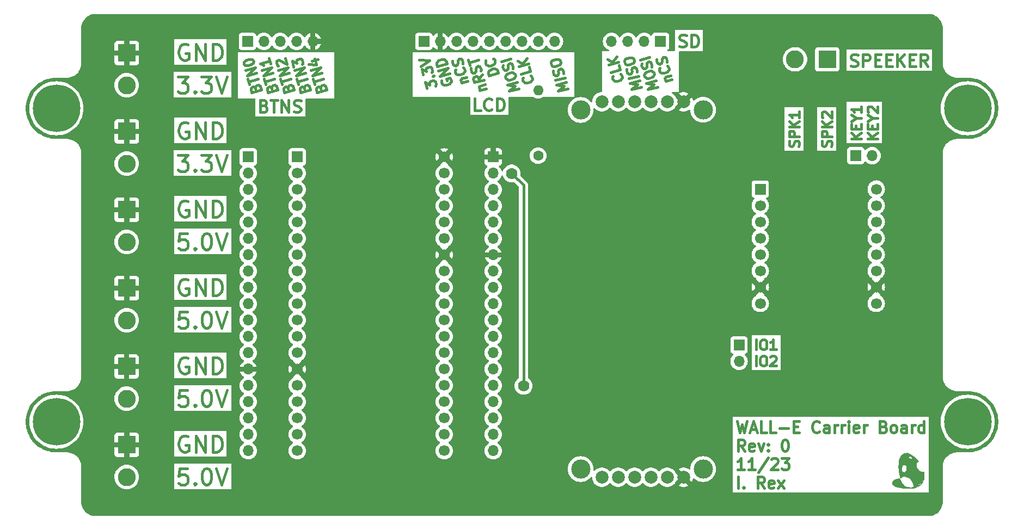
<source format=gbr>
G04 #@! TF.GenerationSoftware,KiCad,Pcbnew,7.0.8*
G04 #@! TF.CreationDate,2023-11-12T13:04:05-06:00*
G04 #@! TF.ProjectId,WALL-E Carrier Board,57414c4c-2d45-4204-9361-727269657220,rev?*
G04 #@! TF.SameCoordinates,PX53d00e0PY8a12ae0*
G04 #@! TF.FileFunction,Copper,L1,Top*
G04 #@! TF.FilePolarity,Positive*
%FSLAX46Y46*%
G04 Gerber Fmt 4.6, Leading zero omitted, Abs format (unit mm)*
G04 Created by KiCad (PCBNEW 7.0.8) date 2023-11-12 13:04:05*
%MOMM*%
%LPD*%
G01*
G04 APERTURE LIST*
%ADD10C,0.381000*%
G04 #@! TA.AperFunction,NonConductor*
%ADD11C,0.381000*%
G04 #@! TD*
G04 #@! TA.AperFunction,EtchedComponent*
%ADD12C,0.010000*%
G04 #@! TD*
G04 #@! TA.AperFunction,ComponentPad*
%ADD13R,2.800000X2.800000*%
G04 #@! TD*
G04 #@! TA.AperFunction,ComponentPad*
%ADD14C,2.800000*%
G04 #@! TD*
G04 #@! TA.AperFunction,ComponentPad*
%ADD15R,1.700000X1.700000*%
G04 #@! TD*
G04 #@! TA.AperFunction,ComponentPad*
%ADD16C,1.700000*%
G04 #@! TD*
G04 #@! TA.AperFunction,ComponentPad*
%ADD17O,1.700000X1.700000*%
G04 #@! TD*
G04 #@! TA.AperFunction,WasherPad*
%ADD18C,3.000000*%
G04 #@! TD*
G04 #@! TA.AperFunction,ComponentPad*
%ADD19C,2.000000*%
G04 #@! TD*
G04 #@! TA.AperFunction,ComponentPad*
%ADD20C,7.400000*%
G04 #@! TD*
G04 #@! TA.AperFunction,ComponentPad*
%ADD21C,1.600000*%
G04 #@! TD*
G04 #@! TA.AperFunction,ComponentPad*
%ADD22O,1.600000X1.600000*%
G04 #@! TD*
G04 #@! TA.AperFunction,ViaPad*
%ADD23C,1.778000*%
G04 #@! TD*
G04 #@! TA.AperFunction,Conductor*
%ADD24C,0.406400*%
G04 #@! TD*
G04 APERTURE END LIST*
D10*
D11*
X132765219Y59033515D02*
X131241219Y59033515D01*
X132765219Y59904372D02*
X131894362Y59251229D01*
X131241219Y59904372D02*
X132112076Y59033515D01*
X131966933Y60557515D02*
X131966933Y61065515D01*
X132765219Y61283229D02*
X132765219Y60557515D01*
X132765219Y60557515D02*
X131241219Y60557515D01*
X131241219Y60557515D02*
X131241219Y61283229D01*
X132039505Y62226657D02*
X132765219Y62226657D01*
X131241219Y61718657D02*
X132039505Y62226657D01*
X132039505Y62226657D02*
X131241219Y62734657D01*
X131386362Y63170086D02*
X131313790Y63242658D01*
X131313790Y63242658D02*
X131241219Y63387800D01*
X131241219Y63387800D02*
X131241219Y63750658D01*
X131241219Y63750658D02*
X131313790Y63895800D01*
X131313790Y63895800D02*
X131386362Y63968372D01*
X131386362Y63968372D02*
X131531505Y64040943D01*
X131531505Y64040943D02*
X131676648Y64040943D01*
X131676648Y64040943D02*
X131894362Y63968372D01*
X131894362Y63968372D02*
X132765219Y63097515D01*
X132765219Y63097515D02*
X132765219Y64040943D01*
D10*
D11*
X23981514Y56502760D02*
X25553895Y56502760D01*
X25553895Y56502760D02*
X24707228Y55535141D01*
X24707228Y55535141D02*
X25070085Y55535141D01*
X25070085Y55535141D02*
X25311990Y55414189D01*
X25311990Y55414189D02*
X25432942Y55293236D01*
X25432942Y55293236D02*
X25553895Y55051332D01*
X25553895Y55051332D02*
X25553895Y54446570D01*
X25553895Y54446570D02*
X25432942Y54204665D01*
X25432942Y54204665D02*
X25311990Y54083712D01*
X25311990Y54083712D02*
X25070085Y53962760D01*
X25070085Y53962760D02*
X24344371Y53962760D01*
X24344371Y53962760D02*
X24102466Y54083712D01*
X24102466Y54083712D02*
X23981514Y54204665D01*
X26642466Y54204665D02*
X26763419Y54083712D01*
X26763419Y54083712D02*
X26642466Y53962760D01*
X26642466Y53962760D02*
X26521514Y54083712D01*
X26521514Y54083712D02*
X26642466Y54204665D01*
X26642466Y54204665D02*
X26642466Y53962760D01*
X27610086Y56502760D02*
X29182467Y56502760D01*
X29182467Y56502760D02*
X28335800Y55535141D01*
X28335800Y55535141D02*
X28698657Y55535141D01*
X28698657Y55535141D02*
X28940562Y55414189D01*
X28940562Y55414189D02*
X29061514Y55293236D01*
X29061514Y55293236D02*
X29182467Y55051332D01*
X29182467Y55051332D02*
X29182467Y54446570D01*
X29182467Y54446570D02*
X29061514Y54204665D01*
X29061514Y54204665D02*
X28940562Y54083712D01*
X28940562Y54083712D02*
X28698657Y53962760D01*
X28698657Y53962760D02*
X27972943Y53962760D01*
X27972943Y53962760D02*
X27731038Y54083712D01*
X27731038Y54083712D02*
X27610086Y54204665D01*
X29908181Y56502760D02*
X30754848Y53962760D01*
X30754848Y53962760D02*
X31601515Y56502760D01*
D10*
D11*
X84610329Y66840231D02*
X83138258Y66445791D01*
X83138258Y66445791D02*
X84058257Y67218224D01*
X84058257Y67218224D02*
X82875298Y67427171D01*
X82875298Y67427171D02*
X84347369Y67821612D01*
X84159540Y68522598D02*
X82687469Y68128157D01*
X83920396Y69134702D02*
X83934146Y69363781D01*
X83934146Y69363781D02*
X83840231Y69714274D01*
X83840231Y69714274D02*
X83732567Y69835688D01*
X83732567Y69835688D02*
X83643686Y69887004D01*
X83643686Y69887004D02*
X83484706Y69919537D01*
X83484706Y69919537D02*
X83344508Y69881971D01*
X83344508Y69881971D02*
X83223094Y69774307D01*
X83223094Y69774307D02*
X83171778Y69685425D01*
X83171778Y69685425D02*
X83139245Y69526445D01*
X83139245Y69526445D02*
X83144278Y69227268D01*
X83144278Y69227268D02*
X83111745Y69068288D01*
X83111745Y69068288D02*
X83060430Y68979406D01*
X83060430Y68979406D02*
X82939015Y68871742D01*
X82939015Y68871742D02*
X82798818Y68834176D01*
X82798818Y68834176D02*
X82639838Y68866709D01*
X82639838Y68866709D02*
X82550956Y68918025D01*
X82550956Y68918025D02*
X82443292Y69039439D01*
X82443292Y69039439D02*
X82349378Y69389932D01*
X82349378Y69389932D02*
X82363128Y69619011D01*
X82048852Y70511510D02*
X81973720Y70791905D01*
X81973720Y70791905D02*
X82006253Y70950885D01*
X82006253Y70950885D02*
X82108885Y71128648D01*
X82108885Y71128648D02*
X82370496Y71273878D01*
X82370496Y71273878D02*
X82861186Y71405358D01*
X82861186Y71405358D02*
X83160364Y71410391D01*
X83160364Y71410391D02*
X83338127Y71307759D01*
X83338127Y71307759D02*
X83445791Y71186345D01*
X83445791Y71186345D02*
X83520923Y70905951D01*
X83520923Y70905951D02*
X83488390Y70746971D01*
X83488390Y70746971D02*
X83385758Y70569208D01*
X83385758Y70569208D02*
X83124147Y70423977D01*
X83124147Y70423977D02*
X82633456Y70292497D01*
X82633456Y70292497D02*
X82334279Y70287465D01*
X82334279Y70287465D02*
X82156516Y70390096D01*
X82156516Y70390096D02*
X82048852Y70511510D01*
D10*
D11*
X25553895Y24885808D02*
X25311990Y25006760D01*
X25311990Y25006760D02*
X24949133Y25006760D01*
X24949133Y25006760D02*
X24586276Y24885808D01*
X24586276Y24885808D02*
X24344371Y24643903D01*
X24344371Y24643903D02*
X24223418Y24401998D01*
X24223418Y24401998D02*
X24102466Y23918189D01*
X24102466Y23918189D02*
X24102466Y23555332D01*
X24102466Y23555332D02*
X24223418Y23071522D01*
X24223418Y23071522D02*
X24344371Y22829617D01*
X24344371Y22829617D02*
X24586276Y22587712D01*
X24586276Y22587712D02*
X24949133Y22466760D01*
X24949133Y22466760D02*
X25191037Y22466760D01*
X25191037Y22466760D02*
X25553895Y22587712D01*
X25553895Y22587712D02*
X25674847Y22708665D01*
X25674847Y22708665D02*
X25674847Y23555332D01*
X25674847Y23555332D02*
X25191037Y23555332D01*
X26763418Y22466760D02*
X26763418Y25006760D01*
X26763418Y25006760D02*
X28214847Y22466760D01*
X28214847Y22466760D02*
X28214847Y25006760D01*
X29424370Y22466760D02*
X29424370Y25006760D01*
X29424370Y25006760D02*
X30029132Y25006760D01*
X30029132Y25006760D02*
X30391989Y24885808D01*
X30391989Y24885808D02*
X30633894Y24643903D01*
X30633894Y24643903D02*
X30754847Y24401998D01*
X30754847Y24401998D02*
X30875799Y23918189D01*
X30875799Y23918189D02*
X30875799Y23555332D01*
X30875799Y23555332D02*
X30754847Y23071522D01*
X30754847Y23071522D02*
X30633894Y22829617D01*
X30633894Y22829617D02*
X30391989Y22587712D01*
X30391989Y22587712D02*
X30029132Y22466760D01*
X30029132Y22466760D02*
X29424370Y22466760D01*
D10*
D11*
X96040329Y67094231D02*
X94568258Y66699791D01*
X94568258Y66699791D02*
X95488257Y67472224D01*
X95488257Y67472224D02*
X94305298Y67681171D01*
X94305298Y67681171D02*
X95777369Y68075612D01*
X95589540Y68776598D02*
X94117469Y68382157D01*
X95350396Y69388702D02*
X95364146Y69617781D01*
X95364146Y69617781D02*
X95270231Y69968274D01*
X95270231Y69968274D02*
X95162567Y70089688D01*
X95162567Y70089688D02*
X95073686Y70141004D01*
X95073686Y70141004D02*
X94914706Y70173537D01*
X94914706Y70173537D02*
X94774508Y70135971D01*
X94774508Y70135971D02*
X94653094Y70028307D01*
X94653094Y70028307D02*
X94601778Y69939425D01*
X94601778Y69939425D02*
X94569245Y69780445D01*
X94569245Y69780445D02*
X94574278Y69481268D01*
X94574278Y69481268D02*
X94541745Y69322288D01*
X94541745Y69322288D02*
X94490430Y69233406D01*
X94490430Y69233406D02*
X94369015Y69125742D01*
X94369015Y69125742D02*
X94228818Y69088176D01*
X94228818Y69088176D02*
X94069838Y69120709D01*
X94069838Y69120709D02*
X93980956Y69172025D01*
X93980956Y69172025D02*
X93873292Y69293439D01*
X93873292Y69293439D02*
X93779378Y69643932D01*
X93779378Y69643932D02*
X93793128Y69873011D01*
X93478852Y70765510D02*
X93403720Y71045905D01*
X93403720Y71045905D02*
X93436253Y71204885D01*
X93436253Y71204885D02*
X93538885Y71382648D01*
X93538885Y71382648D02*
X93800496Y71527878D01*
X93800496Y71527878D02*
X94291186Y71659358D01*
X94291186Y71659358D02*
X94590364Y71664391D01*
X94590364Y71664391D02*
X94768127Y71561759D01*
X94768127Y71561759D02*
X94875791Y71440345D01*
X94875791Y71440345D02*
X94950923Y71159951D01*
X94950923Y71159951D02*
X94918390Y71000971D01*
X94918390Y71000971D02*
X94815758Y70823208D01*
X94815758Y70823208D02*
X94554147Y70677977D01*
X94554147Y70677977D02*
X94063456Y70546497D01*
X94063456Y70546497D02*
X93764279Y70541465D01*
X93764279Y70541465D02*
X93586516Y70644096D01*
X93586516Y70644096D02*
X93478852Y70765510D01*
D10*
D11*
X125580648Y57842771D02*
X125653219Y58060485D01*
X125653219Y58060485D02*
X125653219Y58423343D01*
X125653219Y58423343D02*
X125580648Y58568485D01*
X125580648Y58568485D02*
X125508076Y58641057D01*
X125508076Y58641057D02*
X125362933Y58713628D01*
X125362933Y58713628D02*
X125217790Y58713628D01*
X125217790Y58713628D02*
X125072648Y58641057D01*
X125072648Y58641057D02*
X125000076Y58568485D01*
X125000076Y58568485D02*
X124927505Y58423343D01*
X124927505Y58423343D02*
X124854933Y58133057D01*
X124854933Y58133057D02*
X124782362Y57987914D01*
X124782362Y57987914D02*
X124709790Y57915343D01*
X124709790Y57915343D02*
X124564648Y57842771D01*
X124564648Y57842771D02*
X124419505Y57842771D01*
X124419505Y57842771D02*
X124274362Y57915343D01*
X124274362Y57915343D02*
X124201790Y57987914D01*
X124201790Y57987914D02*
X124129219Y58133057D01*
X124129219Y58133057D02*
X124129219Y58495914D01*
X124129219Y58495914D02*
X124201790Y58713628D01*
X125653219Y59366772D02*
X124129219Y59366772D01*
X124129219Y59366772D02*
X124129219Y59947343D01*
X124129219Y59947343D02*
X124201790Y60092486D01*
X124201790Y60092486D02*
X124274362Y60165057D01*
X124274362Y60165057D02*
X124419505Y60237629D01*
X124419505Y60237629D02*
X124637219Y60237629D01*
X124637219Y60237629D02*
X124782362Y60165057D01*
X124782362Y60165057D02*
X124854933Y60092486D01*
X124854933Y60092486D02*
X124927505Y59947343D01*
X124927505Y59947343D02*
X124927505Y59366772D01*
X125653219Y60890772D02*
X124129219Y60890772D01*
X125653219Y61761629D02*
X124782362Y61108486D01*
X124129219Y61761629D02*
X125000076Y60890772D01*
X124274362Y62342200D02*
X124201790Y62414772D01*
X124201790Y62414772D02*
X124129219Y62559914D01*
X124129219Y62559914D02*
X124129219Y62922772D01*
X124129219Y62922772D02*
X124201790Y63067914D01*
X124201790Y63067914D02*
X124274362Y63140486D01*
X124274362Y63140486D02*
X124419505Y63213057D01*
X124419505Y63213057D02*
X124564648Y63213057D01*
X124564648Y63213057D02*
X124782362Y63140486D01*
X124782362Y63140486D02*
X125653219Y62269629D01*
X125653219Y62269629D02*
X125653219Y63213057D01*
D10*
D11*
X76990329Y66840231D02*
X75518258Y66445791D01*
X75518258Y66445791D02*
X76438257Y67218224D01*
X76438257Y67218224D02*
X75255298Y67427171D01*
X75255298Y67427171D02*
X76727369Y67821612D01*
X74992338Y68408552D02*
X74917206Y68688946D01*
X74917206Y68688946D02*
X74949739Y68847926D01*
X74949739Y68847926D02*
X75052371Y69025689D01*
X75052371Y69025689D02*
X75313982Y69170919D01*
X75313982Y69170919D02*
X75804673Y69302399D01*
X75804673Y69302399D02*
X76103850Y69307432D01*
X76103850Y69307432D02*
X76281613Y69204801D01*
X76281613Y69204801D02*
X76389277Y69083386D01*
X76389277Y69083386D02*
X76464409Y68802992D01*
X76464409Y68802992D02*
X76431876Y68644012D01*
X76431876Y68644012D02*
X76329244Y68466249D01*
X76329244Y68466249D02*
X76067633Y68321019D01*
X76067633Y68321019D02*
X75576942Y68189539D01*
X75576942Y68189539D02*
X75277765Y68184506D01*
X75277765Y68184506D02*
X75100002Y68287137D01*
X75100002Y68287137D02*
X74992338Y68408552D01*
X76075001Y69975885D02*
X76088751Y70204964D01*
X76088751Y70204964D02*
X75994837Y70555457D01*
X75994837Y70555457D02*
X75887173Y70676871D01*
X75887173Y70676871D02*
X75798291Y70728187D01*
X75798291Y70728187D02*
X75639311Y70760720D01*
X75639311Y70760720D02*
X75499114Y70723154D01*
X75499114Y70723154D02*
X75377700Y70615490D01*
X75377700Y70615490D02*
X75326384Y70526608D01*
X75326384Y70526608D02*
X75293851Y70367628D01*
X75293851Y70367628D02*
X75298884Y70068451D01*
X75298884Y70068451D02*
X75266351Y69909471D01*
X75266351Y69909471D02*
X75215035Y69820589D01*
X75215035Y69820589D02*
X75093621Y69712925D01*
X75093621Y69712925D02*
X74953424Y69675359D01*
X74953424Y69675359D02*
X74794443Y69707892D01*
X74794443Y69707892D02*
X74705562Y69759208D01*
X74705562Y69759208D02*
X74597898Y69880622D01*
X74597898Y69880622D02*
X74503983Y70231115D01*
X74503983Y70231115D02*
X74517733Y70460194D01*
X75750660Y71466739D02*
X74278589Y71072299D01*
D10*
D11*
X25553895Y61461808D02*
X25311990Y61582760D01*
X25311990Y61582760D02*
X24949133Y61582760D01*
X24949133Y61582760D02*
X24586276Y61461808D01*
X24586276Y61461808D02*
X24344371Y61219903D01*
X24344371Y61219903D02*
X24223418Y60977998D01*
X24223418Y60977998D02*
X24102466Y60494189D01*
X24102466Y60494189D02*
X24102466Y60131332D01*
X24102466Y60131332D02*
X24223418Y59647522D01*
X24223418Y59647522D02*
X24344371Y59405617D01*
X24344371Y59405617D02*
X24586276Y59163712D01*
X24586276Y59163712D02*
X24949133Y59042760D01*
X24949133Y59042760D02*
X25191037Y59042760D01*
X25191037Y59042760D02*
X25553895Y59163712D01*
X25553895Y59163712D02*
X25674847Y59284665D01*
X25674847Y59284665D02*
X25674847Y60131332D01*
X25674847Y60131332D02*
X25191037Y60131332D01*
X26763418Y59042760D02*
X26763418Y61582760D01*
X26763418Y61582760D02*
X28214847Y59042760D01*
X28214847Y59042760D02*
X28214847Y61582760D01*
X29424370Y59042760D02*
X29424370Y61582760D01*
X29424370Y61582760D02*
X30029132Y61582760D01*
X30029132Y61582760D02*
X30391989Y61461808D01*
X30391989Y61461808D02*
X30633894Y61219903D01*
X30633894Y61219903D02*
X30754847Y60977998D01*
X30754847Y60977998D02*
X30875799Y60494189D01*
X30875799Y60494189D02*
X30875799Y60131332D01*
X30875799Y60131332D02*
X30754847Y59647522D01*
X30754847Y59647522D02*
X30633894Y59405617D01*
X30633894Y59405617D02*
X30391989Y59163712D01*
X30391989Y59163712D02*
X30029132Y59042760D01*
X30029132Y59042760D02*
X29424370Y59042760D01*
D10*
D11*
X73811712Y69223583D02*
X72339641Y68829143D01*
X72339641Y68829143D02*
X72245726Y69179636D01*
X72245726Y69179636D02*
X72259476Y69408715D01*
X72259476Y69408715D02*
X72362108Y69586478D01*
X72362108Y69586478D02*
X72483522Y69694142D01*
X72483522Y69694142D02*
X72745134Y69839372D01*
X72745134Y69839372D02*
X72955430Y69895721D01*
X72955430Y69895721D02*
X73254607Y69900754D01*
X73254607Y69900754D02*
X73413587Y69868221D01*
X73413587Y69868221D02*
X73591350Y69765590D01*
X73591350Y69765590D02*
X73717797Y69574077D01*
X73717797Y69574077D02*
X73811712Y69223583D01*
X73051680Y71499272D02*
X73140561Y71447956D01*
X73140561Y71447956D02*
X73267008Y71256443D01*
X73267008Y71256443D02*
X73304574Y71116246D01*
X73304574Y71116246D02*
X73290824Y70887167D01*
X73290824Y70887167D02*
X73188193Y70709404D01*
X73188193Y70709404D02*
X73066778Y70601740D01*
X73066778Y70601740D02*
X72805167Y70456510D01*
X72805167Y70456510D02*
X72594871Y70400161D01*
X72594871Y70400161D02*
X72295693Y70395129D01*
X72295693Y70395129D02*
X72136713Y70427661D01*
X72136713Y70427661D02*
X71958950Y70530293D01*
X71958950Y70530293D02*
X71832503Y70721806D01*
X71832503Y70721806D02*
X71794937Y70862003D01*
X71794937Y70862003D02*
X71808687Y71091082D01*
X71808687Y71091082D02*
X71860003Y71179963D01*
D10*
D11*
X98580329Y67094231D02*
X97108258Y66699791D01*
X97108258Y66699791D02*
X98028257Y67472224D01*
X98028257Y67472224D02*
X96845298Y67681171D01*
X96845298Y67681171D02*
X98317369Y68075612D01*
X96582338Y68662552D02*
X96507206Y68942946D01*
X96507206Y68942946D02*
X96539739Y69101926D01*
X96539739Y69101926D02*
X96642371Y69279689D01*
X96642371Y69279689D02*
X96903982Y69424919D01*
X96903982Y69424919D02*
X97394673Y69556399D01*
X97394673Y69556399D02*
X97693850Y69561432D01*
X97693850Y69561432D02*
X97871613Y69458801D01*
X97871613Y69458801D02*
X97979277Y69337386D01*
X97979277Y69337386D02*
X98054409Y69056992D01*
X98054409Y69056992D02*
X98021876Y68898012D01*
X98021876Y68898012D02*
X97919244Y68720249D01*
X97919244Y68720249D02*
X97657633Y68575019D01*
X97657633Y68575019D02*
X97166942Y68443539D01*
X97166942Y68443539D02*
X96867765Y68438506D01*
X96867765Y68438506D02*
X96690002Y68541137D01*
X96690002Y68541137D02*
X96582338Y68662552D01*
X97665001Y70229885D02*
X97678751Y70458964D01*
X97678751Y70458964D02*
X97584837Y70809457D01*
X97584837Y70809457D02*
X97477173Y70930871D01*
X97477173Y70930871D02*
X97388291Y70982187D01*
X97388291Y70982187D02*
X97229311Y71014720D01*
X97229311Y71014720D02*
X97089114Y70977154D01*
X97089114Y70977154D02*
X96967700Y70869490D01*
X96967700Y70869490D02*
X96916384Y70780608D01*
X96916384Y70780608D02*
X96883851Y70621628D01*
X96883851Y70621628D02*
X96888884Y70322451D01*
X96888884Y70322451D02*
X96856351Y70163471D01*
X96856351Y70163471D02*
X96805035Y70074589D01*
X96805035Y70074589D02*
X96683621Y69966925D01*
X96683621Y69966925D02*
X96543424Y69929359D01*
X96543424Y69929359D02*
X96384443Y69961892D01*
X96384443Y69961892D02*
X96295562Y70013208D01*
X96295562Y70013208D02*
X96187898Y70134622D01*
X96187898Y70134622D02*
X96093983Y70485115D01*
X96093983Y70485115D02*
X96107733Y70714194D01*
X97340660Y71720739D02*
X95868589Y71326299D01*
D10*
D11*
X25432942Y44310760D02*
X24223418Y44310760D01*
X24223418Y44310760D02*
X24102466Y43101236D01*
X24102466Y43101236D02*
X24223418Y43222189D01*
X24223418Y43222189D02*
X24465323Y43343141D01*
X24465323Y43343141D02*
X25070085Y43343141D01*
X25070085Y43343141D02*
X25311990Y43222189D01*
X25311990Y43222189D02*
X25432942Y43101236D01*
X25432942Y43101236D02*
X25553895Y42859332D01*
X25553895Y42859332D02*
X25553895Y42254570D01*
X25553895Y42254570D02*
X25432942Y42012665D01*
X25432942Y42012665D02*
X25311990Y41891712D01*
X25311990Y41891712D02*
X25070085Y41770760D01*
X25070085Y41770760D02*
X24465323Y41770760D01*
X24465323Y41770760D02*
X24223418Y41891712D01*
X24223418Y41891712D02*
X24102466Y42012665D01*
X26642466Y42012665D02*
X26763419Y41891712D01*
X26763419Y41891712D02*
X26642466Y41770760D01*
X26642466Y41770760D02*
X26521514Y41891712D01*
X26521514Y41891712D02*
X26642466Y42012665D01*
X26642466Y42012665D02*
X26642466Y41770760D01*
X28335800Y44310760D02*
X28577705Y44310760D01*
X28577705Y44310760D02*
X28819609Y44189808D01*
X28819609Y44189808D02*
X28940562Y44068855D01*
X28940562Y44068855D02*
X29061514Y43826951D01*
X29061514Y43826951D02*
X29182467Y43343141D01*
X29182467Y43343141D02*
X29182467Y42738379D01*
X29182467Y42738379D02*
X29061514Y42254570D01*
X29061514Y42254570D02*
X28940562Y42012665D01*
X28940562Y42012665D02*
X28819609Y41891712D01*
X28819609Y41891712D02*
X28577705Y41770760D01*
X28577705Y41770760D02*
X28335800Y41770760D01*
X28335800Y41770760D02*
X28093895Y41891712D01*
X28093895Y41891712D02*
X27972943Y42012665D01*
X27972943Y42012665D02*
X27851990Y42254570D01*
X27851990Y42254570D02*
X27731038Y42738379D01*
X27731038Y42738379D02*
X27731038Y43343141D01*
X27731038Y43343141D02*
X27851990Y43826951D01*
X27851990Y43826951D02*
X27972943Y44068855D01*
X27972943Y44068855D02*
X28093895Y44189808D01*
X28093895Y44189808D02*
X28335800Y44310760D01*
X29908181Y44310760D02*
X30754848Y41770760D01*
X30754848Y41770760D02*
X31601515Y44310760D01*
D10*
D11*
X36012113Y66914013D02*
X36025863Y67143092D01*
X36025863Y67143092D02*
X36077179Y67231973D01*
X36077179Y67231973D02*
X36198593Y67339638D01*
X36198593Y67339638D02*
X36408889Y67395986D01*
X36408889Y67395986D02*
X36567869Y67363454D01*
X36567869Y67363454D02*
X36656750Y67312138D01*
X36656750Y67312138D02*
X36764415Y67190723D01*
X36764415Y67190723D02*
X36914678Y66629934D01*
X36914678Y66629934D02*
X35442607Y66235494D01*
X35442607Y66235494D02*
X35311127Y66726185D01*
X35311127Y66726185D02*
X35343660Y66885165D01*
X35343660Y66885165D02*
X35394975Y66974046D01*
X35394975Y66974046D02*
X35516390Y67081710D01*
X35516390Y67081710D02*
X35656587Y67119276D01*
X35656587Y67119276D02*
X35815567Y67086743D01*
X35815567Y67086743D02*
X35904448Y67035428D01*
X35904448Y67035428D02*
X36012113Y66914013D01*
X36012113Y66914013D02*
X36143593Y66423323D01*
X35104515Y67497269D02*
X34879121Y68338453D01*
X36463889Y68312301D02*
X34991818Y67917861D01*
X36219712Y69223583D02*
X34747641Y68829143D01*
X34747641Y68829143D02*
X35994317Y70064767D01*
X35994317Y70064767D02*
X34522246Y69670327D01*
X34259286Y70651707D02*
X34221720Y70791904D01*
X34221720Y70791904D02*
X34254253Y70950884D01*
X34254253Y70950884D02*
X34305569Y71039766D01*
X34305569Y71039766D02*
X34426983Y71147430D01*
X34426983Y71147430D02*
X34688595Y71292660D01*
X34688595Y71292660D02*
X35039088Y71386574D01*
X35039088Y71386574D02*
X35338265Y71391607D01*
X35338265Y71391607D02*
X35497246Y71359074D01*
X35497246Y71359074D02*
X35586127Y71307759D01*
X35586127Y71307759D02*
X35693791Y71186344D01*
X35693791Y71186344D02*
X35731357Y71046147D01*
X35731357Y71046147D02*
X35698824Y70887167D01*
X35698824Y70887167D02*
X35647508Y70798285D01*
X35647508Y70798285D02*
X35526094Y70690621D01*
X35526094Y70690621D02*
X35264483Y70545391D01*
X35264483Y70545391D02*
X34913989Y70451477D01*
X34913989Y70451477D02*
X34614812Y70446444D01*
X34614812Y70446444D02*
X34455832Y70478977D01*
X34455832Y70478977D02*
X34366950Y70530292D01*
X34366950Y70530292D02*
X34259286Y70651707D01*
D10*
D11*
X101959514Y73397237D02*
X102231657Y73306523D01*
X102231657Y73306523D02*
X102685228Y73306523D01*
X102685228Y73306523D02*
X102866657Y73397237D01*
X102866657Y73397237D02*
X102957371Y73487952D01*
X102957371Y73487952D02*
X103048085Y73669380D01*
X103048085Y73669380D02*
X103048085Y73850809D01*
X103048085Y73850809D02*
X102957371Y74032237D01*
X102957371Y74032237D02*
X102866657Y74122952D01*
X102866657Y74122952D02*
X102685228Y74213666D01*
X102685228Y74213666D02*
X102322371Y74304380D01*
X102322371Y74304380D02*
X102140942Y74395095D01*
X102140942Y74395095D02*
X102050228Y74485809D01*
X102050228Y74485809D02*
X101959514Y74667237D01*
X101959514Y74667237D02*
X101959514Y74848666D01*
X101959514Y74848666D02*
X102050228Y75030095D01*
X102050228Y75030095D02*
X102140942Y75120809D01*
X102140942Y75120809D02*
X102322371Y75211523D01*
X102322371Y75211523D02*
X102775942Y75211523D01*
X102775942Y75211523D02*
X103048085Y75120809D01*
X103864514Y73306523D02*
X103864514Y75211523D01*
X103864514Y75211523D02*
X104318085Y75211523D01*
X104318085Y75211523D02*
X104590228Y75120809D01*
X104590228Y75120809D02*
X104771657Y74939380D01*
X104771657Y74939380D02*
X104862371Y74757952D01*
X104862371Y74757952D02*
X104953085Y74395095D01*
X104953085Y74395095D02*
X104953085Y74122952D01*
X104953085Y74122952D02*
X104862371Y73760095D01*
X104862371Y73760095D02*
X104771657Y73578666D01*
X104771657Y73578666D02*
X104590228Y73397237D01*
X104590228Y73397237D02*
X104318085Y73306523D01*
X104318085Y73306523D02*
X103864514Y73306523D01*
D10*
D11*
X25432942Y7734760D02*
X24223418Y7734760D01*
X24223418Y7734760D02*
X24102466Y6525236D01*
X24102466Y6525236D02*
X24223418Y6646189D01*
X24223418Y6646189D02*
X24465323Y6767141D01*
X24465323Y6767141D02*
X25070085Y6767141D01*
X25070085Y6767141D02*
X25311990Y6646189D01*
X25311990Y6646189D02*
X25432942Y6525236D01*
X25432942Y6525236D02*
X25553895Y6283332D01*
X25553895Y6283332D02*
X25553895Y5678570D01*
X25553895Y5678570D02*
X25432942Y5436665D01*
X25432942Y5436665D02*
X25311990Y5315712D01*
X25311990Y5315712D02*
X25070085Y5194760D01*
X25070085Y5194760D02*
X24465323Y5194760D01*
X24465323Y5194760D02*
X24223418Y5315712D01*
X24223418Y5315712D02*
X24102466Y5436665D01*
X26642466Y5436665D02*
X26763419Y5315712D01*
X26763419Y5315712D02*
X26642466Y5194760D01*
X26642466Y5194760D02*
X26521514Y5315712D01*
X26521514Y5315712D02*
X26642466Y5436665D01*
X26642466Y5436665D02*
X26642466Y5194760D01*
X28335800Y7734760D02*
X28577705Y7734760D01*
X28577705Y7734760D02*
X28819609Y7613808D01*
X28819609Y7613808D02*
X28940562Y7492855D01*
X28940562Y7492855D02*
X29061514Y7250951D01*
X29061514Y7250951D02*
X29182467Y6767141D01*
X29182467Y6767141D02*
X29182467Y6162379D01*
X29182467Y6162379D02*
X29061514Y5678570D01*
X29061514Y5678570D02*
X28940562Y5436665D01*
X28940562Y5436665D02*
X28819609Y5315712D01*
X28819609Y5315712D02*
X28577705Y5194760D01*
X28577705Y5194760D02*
X28335800Y5194760D01*
X28335800Y5194760D02*
X28093895Y5315712D01*
X28093895Y5315712D02*
X27972943Y5436665D01*
X27972943Y5436665D02*
X27851990Y5678570D01*
X27851990Y5678570D02*
X27731038Y6162379D01*
X27731038Y6162379D02*
X27731038Y6767141D01*
X27731038Y6767141D02*
X27851990Y7250951D01*
X27851990Y7250951D02*
X27972943Y7492855D01*
X27972943Y7492855D02*
X28093895Y7613808D01*
X28093895Y7613808D02*
X28335800Y7734760D01*
X29908181Y7734760D02*
X30754848Y5194760D01*
X30754848Y5194760D02*
X31601515Y7734760D01*
D10*
D11*
X130225219Y59033515D02*
X128701219Y59033515D01*
X130225219Y59904372D02*
X129354362Y59251229D01*
X128701219Y59904372D02*
X129572076Y59033515D01*
X129426933Y60557515D02*
X129426933Y61065515D01*
X130225219Y61283229D02*
X130225219Y60557515D01*
X130225219Y60557515D02*
X128701219Y60557515D01*
X128701219Y60557515D02*
X128701219Y61283229D01*
X129499505Y62226657D02*
X130225219Y62226657D01*
X128701219Y61718657D02*
X129499505Y62226657D01*
X129499505Y62226657D02*
X128701219Y62734657D01*
X130225219Y64040943D02*
X130225219Y63170086D01*
X130225219Y63605515D02*
X128701219Y63605515D01*
X128701219Y63605515D02*
X128918933Y63460372D01*
X128918933Y63460372D02*
X129064076Y63315229D01*
X129064076Y63315229D02*
X129136648Y63170086D01*
D10*
D11*
X25553895Y73653808D02*
X25311990Y73774760D01*
X25311990Y73774760D02*
X24949133Y73774760D01*
X24949133Y73774760D02*
X24586276Y73653808D01*
X24586276Y73653808D02*
X24344371Y73411903D01*
X24344371Y73411903D02*
X24223418Y73169998D01*
X24223418Y73169998D02*
X24102466Y72686189D01*
X24102466Y72686189D02*
X24102466Y72323332D01*
X24102466Y72323332D02*
X24223418Y71839522D01*
X24223418Y71839522D02*
X24344371Y71597617D01*
X24344371Y71597617D02*
X24586276Y71355712D01*
X24586276Y71355712D02*
X24949133Y71234760D01*
X24949133Y71234760D02*
X25191037Y71234760D01*
X25191037Y71234760D02*
X25553895Y71355712D01*
X25553895Y71355712D02*
X25674847Y71476665D01*
X25674847Y71476665D02*
X25674847Y72323332D01*
X25674847Y72323332D02*
X25191037Y72323332D01*
X26763418Y71234760D02*
X26763418Y73774760D01*
X26763418Y73774760D02*
X28214847Y71234760D01*
X28214847Y71234760D02*
X28214847Y73774760D01*
X29424370Y71234760D02*
X29424370Y73774760D01*
X29424370Y73774760D02*
X30029132Y73774760D01*
X30029132Y73774760D02*
X30391989Y73653808D01*
X30391989Y73653808D02*
X30633894Y73411903D01*
X30633894Y73411903D02*
X30754847Y73169998D01*
X30754847Y73169998D02*
X30875799Y72686189D01*
X30875799Y72686189D02*
X30875799Y72323332D01*
X30875799Y72323332D02*
X30754847Y71839522D01*
X30754847Y71839522D02*
X30633894Y71597617D01*
X30633894Y71597617D02*
X30391989Y71355712D01*
X30391989Y71355712D02*
X30029132Y71234760D01*
X30029132Y71234760D02*
X29424370Y71234760D01*
D10*
D11*
X62705561Y66866381D02*
X62461384Y67777663D01*
X62461384Y67777663D02*
X63153653Y67437236D01*
X63153653Y67437236D02*
X63097304Y67647532D01*
X63097304Y67647532D02*
X63129837Y67806512D01*
X63129837Y67806512D02*
X63181153Y67895393D01*
X63181153Y67895393D02*
X63302567Y68003058D01*
X63302567Y68003058D02*
X63653060Y68096972D01*
X63653060Y68096972D02*
X63812040Y68064439D01*
X63812040Y68064439D02*
X63900922Y68013123D01*
X63900922Y68013123D02*
X64008586Y67891709D01*
X64008586Y67891709D02*
X64121283Y67471117D01*
X64121283Y67471117D02*
X64088751Y67312137D01*
X64088751Y67312137D02*
X64037435Y67223256D01*
X63624212Y68765426D02*
X63675527Y68854307D01*
X63675527Y68854307D02*
X63764409Y68802991D01*
X63764409Y68802991D02*
X63713093Y68714110D01*
X63713093Y68714110D02*
X63624212Y68765426D01*
X63624212Y68765426D02*
X63764409Y68802991D01*
X62142075Y68969340D02*
X61897898Y69880622D01*
X61897898Y69880622D02*
X62590167Y69540194D01*
X62590167Y69540194D02*
X62533818Y69750490D01*
X62533818Y69750490D02*
X62566351Y69909470D01*
X62566351Y69909470D02*
X62617667Y69998352D01*
X62617667Y69998352D02*
X62739081Y70106016D01*
X62739081Y70106016D02*
X63089574Y70199931D01*
X63089574Y70199931D02*
X63248554Y70167398D01*
X63248554Y70167398D02*
X63337436Y70116082D01*
X63337436Y70116082D02*
X63445100Y69994668D01*
X63445100Y69994668D02*
X63557797Y69574076D01*
X63557797Y69574076D02*
X63525265Y69415096D01*
X63525265Y69415096D02*
X63473949Y69326214D01*
X61785200Y70301214D02*
X63125791Y71186344D01*
X63125791Y71186344D02*
X61522240Y71282595D01*
D10*
D11*
X43632113Y66914013D02*
X43645863Y67143092D01*
X43645863Y67143092D02*
X43697179Y67231973D01*
X43697179Y67231973D02*
X43818593Y67339638D01*
X43818593Y67339638D02*
X44028889Y67395986D01*
X44028889Y67395986D02*
X44187869Y67363454D01*
X44187869Y67363454D02*
X44276750Y67312138D01*
X44276750Y67312138D02*
X44384415Y67190723D01*
X44384415Y67190723D02*
X44534678Y66629934D01*
X44534678Y66629934D02*
X43062607Y66235494D01*
X43062607Y66235494D02*
X42931127Y66726185D01*
X42931127Y66726185D02*
X42963660Y66885165D01*
X42963660Y66885165D02*
X43014975Y66974046D01*
X43014975Y66974046D02*
X43136390Y67081710D01*
X43136390Y67081710D02*
X43276587Y67119276D01*
X43276587Y67119276D02*
X43435567Y67086743D01*
X43435567Y67086743D02*
X43524448Y67035428D01*
X43524448Y67035428D02*
X43632113Y66914013D01*
X43632113Y66914013D02*
X43763593Y66423323D01*
X42724515Y67497269D02*
X42499121Y68338453D01*
X44083889Y68312301D02*
X42611818Y67917861D01*
X43839712Y69223583D02*
X42367641Y68829143D01*
X42367641Y68829143D02*
X43614317Y70064767D01*
X43614317Y70064767D02*
X42142246Y69670327D01*
X41991983Y70231115D02*
X41747806Y71142397D01*
X41747806Y71142397D02*
X42440075Y70801970D01*
X42440075Y70801970D02*
X42383726Y71012266D01*
X42383726Y71012266D02*
X42416259Y71171246D01*
X42416259Y71171246D02*
X42467575Y71260127D01*
X42467575Y71260127D02*
X42588989Y71367792D01*
X42588989Y71367792D02*
X42939483Y71461706D01*
X42939483Y71461706D02*
X43098463Y71429173D01*
X43098463Y71429173D02*
X43187344Y71377857D01*
X43187344Y71377857D02*
X43295009Y71256443D01*
X43295009Y71256443D02*
X43407706Y70835851D01*
X43407706Y70835851D02*
X43375173Y70676871D01*
X43375173Y70676871D02*
X43323857Y70587990D01*
D10*
D11*
X25432942Y19926760D02*
X24223418Y19926760D01*
X24223418Y19926760D02*
X24102466Y18717236D01*
X24102466Y18717236D02*
X24223418Y18838189D01*
X24223418Y18838189D02*
X24465323Y18959141D01*
X24465323Y18959141D02*
X25070085Y18959141D01*
X25070085Y18959141D02*
X25311990Y18838189D01*
X25311990Y18838189D02*
X25432942Y18717236D01*
X25432942Y18717236D02*
X25553895Y18475332D01*
X25553895Y18475332D02*
X25553895Y17870570D01*
X25553895Y17870570D02*
X25432942Y17628665D01*
X25432942Y17628665D02*
X25311990Y17507712D01*
X25311990Y17507712D02*
X25070085Y17386760D01*
X25070085Y17386760D02*
X24465323Y17386760D01*
X24465323Y17386760D02*
X24223418Y17507712D01*
X24223418Y17507712D02*
X24102466Y17628665D01*
X26642466Y17628665D02*
X26763419Y17507712D01*
X26763419Y17507712D02*
X26642466Y17386760D01*
X26642466Y17386760D02*
X26521514Y17507712D01*
X26521514Y17507712D02*
X26642466Y17628665D01*
X26642466Y17628665D02*
X26642466Y17386760D01*
X28335800Y19926760D02*
X28577705Y19926760D01*
X28577705Y19926760D02*
X28819609Y19805808D01*
X28819609Y19805808D02*
X28940562Y19684855D01*
X28940562Y19684855D02*
X29061514Y19442951D01*
X29061514Y19442951D02*
X29182467Y18959141D01*
X29182467Y18959141D02*
X29182467Y18354379D01*
X29182467Y18354379D02*
X29061514Y17870570D01*
X29061514Y17870570D02*
X28940562Y17628665D01*
X28940562Y17628665D02*
X28819609Y17507712D01*
X28819609Y17507712D02*
X28577705Y17386760D01*
X28577705Y17386760D02*
X28335800Y17386760D01*
X28335800Y17386760D02*
X28093895Y17507712D01*
X28093895Y17507712D02*
X27972943Y17628665D01*
X27972943Y17628665D02*
X27851990Y17870570D01*
X27851990Y17870570D02*
X27731038Y18354379D01*
X27731038Y18354379D02*
X27731038Y18959141D01*
X27731038Y18959141D02*
X27851990Y19442951D01*
X27851990Y19442951D02*
X27972943Y19684855D01*
X27972943Y19684855D02*
X28093895Y19805808D01*
X28093895Y19805808D02*
X28335800Y19926760D01*
X29908181Y19926760D02*
X30754848Y17386760D01*
X30754848Y17386760D02*
X31601515Y19926760D01*
D10*
D11*
X68088423Y67698848D02*
X69069803Y67961808D01*
X68228620Y67736414D02*
X68139738Y67787729D01*
X68139738Y67787729D02*
X68032074Y67909144D01*
X68032074Y67909144D02*
X67975725Y68119440D01*
X67975725Y68119440D02*
X68008258Y68278420D01*
X68008258Y68278420D02*
X68129673Y68386084D01*
X68129673Y68386084D02*
X68900757Y68592696D01*
X68347337Y70097299D02*
X68436219Y70045984D01*
X68436219Y70045984D02*
X68562666Y69854471D01*
X68562666Y69854471D02*
X68600232Y69714273D01*
X68600232Y69714273D02*
X68586482Y69485195D01*
X68586482Y69485195D02*
X68483850Y69307432D01*
X68483850Y69307432D02*
X68362436Y69199767D01*
X68362436Y69199767D02*
X68100824Y69054537D01*
X68100824Y69054537D02*
X67890528Y68998189D01*
X67890528Y68998189D02*
X67591351Y68993156D01*
X67591351Y68993156D02*
X67432371Y69025689D01*
X67432371Y69025689D02*
X67254608Y69128320D01*
X67254608Y69128320D02*
X67128161Y69319833D01*
X67128161Y69319833D02*
X67090595Y69460030D01*
X67090595Y69460030D02*
X67104345Y69689109D01*
X67104345Y69689109D02*
X67155661Y69777991D01*
X68267173Y70676871D02*
X68280923Y70905950D01*
X68280923Y70905950D02*
X68187009Y71256443D01*
X68187009Y71256443D02*
X68079344Y71377857D01*
X68079344Y71377857D02*
X67990463Y71429173D01*
X67990463Y71429173D02*
X67831483Y71461706D01*
X67831483Y71461706D02*
X67691285Y71424140D01*
X67691285Y71424140D02*
X67569871Y71316476D01*
X67569871Y71316476D02*
X67518555Y71227594D01*
X67518555Y71227594D02*
X67486022Y71068614D01*
X67486022Y71068614D02*
X67491055Y70769437D01*
X67491055Y70769437D02*
X67458522Y70610457D01*
X67458522Y70610457D02*
X67407207Y70521575D01*
X67407207Y70521575D02*
X67285792Y70413911D01*
X67285792Y70413911D02*
X67145595Y70376345D01*
X67145595Y70376345D02*
X66986615Y70408878D01*
X66986615Y70408878D02*
X66897733Y70460194D01*
X66897733Y70460194D02*
X66790069Y70581608D01*
X66790069Y70581608D02*
X66696155Y70932101D01*
X66696155Y70932101D02*
X66709905Y71161180D01*
D10*
D11*
X46172113Y66914013D02*
X46185863Y67143092D01*
X46185863Y67143092D02*
X46237179Y67231973D01*
X46237179Y67231973D02*
X46358593Y67339638D01*
X46358593Y67339638D02*
X46568889Y67395986D01*
X46568889Y67395986D02*
X46727869Y67363454D01*
X46727869Y67363454D02*
X46816750Y67312138D01*
X46816750Y67312138D02*
X46924415Y67190723D01*
X46924415Y67190723D02*
X47074678Y66629934D01*
X47074678Y66629934D02*
X45602607Y66235494D01*
X45602607Y66235494D02*
X45471127Y66726185D01*
X45471127Y66726185D02*
X45503660Y66885165D01*
X45503660Y66885165D02*
X45554975Y66974046D01*
X45554975Y66974046D02*
X45676390Y67081710D01*
X45676390Y67081710D02*
X45816587Y67119276D01*
X45816587Y67119276D02*
X45975567Y67086743D01*
X45975567Y67086743D02*
X46064448Y67035428D01*
X46064448Y67035428D02*
X46172113Y66914013D01*
X46172113Y66914013D02*
X46303593Y66423323D01*
X45264515Y67497269D02*
X45039121Y68338453D01*
X46623889Y68312301D02*
X45151818Y67917861D01*
X46379712Y69223583D02*
X44907641Y68829143D01*
X44907641Y68829143D02*
X46154317Y70064767D01*
X46154317Y70064767D02*
X44682246Y69670327D01*
X44816062Y71133680D02*
X45797443Y71396640D01*
X44349188Y70632924D02*
X45494581Y70564174D01*
X45494581Y70564174D02*
X45250404Y71475456D01*
D10*
D11*
X113897514Y26238781D02*
X113897514Y27762781D01*
X114913513Y27762781D02*
X115203799Y27762781D01*
X115203799Y27762781D02*
X115348942Y27690210D01*
X115348942Y27690210D02*
X115494085Y27545067D01*
X115494085Y27545067D02*
X115566656Y27254781D01*
X115566656Y27254781D02*
X115566656Y26746781D01*
X115566656Y26746781D02*
X115494085Y26456495D01*
X115494085Y26456495D02*
X115348942Y26311352D01*
X115348942Y26311352D02*
X115203799Y26238781D01*
X115203799Y26238781D02*
X114913513Y26238781D01*
X114913513Y26238781D02*
X114768371Y26311352D01*
X114768371Y26311352D02*
X114623228Y26456495D01*
X114623228Y26456495D02*
X114550656Y26746781D01*
X114550656Y26746781D02*
X114550656Y27254781D01*
X114550656Y27254781D02*
X114623228Y27545067D01*
X114623228Y27545067D02*
X114768371Y27690210D01*
X114768371Y27690210D02*
X114913513Y27762781D01*
X117018084Y26238781D02*
X116147227Y26238781D01*
X116582656Y26238781D02*
X116582656Y27762781D01*
X116582656Y27762781D02*
X116437513Y27545067D01*
X116437513Y27545067D02*
X116292370Y27399924D01*
X116292370Y27399924D02*
X116147227Y27327352D01*
D10*
D11*
X70928949Y66577270D02*
X71910329Y66840230D01*
X71069146Y66614836D02*
X70980264Y66666151D01*
X70980264Y66666151D02*
X70872600Y66787566D01*
X70872600Y66787566D02*
X70816251Y66997862D01*
X70816251Y66997862D02*
X70848784Y67156842D01*
X70848784Y67156842D02*
X70970199Y67264506D01*
X70970199Y67264506D02*
X71741283Y67471118D01*
X71328060Y69013287D02*
X70758554Y68334768D01*
X71553455Y68172104D02*
X70081384Y67777663D01*
X70081384Y67777663D02*
X69931121Y68338452D01*
X69931121Y68338452D02*
X69963654Y68497432D01*
X69963654Y68497432D02*
X70014969Y68586314D01*
X70014969Y68586314D02*
X70136384Y68693978D01*
X70136384Y68693978D02*
X70346680Y68750327D01*
X70346680Y68750327D02*
X70505660Y68717794D01*
X70505660Y68717794D02*
X70594541Y68666478D01*
X70594541Y68666478D02*
X70702206Y68545064D01*
X70702206Y68545064D02*
X70852469Y67984275D01*
X71107699Y69555293D02*
X71121449Y69784372D01*
X71121449Y69784372D02*
X71027534Y70134865D01*
X71027534Y70134865D02*
X70919870Y70256279D01*
X70919870Y70256279D02*
X70830989Y70307595D01*
X70830989Y70307595D02*
X70672008Y70340128D01*
X70672008Y70340128D02*
X70531811Y70302562D01*
X70531811Y70302562D02*
X70410397Y70194898D01*
X70410397Y70194898D02*
X70359081Y70106016D01*
X70359081Y70106016D02*
X70326548Y69947036D01*
X70326548Y69947036D02*
X70331581Y69647859D01*
X70331581Y69647859D02*
X70299048Y69488879D01*
X70299048Y69488879D02*
X70247732Y69399997D01*
X70247732Y69399997D02*
X70126318Y69292333D01*
X70126318Y69292333D02*
X69986121Y69254767D01*
X69986121Y69254767D02*
X69827141Y69287300D01*
X69827141Y69287300D02*
X69738259Y69338616D01*
X69738259Y69338616D02*
X69630595Y69460030D01*
X69630595Y69460030D02*
X69536681Y69810523D01*
X69536681Y69810523D02*
X69550431Y70039602D01*
X69367635Y70441411D02*
X69142240Y71282595D01*
X70727008Y71256443D02*
X69254937Y70862003D01*
D10*
D11*
X71074643Y63400523D02*
X70167500Y63400523D01*
X70167500Y63400523D02*
X70167500Y65305523D01*
X72798214Y63581952D02*
X72707500Y63491237D01*
X72707500Y63491237D02*
X72435357Y63400523D01*
X72435357Y63400523D02*
X72253929Y63400523D01*
X72253929Y63400523D02*
X71981786Y63491237D01*
X71981786Y63491237D02*
X71800357Y63672666D01*
X71800357Y63672666D02*
X71709643Y63854095D01*
X71709643Y63854095D02*
X71618929Y64216952D01*
X71618929Y64216952D02*
X71618929Y64489095D01*
X71618929Y64489095D02*
X71709643Y64851952D01*
X71709643Y64851952D02*
X71800357Y65033380D01*
X71800357Y65033380D02*
X71981786Y65214809D01*
X71981786Y65214809D02*
X72253929Y65305523D01*
X72253929Y65305523D02*
X72435357Y65305523D01*
X72435357Y65305523D02*
X72707500Y65214809D01*
X72707500Y65214809D02*
X72798214Y65124095D01*
X73614643Y63400523D02*
X73614643Y65305523D01*
X73614643Y65305523D02*
X74068214Y65305523D01*
X74068214Y65305523D02*
X74340357Y65214809D01*
X74340357Y65214809D02*
X74521786Y65033380D01*
X74521786Y65033380D02*
X74612500Y64851952D01*
X74612500Y64851952D02*
X74703214Y64489095D01*
X74703214Y64489095D02*
X74703214Y64216952D01*
X74703214Y64216952D02*
X74612500Y63854095D01*
X74612500Y63854095D02*
X74521786Y63672666D01*
X74521786Y63672666D02*
X74340357Y63491237D01*
X74340357Y63491237D02*
X74068214Y63400523D01*
X74068214Y63400523D02*
X73614643Y63400523D01*
D10*
D11*
X25553895Y37077808D02*
X25311990Y37198760D01*
X25311990Y37198760D02*
X24949133Y37198760D01*
X24949133Y37198760D02*
X24586276Y37077808D01*
X24586276Y37077808D02*
X24344371Y36835903D01*
X24344371Y36835903D02*
X24223418Y36593998D01*
X24223418Y36593998D02*
X24102466Y36110189D01*
X24102466Y36110189D02*
X24102466Y35747332D01*
X24102466Y35747332D02*
X24223418Y35263522D01*
X24223418Y35263522D02*
X24344371Y35021617D01*
X24344371Y35021617D02*
X24586276Y34779712D01*
X24586276Y34779712D02*
X24949133Y34658760D01*
X24949133Y34658760D02*
X25191037Y34658760D01*
X25191037Y34658760D02*
X25553895Y34779712D01*
X25553895Y34779712D02*
X25674847Y34900665D01*
X25674847Y34900665D02*
X25674847Y35747332D01*
X25674847Y35747332D02*
X25191037Y35747332D01*
X26763418Y34658760D02*
X26763418Y37198760D01*
X26763418Y37198760D02*
X28214847Y34658760D01*
X28214847Y34658760D02*
X28214847Y37198760D01*
X29424370Y34658760D02*
X29424370Y37198760D01*
X29424370Y37198760D02*
X30029132Y37198760D01*
X30029132Y37198760D02*
X30391989Y37077808D01*
X30391989Y37077808D02*
X30633894Y36835903D01*
X30633894Y36835903D02*
X30754847Y36593998D01*
X30754847Y36593998D02*
X30875799Y36110189D01*
X30875799Y36110189D02*
X30875799Y35747332D01*
X30875799Y35747332D02*
X30754847Y35263522D01*
X30754847Y35263522D02*
X30633894Y35021617D01*
X30633894Y35021617D02*
X30391989Y34779712D01*
X30391989Y34779712D02*
X30029132Y34658760D01*
X30029132Y34658760D02*
X29424370Y34658760D01*
D10*
D11*
X113897514Y23698781D02*
X113897514Y25222781D01*
X114913513Y25222781D02*
X115203799Y25222781D01*
X115203799Y25222781D02*
X115348942Y25150210D01*
X115348942Y25150210D02*
X115494085Y25005067D01*
X115494085Y25005067D02*
X115566656Y24714781D01*
X115566656Y24714781D02*
X115566656Y24206781D01*
X115566656Y24206781D02*
X115494085Y23916495D01*
X115494085Y23916495D02*
X115348942Y23771352D01*
X115348942Y23771352D02*
X115203799Y23698781D01*
X115203799Y23698781D02*
X114913513Y23698781D01*
X114913513Y23698781D02*
X114768371Y23771352D01*
X114768371Y23771352D02*
X114623228Y23916495D01*
X114623228Y23916495D02*
X114550656Y24206781D01*
X114550656Y24206781D02*
X114550656Y24714781D01*
X114550656Y24714781D02*
X114623228Y25005067D01*
X114623228Y25005067D02*
X114768371Y25150210D01*
X114768371Y25150210D02*
X114913513Y25222781D01*
X116147227Y25077638D02*
X116219799Y25150210D01*
X116219799Y25150210D02*
X116364942Y25222781D01*
X116364942Y25222781D02*
X116727799Y25222781D01*
X116727799Y25222781D02*
X116872942Y25150210D01*
X116872942Y25150210D02*
X116945513Y25077638D01*
X116945513Y25077638D02*
X117018084Y24932495D01*
X117018084Y24932495D02*
X117018084Y24787352D01*
X117018084Y24787352D02*
X116945513Y24569638D01*
X116945513Y24569638D02*
X116074656Y23698781D01*
X116074656Y23698781D02*
X117018084Y23698781D01*
D10*
D11*
X99838423Y67952848D02*
X100819803Y68215808D01*
X99978620Y67990414D02*
X99889738Y68041729D01*
X99889738Y68041729D02*
X99782074Y68163144D01*
X99782074Y68163144D02*
X99725725Y68373440D01*
X99725725Y68373440D02*
X99758258Y68532420D01*
X99758258Y68532420D02*
X99879673Y68640084D01*
X99879673Y68640084D02*
X100650757Y68846696D01*
X100097337Y70351299D02*
X100186219Y70299984D01*
X100186219Y70299984D02*
X100312666Y70108471D01*
X100312666Y70108471D02*
X100350232Y69968273D01*
X100350232Y69968273D02*
X100336482Y69739195D01*
X100336482Y69739195D02*
X100233850Y69561432D01*
X100233850Y69561432D02*
X100112436Y69453767D01*
X100112436Y69453767D02*
X99850824Y69308537D01*
X99850824Y69308537D02*
X99640528Y69252189D01*
X99640528Y69252189D02*
X99341351Y69247156D01*
X99341351Y69247156D02*
X99182371Y69279689D01*
X99182371Y69279689D02*
X99004608Y69382320D01*
X99004608Y69382320D02*
X98878161Y69573833D01*
X98878161Y69573833D02*
X98840595Y69714030D01*
X98840595Y69714030D02*
X98854345Y69943109D01*
X98854345Y69943109D02*
X98905661Y70031991D01*
X100017173Y70930871D02*
X100030923Y71159950D01*
X100030923Y71159950D02*
X99937009Y71510443D01*
X99937009Y71510443D02*
X99829344Y71631857D01*
X99829344Y71631857D02*
X99740463Y71683173D01*
X99740463Y71683173D02*
X99581483Y71715706D01*
X99581483Y71715706D02*
X99441285Y71678140D01*
X99441285Y71678140D02*
X99319871Y71570476D01*
X99319871Y71570476D02*
X99268555Y71481594D01*
X99268555Y71481594D02*
X99236022Y71322614D01*
X99236022Y71322614D02*
X99241055Y71023437D01*
X99241055Y71023437D02*
X99208522Y70864457D01*
X99208522Y70864457D02*
X99157207Y70775575D01*
X99157207Y70775575D02*
X99035792Y70667911D01*
X99035792Y70667911D02*
X98895595Y70630345D01*
X98895595Y70630345D02*
X98736615Y70662878D01*
X98736615Y70662878D02*
X98647733Y70714194D01*
X98647733Y70714194D02*
X98540069Y70835608D01*
X98540069Y70835608D02*
X98446155Y71186101D01*
X98446155Y71186101D02*
X98459905Y71415180D01*
D10*
D11*
X23981514Y68694760D02*
X25553895Y68694760D01*
X25553895Y68694760D02*
X24707228Y67727141D01*
X24707228Y67727141D02*
X25070085Y67727141D01*
X25070085Y67727141D02*
X25311990Y67606189D01*
X25311990Y67606189D02*
X25432942Y67485236D01*
X25432942Y67485236D02*
X25553895Y67243332D01*
X25553895Y67243332D02*
X25553895Y66638570D01*
X25553895Y66638570D02*
X25432942Y66396665D01*
X25432942Y66396665D02*
X25311990Y66275712D01*
X25311990Y66275712D02*
X25070085Y66154760D01*
X25070085Y66154760D02*
X24344371Y66154760D01*
X24344371Y66154760D02*
X24102466Y66275712D01*
X24102466Y66275712D02*
X23981514Y66396665D01*
X26642466Y66396665D02*
X26763419Y66275712D01*
X26763419Y66275712D02*
X26642466Y66154760D01*
X26642466Y66154760D02*
X26521514Y66275712D01*
X26521514Y66275712D02*
X26642466Y66396665D01*
X26642466Y66396665D02*
X26642466Y66154760D01*
X27610086Y68694760D02*
X29182467Y68694760D01*
X29182467Y68694760D02*
X28335800Y67727141D01*
X28335800Y67727141D02*
X28698657Y67727141D01*
X28698657Y67727141D02*
X28940562Y67606189D01*
X28940562Y67606189D02*
X29061514Y67485236D01*
X29061514Y67485236D02*
X29182467Y67243332D01*
X29182467Y67243332D02*
X29182467Y66638570D01*
X29182467Y66638570D02*
X29061514Y66396665D01*
X29061514Y66396665D02*
X28940562Y66275712D01*
X28940562Y66275712D02*
X28698657Y66154760D01*
X28698657Y66154760D02*
X27972943Y66154760D01*
X27972943Y66154760D02*
X27731038Y66275712D01*
X27731038Y66275712D02*
X27610086Y66396665D01*
X29908181Y68694760D02*
X30754848Y66154760D01*
X30754848Y66154760D02*
X31601515Y68694760D01*
D10*
D11*
X92815429Y69089525D02*
X92904310Y69038209D01*
X92904310Y69038209D02*
X93030757Y68846696D01*
X93030757Y68846696D02*
X93068323Y68706499D01*
X93068323Y68706499D02*
X93054573Y68477420D01*
X93054573Y68477420D02*
X92951942Y68299657D01*
X92951942Y68299657D02*
X92830527Y68191993D01*
X92830527Y68191993D02*
X92568916Y68046763D01*
X92568916Y68046763D02*
X92358620Y67990414D01*
X92358620Y67990414D02*
X92059442Y67985381D01*
X92059442Y67985381D02*
X91900462Y68017914D01*
X91900462Y68017914D02*
X91722699Y68120546D01*
X91722699Y68120546D02*
X91596252Y68312059D01*
X91596252Y68312059D02*
X91558686Y68452256D01*
X91558686Y68452256D02*
X91572436Y68681335D01*
X91572436Y68681335D02*
X91623752Y68770216D01*
X92598751Y70458964D02*
X92786580Y69757978D01*
X92786580Y69757978D02*
X91314509Y69363538D01*
X92467271Y70949654D02*
X90995200Y70555214D01*
X92241877Y71790838D02*
X91569739Y70934556D01*
X90769806Y71396398D02*
X91836384Y70780609D01*
D10*
D11*
X38552113Y66914013D02*
X38565863Y67143092D01*
X38565863Y67143092D02*
X38617179Y67231973D01*
X38617179Y67231973D02*
X38738593Y67339638D01*
X38738593Y67339638D02*
X38948889Y67395986D01*
X38948889Y67395986D02*
X39107869Y67363454D01*
X39107869Y67363454D02*
X39196750Y67312138D01*
X39196750Y67312138D02*
X39304415Y67190723D01*
X39304415Y67190723D02*
X39454678Y66629934D01*
X39454678Y66629934D02*
X37982607Y66235494D01*
X37982607Y66235494D02*
X37851127Y66726185D01*
X37851127Y66726185D02*
X37883660Y66885165D01*
X37883660Y66885165D02*
X37934975Y66974046D01*
X37934975Y66974046D02*
X38056390Y67081710D01*
X38056390Y67081710D02*
X38196587Y67119276D01*
X38196587Y67119276D02*
X38355567Y67086743D01*
X38355567Y67086743D02*
X38444448Y67035428D01*
X38444448Y67035428D02*
X38552113Y66914013D01*
X38552113Y66914013D02*
X38683593Y66423323D01*
X37644515Y67497269D02*
X37419121Y68338453D01*
X39003889Y68312301D02*
X37531818Y67917861D01*
X38759712Y69223583D02*
X37287641Y68829143D01*
X37287641Y68829143D02*
X38534317Y70064767D01*
X38534317Y70064767D02*
X37062246Y69670327D01*
X38139877Y71536837D02*
X38365271Y70695654D01*
X38252574Y71116246D02*
X36780503Y70721805D01*
X36780503Y70721805D02*
X37028365Y70637957D01*
X37028365Y70637957D02*
X37206128Y70535325D01*
X37206128Y70535325D02*
X37313792Y70413911D01*
D10*
D11*
X25553895Y12693808D02*
X25311990Y12814760D01*
X25311990Y12814760D02*
X24949133Y12814760D01*
X24949133Y12814760D02*
X24586276Y12693808D01*
X24586276Y12693808D02*
X24344371Y12451903D01*
X24344371Y12451903D02*
X24223418Y12209998D01*
X24223418Y12209998D02*
X24102466Y11726189D01*
X24102466Y11726189D02*
X24102466Y11363332D01*
X24102466Y11363332D02*
X24223418Y10879522D01*
X24223418Y10879522D02*
X24344371Y10637617D01*
X24344371Y10637617D02*
X24586276Y10395712D01*
X24586276Y10395712D02*
X24949133Y10274760D01*
X24949133Y10274760D02*
X25191037Y10274760D01*
X25191037Y10274760D02*
X25553895Y10395712D01*
X25553895Y10395712D02*
X25674847Y10516665D01*
X25674847Y10516665D02*
X25674847Y11363332D01*
X25674847Y11363332D02*
X25191037Y11363332D01*
X26763418Y10274760D02*
X26763418Y12814760D01*
X26763418Y12814760D02*
X28214847Y10274760D01*
X28214847Y10274760D02*
X28214847Y12814760D01*
X29424370Y10274760D02*
X29424370Y12814760D01*
X29424370Y12814760D02*
X30029132Y12814760D01*
X30029132Y12814760D02*
X30391989Y12693808D01*
X30391989Y12693808D02*
X30633894Y12451903D01*
X30633894Y12451903D02*
X30754847Y12209998D01*
X30754847Y12209998D02*
X30875799Y11726189D01*
X30875799Y11726189D02*
X30875799Y11363332D01*
X30875799Y11363332D02*
X30754847Y10879522D01*
X30754847Y10879522D02*
X30633894Y10637617D01*
X30633894Y10637617D02*
X30391989Y10395712D01*
X30391989Y10395712D02*
X30029132Y10274760D01*
X30029132Y10274760D02*
X29424370Y10274760D01*
D10*
D11*
X41092113Y66914013D02*
X41105863Y67143092D01*
X41105863Y67143092D02*
X41157179Y67231973D01*
X41157179Y67231973D02*
X41278593Y67339638D01*
X41278593Y67339638D02*
X41488889Y67395986D01*
X41488889Y67395986D02*
X41647869Y67363454D01*
X41647869Y67363454D02*
X41736750Y67312138D01*
X41736750Y67312138D02*
X41844415Y67190723D01*
X41844415Y67190723D02*
X41994678Y66629934D01*
X41994678Y66629934D02*
X40522607Y66235494D01*
X40522607Y66235494D02*
X40391127Y66726185D01*
X40391127Y66726185D02*
X40423660Y66885165D01*
X40423660Y66885165D02*
X40474975Y66974046D01*
X40474975Y66974046D02*
X40596390Y67081710D01*
X40596390Y67081710D02*
X40736587Y67119276D01*
X40736587Y67119276D02*
X40895567Y67086743D01*
X40895567Y67086743D02*
X40984448Y67035428D01*
X40984448Y67035428D02*
X41092113Y66914013D01*
X41092113Y66914013D02*
X41223593Y66423323D01*
X40184515Y67497269D02*
X39959121Y68338453D01*
X41543889Y68312301D02*
X40071818Y67917861D01*
X41299712Y69223583D02*
X39827641Y68829143D01*
X39827641Y68829143D02*
X41074317Y70064767D01*
X41074317Y70064767D02*
X39602246Y69670327D01*
X39573398Y70338779D02*
X39484516Y70390095D01*
X39484516Y70390095D02*
X39376852Y70511510D01*
X39376852Y70511510D02*
X39282938Y70862003D01*
X39282938Y70862003D02*
X39315470Y71020983D01*
X39315470Y71020983D02*
X39366786Y71109864D01*
X39366786Y71109864D02*
X39488201Y71217529D01*
X39488201Y71217529D02*
X39628398Y71255094D01*
X39628398Y71255094D02*
X39857476Y71241344D01*
X39857476Y71241344D02*
X40924054Y70625555D01*
X40924054Y70625555D02*
X40679877Y71536837D01*
D10*
D11*
X128629514Y70349237D02*
X128901657Y70258523D01*
X128901657Y70258523D02*
X129355228Y70258523D01*
X129355228Y70258523D02*
X129536657Y70349237D01*
X129536657Y70349237D02*
X129627371Y70439952D01*
X129627371Y70439952D02*
X129718085Y70621380D01*
X129718085Y70621380D02*
X129718085Y70802809D01*
X129718085Y70802809D02*
X129627371Y70984237D01*
X129627371Y70984237D02*
X129536657Y71074952D01*
X129536657Y71074952D02*
X129355228Y71165666D01*
X129355228Y71165666D02*
X128992371Y71256380D01*
X128992371Y71256380D02*
X128810942Y71347095D01*
X128810942Y71347095D02*
X128720228Y71437809D01*
X128720228Y71437809D02*
X128629514Y71619237D01*
X128629514Y71619237D02*
X128629514Y71800666D01*
X128629514Y71800666D02*
X128720228Y71982095D01*
X128720228Y71982095D02*
X128810942Y72072809D01*
X128810942Y72072809D02*
X128992371Y72163523D01*
X128992371Y72163523D02*
X129445942Y72163523D01*
X129445942Y72163523D02*
X129718085Y72072809D01*
X130534514Y70258523D02*
X130534514Y72163523D01*
X130534514Y72163523D02*
X131260228Y72163523D01*
X131260228Y72163523D02*
X131441657Y72072809D01*
X131441657Y72072809D02*
X131532371Y71982095D01*
X131532371Y71982095D02*
X131623085Y71800666D01*
X131623085Y71800666D02*
X131623085Y71528523D01*
X131623085Y71528523D02*
X131532371Y71347095D01*
X131532371Y71347095D02*
X131441657Y71256380D01*
X131441657Y71256380D02*
X131260228Y71165666D01*
X131260228Y71165666D02*
X130534514Y71165666D01*
X132439514Y71256380D02*
X133074514Y71256380D01*
X133346657Y70258523D02*
X132439514Y70258523D01*
X132439514Y70258523D02*
X132439514Y72163523D01*
X132439514Y72163523D02*
X133346657Y72163523D01*
X134163085Y71256380D02*
X134798085Y71256380D01*
X135070228Y70258523D02*
X134163085Y70258523D01*
X134163085Y70258523D02*
X134163085Y72163523D01*
X134163085Y72163523D02*
X135070228Y72163523D01*
X135886656Y70258523D02*
X135886656Y72163523D01*
X136975227Y70258523D02*
X136158799Y71347095D01*
X136975227Y72163523D02*
X135886656Y71074952D01*
X137791656Y71256380D02*
X138426656Y71256380D01*
X138698799Y70258523D02*
X137791656Y70258523D01*
X137791656Y70258523D02*
X137791656Y72163523D01*
X137791656Y72163523D02*
X138698799Y72163523D01*
X140603798Y70258523D02*
X139968798Y71165666D01*
X139515227Y70258523D02*
X139515227Y72163523D01*
X139515227Y72163523D02*
X140240941Y72163523D01*
X140240941Y72163523D02*
X140422370Y72072809D01*
X140422370Y72072809D02*
X140513084Y71982095D01*
X140513084Y71982095D02*
X140603798Y71800666D01*
X140603798Y71800666D02*
X140603798Y71528523D01*
X140603798Y71528523D02*
X140513084Y71347095D01*
X140513084Y71347095D02*
X140422370Y71256380D01*
X140422370Y71256380D02*
X140240941Y71165666D01*
X140240941Y71165666D02*
X139515227Y71165666D01*
D10*
D11*
X25432942Y32118760D02*
X24223418Y32118760D01*
X24223418Y32118760D02*
X24102466Y30909236D01*
X24102466Y30909236D02*
X24223418Y31030189D01*
X24223418Y31030189D02*
X24465323Y31151141D01*
X24465323Y31151141D02*
X25070085Y31151141D01*
X25070085Y31151141D02*
X25311990Y31030189D01*
X25311990Y31030189D02*
X25432942Y30909236D01*
X25432942Y30909236D02*
X25553895Y30667332D01*
X25553895Y30667332D02*
X25553895Y30062570D01*
X25553895Y30062570D02*
X25432942Y29820665D01*
X25432942Y29820665D02*
X25311990Y29699712D01*
X25311990Y29699712D02*
X25070085Y29578760D01*
X25070085Y29578760D02*
X24465323Y29578760D01*
X24465323Y29578760D02*
X24223418Y29699712D01*
X24223418Y29699712D02*
X24102466Y29820665D01*
X26642466Y29820665D02*
X26763419Y29699712D01*
X26763419Y29699712D02*
X26642466Y29578760D01*
X26642466Y29578760D02*
X26521514Y29699712D01*
X26521514Y29699712D02*
X26642466Y29820665D01*
X26642466Y29820665D02*
X26642466Y29578760D01*
X28335800Y32118760D02*
X28577705Y32118760D01*
X28577705Y32118760D02*
X28819609Y31997808D01*
X28819609Y31997808D02*
X28940562Y31876855D01*
X28940562Y31876855D02*
X29061514Y31634951D01*
X29061514Y31634951D02*
X29182467Y31151141D01*
X29182467Y31151141D02*
X29182467Y30546379D01*
X29182467Y30546379D02*
X29061514Y30062570D01*
X29061514Y30062570D02*
X28940562Y29820665D01*
X28940562Y29820665D02*
X28819609Y29699712D01*
X28819609Y29699712D02*
X28577705Y29578760D01*
X28577705Y29578760D02*
X28335800Y29578760D01*
X28335800Y29578760D02*
X28093895Y29699712D01*
X28093895Y29699712D02*
X27972943Y29820665D01*
X27972943Y29820665D02*
X27851990Y30062570D01*
X27851990Y30062570D02*
X27731038Y30546379D01*
X27731038Y30546379D02*
X27731038Y31151141D01*
X27731038Y31151141D02*
X27851990Y31634951D01*
X27851990Y31634951D02*
X27972943Y31876855D01*
X27972943Y31876855D02*
X28093895Y31997808D01*
X28093895Y31997808D02*
X28335800Y32118760D01*
X29908181Y32118760D02*
X30754848Y29578760D01*
X30754848Y29578760D02*
X31601515Y32118760D01*
D10*
D11*
X25553895Y49269808D02*
X25311990Y49390760D01*
X25311990Y49390760D02*
X24949133Y49390760D01*
X24949133Y49390760D02*
X24586276Y49269808D01*
X24586276Y49269808D02*
X24344371Y49027903D01*
X24344371Y49027903D02*
X24223418Y48785998D01*
X24223418Y48785998D02*
X24102466Y48302189D01*
X24102466Y48302189D02*
X24102466Y47939332D01*
X24102466Y47939332D02*
X24223418Y47455522D01*
X24223418Y47455522D02*
X24344371Y47213617D01*
X24344371Y47213617D02*
X24586276Y46971712D01*
X24586276Y46971712D02*
X24949133Y46850760D01*
X24949133Y46850760D02*
X25191037Y46850760D01*
X25191037Y46850760D02*
X25553895Y46971712D01*
X25553895Y46971712D02*
X25674847Y47092665D01*
X25674847Y47092665D02*
X25674847Y47939332D01*
X25674847Y47939332D02*
X25191037Y47939332D01*
X26763418Y46850760D02*
X26763418Y49390760D01*
X26763418Y49390760D02*
X28214847Y46850760D01*
X28214847Y46850760D02*
X28214847Y49390760D01*
X29424370Y46850760D02*
X29424370Y49390760D01*
X29424370Y49390760D02*
X30029132Y49390760D01*
X30029132Y49390760D02*
X30391989Y49269808D01*
X30391989Y49269808D02*
X30633894Y49027903D01*
X30633894Y49027903D02*
X30754847Y48785998D01*
X30754847Y48785998D02*
X30875799Y48302189D01*
X30875799Y48302189D02*
X30875799Y47939332D01*
X30875799Y47939332D02*
X30754847Y47455522D01*
X30754847Y47455522D02*
X30633894Y47213617D01*
X30633894Y47213617D02*
X30391989Y46971712D01*
X30391989Y46971712D02*
X30029132Y46850760D01*
X30029132Y46850760D02*
X29424370Y46850760D01*
D10*
D11*
X64996351Y68076842D02*
X64963818Y67917862D01*
X64963818Y67917862D02*
X65020166Y67707566D01*
X65020166Y67707566D02*
X65146614Y67516053D01*
X65146614Y67516053D02*
X65324377Y67413421D01*
X65324377Y67413421D02*
X65483357Y67380888D01*
X65483357Y67380888D02*
X65782534Y67385921D01*
X65782534Y67385921D02*
X65992830Y67442270D01*
X65992830Y67442270D02*
X66254441Y67587500D01*
X66254441Y67587500D02*
X66375856Y67695164D01*
X66375856Y67695164D02*
X66478487Y67872927D01*
X66478487Y67872927D02*
X66492237Y68102006D01*
X66492237Y68102006D02*
X66454672Y68242203D01*
X66454672Y68242203D02*
X66328224Y68433716D01*
X66328224Y68433716D02*
X66239343Y68485032D01*
X66239343Y68485032D02*
X65748653Y68353552D01*
X65748653Y68353552D02*
X65823784Y68073157D01*
X66210494Y69153485D02*
X64738423Y68759045D01*
X64738423Y68759045D02*
X65985100Y69994669D01*
X65985100Y69994669D02*
X64513029Y69600228D01*
X65797271Y70695654D02*
X64325200Y70301214D01*
X64325200Y70301214D02*
X64231286Y70651707D01*
X64231286Y70651707D02*
X64245036Y70880786D01*
X64245036Y70880786D02*
X64347668Y71058549D01*
X64347668Y71058549D02*
X64469082Y71166213D01*
X64469082Y71166213D02*
X64730694Y71311443D01*
X64730694Y71311443D02*
X64940989Y71367792D01*
X64940989Y71367792D02*
X65240167Y71372825D01*
X65240167Y71372825D02*
X65399147Y71340292D01*
X65399147Y71340292D02*
X65576910Y71237660D01*
X65576910Y71237660D02*
X65703357Y71046147D01*
X65703357Y71046147D02*
X65797271Y70695654D01*
D10*
D11*
X120500648Y57842771D02*
X120573219Y58060485D01*
X120573219Y58060485D02*
X120573219Y58423343D01*
X120573219Y58423343D02*
X120500648Y58568485D01*
X120500648Y58568485D02*
X120428076Y58641057D01*
X120428076Y58641057D02*
X120282933Y58713628D01*
X120282933Y58713628D02*
X120137790Y58713628D01*
X120137790Y58713628D02*
X119992648Y58641057D01*
X119992648Y58641057D02*
X119920076Y58568485D01*
X119920076Y58568485D02*
X119847505Y58423343D01*
X119847505Y58423343D02*
X119774933Y58133057D01*
X119774933Y58133057D02*
X119702362Y57987914D01*
X119702362Y57987914D02*
X119629790Y57915343D01*
X119629790Y57915343D02*
X119484648Y57842771D01*
X119484648Y57842771D02*
X119339505Y57842771D01*
X119339505Y57842771D02*
X119194362Y57915343D01*
X119194362Y57915343D02*
X119121790Y57987914D01*
X119121790Y57987914D02*
X119049219Y58133057D01*
X119049219Y58133057D02*
X119049219Y58495914D01*
X119049219Y58495914D02*
X119121790Y58713628D01*
X120573219Y59366772D02*
X119049219Y59366772D01*
X119049219Y59366772D02*
X119049219Y59947343D01*
X119049219Y59947343D02*
X119121790Y60092486D01*
X119121790Y60092486D02*
X119194362Y60165057D01*
X119194362Y60165057D02*
X119339505Y60237629D01*
X119339505Y60237629D02*
X119557219Y60237629D01*
X119557219Y60237629D02*
X119702362Y60165057D01*
X119702362Y60165057D02*
X119774933Y60092486D01*
X119774933Y60092486D02*
X119847505Y59947343D01*
X119847505Y59947343D02*
X119847505Y59366772D01*
X120573219Y60890772D02*
X119049219Y60890772D01*
X120573219Y61761629D02*
X119702362Y61108486D01*
X119049219Y61761629D02*
X119920076Y60890772D01*
X120573219Y63213057D02*
X120573219Y62342200D01*
X120573219Y62777629D02*
X119049219Y62777629D01*
X119049219Y62777629D02*
X119266933Y62632486D01*
X119266933Y62632486D02*
X119412076Y62487343D01*
X119412076Y62487343D02*
X119484648Y62342200D01*
D10*
D11*
X78845429Y68835525D02*
X78934310Y68784209D01*
X78934310Y68784209D02*
X79060757Y68592696D01*
X79060757Y68592696D02*
X79098323Y68452499D01*
X79098323Y68452499D02*
X79084573Y68223420D01*
X79084573Y68223420D02*
X78981942Y68045657D01*
X78981942Y68045657D02*
X78860527Y67937993D01*
X78860527Y67937993D02*
X78598916Y67792763D01*
X78598916Y67792763D02*
X78388620Y67736414D01*
X78388620Y67736414D02*
X78089442Y67731381D01*
X78089442Y67731381D02*
X77930462Y67763914D01*
X77930462Y67763914D02*
X77752699Y67866546D01*
X77752699Y67866546D02*
X77626252Y68058059D01*
X77626252Y68058059D02*
X77588686Y68198256D01*
X77588686Y68198256D02*
X77602436Y68427335D01*
X77602436Y68427335D02*
X77653752Y68516216D01*
X78628751Y70204964D02*
X78816580Y69503978D01*
X78816580Y69503978D02*
X77344509Y69109538D01*
X78497271Y70695654D02*
X77025200Y70301214D01*
X78271877Y71536838D02*
X77599739Y70680556D01*
X76799806Y71142398D02*
X77866384Y70526609D01*
D10*
D11*
X110994657Y15048145D02*
X111417990Y13270145D01*
X111417990Y13270145D02*
X111756657Y14540145D01*
X111756657Y14540145D02*
X112095323Y13270145D01*
X112095323Y13270145D02*
X112518657Y15048145D01*
X113111323Y13778145D02*
X113957990Y13778145D01*
X112941990Y13270145D02*
X113534657Y15048145D01*
X113534657Y15048145D02*
X114127323Y13270145D01*
X115566657Y13270145D02*
X114719990Y13270145D01*
X114719990Y13270145D02*
X114719990Y15048145D01*
X117005990Y13270145D02*
X116159323Y13270145D01*
X116159323Y13270145D02*
X116159323Y15048145D01*
X117598656Y13947478D02*
X118953323Y13947478D01*
X119799989Y14201478D02*
X120392656Y14201478D01*
X120646656Y13270145D02*
X119799989Y13270145D01*
X119799989Y13270145D02*
X119799989Y15048145D01*
X119799989Y15048145D02*
X120646656Y15048145D01*
X123779323Y13439478D02*
X123694656Y13354811D01*
X123694656Y13354811D02*
X123440656Y13270145D01*
X123440656Y13270145D02*
X123271323Y13270145D01*
X123271323Y13270145D02*
X123017323Y13354811D01*
X123017323Y13354811D02*
X122847990Y13524145D01*
X122847990Y13524145D02*
X122763323Y13693478D01*
X122763323Y13693478D02*
X122678656Y14032145D01*
X122678656Y14032145D02*
X122678656Y14286145D01*
X122678656Y14286145D02*
X122763323Y14624811D01*
X122763323Y14624811D02*
X122847990Y14794145D01*
X122847990Y14794145D02*
X123017323Y14963478D01*
X123017323Y14963478D02*
X123271323Y15048145D01*
X123271323Y15048145D02*
X123440656Y15048145D01*
X123440656Y15048145D02*
X123694656Y14963478D01*
X123694656Y14963478D02*
X123779323Y14878811D01*
X125303323Y13270145D02*
X125303323Y14201478D01*
X125303323Y14201478D02*
X125218656Y14370811D01*
X125218656Y14370811D02*
X125049323Y14455478D01*
X125049323Y14455478D02*
X124710656Y14455478D01*
X124710656Y14455478D02*
X124541323Y14370811D01*
X125303323Y13354811D02*
X125133990Y13270145D01*
X125133990Y13270145D02*
X124710656Y13270145D01*
X124710656Y13270145D02*
X124541323Y13354811D01*
X124541323Y13354811D02*
X124456656Y13524145D01*
X124456656Y13524145D02*
X124456656Y13693478D01*
X124456656Y13693478D02*
X124541323Y13862811D01*
X124541323Y13862811D02*
X124710656Y13947478D01*
X124710656Y13947478D02*
X125133990Y13947478D01*
X125133990Y13947478D02*
X125303323Y14032145D01*
X126149990Y13270145D02*
X126149990Y14455478D01*
X126149990Y14116811D02*
X126234657Y14286145D01*
X126234657Y14286145D02*
X126319323Y14370811D01*
X126319323Y14370811D02*
X126488657Y14455478D01*
X126488657Y14455478D02*
X126657990Y14455478D01*
X127250657Y13270145D02*
X127250657Y14455478D01*
X127250657Y14116811D02*
X127335324Y14286145D01*
X127335324Y14286145D02*
X127419990Y14370811D01*
X127419990Y14370811D02*
X127589324Y14455478D01*
X127589324Y14455478D02*
X127758657Y14455478D01*
X128351324Y13270145D02*
X128351324Y14455478D01*
X128351324Y15048145D02*
X128266657Y14963478D01*
X128266657Y14963478D02*
X128351324Y14878811D01*
X128351324Y14878811D02*
X128435991Y14963478D01*
X128435991Y14963478D02*
X128351324Y15048145D01*
X128351324Y15048145D02*
X128351324Y14878811D01*
X129875324Y13354811D02*
X129705991Y13270145D01*
X129705991Y13270145D02*
X129367324Y13270145D01*
X129367324Y13270145D02*
X129197991Y13354811D01*
X129197991Y13354811D02*
X129113324Y13524145D01*
X129113324Y13524145D02*
X129113324Y14201478D01*
X129113324Y14201478D02*
X129197991Y14370811D01*
X129197991Y14370811D02*
X129367324Y14455478D01*
X129367324Y14455478D02*
X129705991Y14455478D01*
X129705991Y14455478D02*
X129875324Y14370811D01*
X129875324Y14370811D02*
X129959991Y14201478D01*
X129959991Y14201478D02*
X129959991Y14032145D01*
X129959991Y14032145D02*
X129113324Y13862811D01*
X130721991Y13270145D02*
X130721991Y14455478D01*
X130721991Y14116811D02*
X130806658Y14286145D01*
X130806658Y14286145D02*
X130891324Y14370811D01*
X130891324Y14370811D02*
X131060658Y14455478D01*
X131060658Y14455478D02*
X131229991Y14455478D01*
X133769992Y14201478D02*
X134023992Y14116811D01*
X134023992Y14116811D02*
X134108658Y14032145D01*
X134108658Y14032145D02*
X134193325Y13862811D01*
X134193325Y13862811D02*
X134193325Y13608811D01*
X134193325Y13608811D02*
X134108658Y13439478D01*
X134108658Y13439478D02*
X134023992Y13354811D01*
X134023992Y13354811D02*
X133854658Y13270145D01*
X133854658Y13270145D02*
X133177325Y13270145D01*
X133177325Y13270145D02*
X133177325Y15048145D01*
X133177325Y15048145D02*
X133769992Y15048145D01*
X133769992Y15048145D02*
X133939325Y14963478D01*
X133939325Y14963478D02*
X134023992Y14878811D01*
X134023992Y14878811D02*
X134108658Y14709478D01*
X134108658Y14709478D02*
X134108658Y14540145D01*
X134108658Y14540145D02*
X134023992Y14370811D01*
X134023992Y14370811D02*
X133939325Y14286145D01*
X133939325Y14286145D02*
X133769992Y14201478D01*
X133769992Y14201478D02*
X133177325Y14201478D01*
X135209325Y13270145D02*
X135039992Y13354811D01*
X135039992Y13354811D02*
X134955325Y13439478D01*
X134955325Y13439478D02*
X134870658Y13608811D01*
X134870658Y13608811D02*
X134870658Y14116811D01*
X134870658Y14116811D02*
X134955325Y14286145D01*
X134955325Y14286145D02*
X135039992Y14370811D01*
X135039992Y14370811D02*
X135209325Y14455478D01*
X135209325Y14455478D02*
X135463325Y14455478D01*
X135463325Y14455478D02*
X135632658Y14370811D01*
X135632658Y14370811D02*
X135717325Y14286145D01*
X135717325Y14286145D02*
X135801992Y14116811D01*
X135801992Y14116811D02*
X135801992Y13608811D01*
X135801992Y13608811D02*
X135717325Y13439478D01*
X135717325Y13439478D02*
X135632658Y13354811D01*
X135632658Y13354811D02*
X135463325Y13270145D01*
X135463325Y13270145D02*
X135209325Y13270145D01*
X137325992Y13270145D02*
X137325992Y14201478D01*
X137325992Y14201478D02*
X137241325Y14370811D01*
X137241325Y14370811D02*
X137071992Y14455478D01*
X137071992Y14455478D02*
X136733325Y14455478D01*
X136733325Y14455478D02*
X136563992Y14370811D01*
X137325992Y13354811D02*
X137156659Y13270145D01*
X137156659Y13270145D02*
X136733325Y13270145D01*
X136733325Y13270145D02*
X136563992Y13354811D01*
X136563992Y13354811D02*
X136479325Y13524145D01*
X136479325Y13524145D02*
X136479325Y13693478D01*
X136479325Y13693478D02*
X136563992Y13862811D01*
X136563992Y13862811D02*
X136733325Y13947478D01*
X136733325Y13947478D02*
X137156659Y13947478D01*
X137156659Y13947478D02*
X137325992Y14032145D01*
X138172659Y13270145D02*
X138172659Y14455478D01*
X138172659Y14116811D02*
X138257326Y14286145D01*
X138257326Y14286145D02*
X138341992Y14370811D01*
X138341992Y14370811D02*
X138511326Y14455478D01*
X138511326Y14455478D02*
X138680659Y14455478D01*
X140035326Y13270145D02*
X140035326Y15048145D01*
X140035326Y13354811D02*
X139865993Y13270145D01*
X139865993Y13270145D02*
X139527326Y13270145D01*
X139527326Y13270145D02*
X139357993Y13354811D01*
X139357993Y13354811D02*
X139273326Y13439478D01*
X139273326Y13439478D02*
X139188659Y13608811D01*
X139188659Y13608811D02*
X139188659Y14116811D01*
X139188659Y14116811D02*
X139273326Y14286145D01*
X139273326Y14286145D02*
X139357993Y14370811D01*
X139357993Y14370811D02*
X139527326Y14455478D01*
X139527326Y14455478D02*
X139865993Y14455478D01*
X139865993Y14455478D02*
X140035326Y14370811D01*
X112179990Y10407565D02*
X111587323Y11254231D01*
X111163990Y10407565D02*
X111163990Y12185565D01*
X111163990Y12185565D02*
X111841323Y12185565D01*
X111841323Y12185565D02*
X112010657Y12100898D01*
X112010657Y12100898D02*
X112095323Y12016231D01*
X112095323Y12016231D02*
X112179990Y11846898D01*
X112179990Y11846898D02*
X112179990Y11592898D01*
X112179990Y11592898D02*
X112095323Y11423565D01*
X112095323Y11423565D02*
X112010657Y11338898D01*
X112010657Y11338898D02*
X111841323Y11254231D01*
X111841323Y11254231D02*
X111163990Y11254231D01*
X113619323Y10492231D02*
X113449990Y10407565D01*
X113449990Y10407565D02*
X113111323Y10407565D01*
X113111323Y10407565D02*
X112941990Y10492231D01*
X112941990Y10492231D02*
X112857323Y10661565D01*
X112857323Y10661565D02*
X112857323Y11338898D01*
X112857323Y11338898D02*
X112941990Y11508231D01*
X112941990Y11508231D02*
X113111323Y11592898D01*
X113111323Y11592898D02*
X113449990Y11592898D01*
X113449990Y11592898D02*
X113619323Y11508231D01*
X113619323Y11508231D02*
X113703990Y11338898D01*
X113703990Y11338898D02*
X113703990Y11169565D01*
X113703990Y11169565D02*
X112857323Y11000231D01*
X114296657Y11592898D02*
X114719990Y10407565D01*
X114719990Y10407565D02*
X115143323Y11592898D01*
X115820657Y10576898D02*
X115905324Y10492231D01*
X115905324Y10492231D02*
X115820657Y10407565D01*
X115820657Y10407565D02*
X115735990Y10492231D01*
X115735990Y10492231D02*
X115820657Y10576898D01*
X115820657Y10576898D02*
X115820657Y10407565D01*
X115820657Y11508231D02*
X115905324Y11423565D01*
X115905324Y11423565D02*
X115820657Y11338898D01*
X115820657Y11338898D02*
X115735990Y11423565D01*
X115735990Y11423565D02*
X115820657Y11508231D01*
X115820657Y11508231D02*
X115820657Y11338898D01*
X118360658Y12185565D02*
X118529991Y12185565D01*
X118529991Y12185565D02*
X118699324Y12100898D01*
X118699324Y12100898D02*
X118783991Y12016231D01*
X118783991Y12016231D02*
X118868658Y11846898D01*
X118868658Y11846898D02*
X118953324Y11508231D01*
X118953324Y11508231D02*
X118953324Y11084898D01*
X118953324Y11084898D02*
X118868658Y10746231D01*
X118868658Y10746231D02*
X118783991Y10576898D01*
X118783991Y10576898D02*
X118699324Y10492231D01*
X118699324Y10492231D02*
X118529991Y10407565D01*
X118529991Y10407565D02*
X118360658Y10407565D01*
X118360658Y10407565D02*
X118191324Y10492231D01*
X118191324Y10492231D02*
X118106658Y10576898D01*
X118106658Y10576898D02*
X118021991Y10746231D01*
X118021991Y10746231D02*
X117937324Y11084898D01*
X117937324Y11084898D02*
X117937324Y11508231D01*
X117937324Y11508231D02*
X118021991Y11846898D01*
X118021991Y11846898D02*
X118106658Y12016231D01*
X118106658Y12016231D02*
X118191324Y12100898D01*
X118191324Y12100898D02*
X118360658Y12185565D01*
X112095323Y7544985D02*
X111079323Y7544985D01*
X111587323Y7544985D02*
X111587323Y9322985D01*
X111587323Y9322985D02*
X111417990Y9068985D01*
X111417990Y9068985D02*
X111248657Y8899651D01*
X111248657Y8899651D02*
X111079323Y8814985D01*
X113788656Y7544985D02*
X112772656Y7544985D01*
X113280656Y7544985D02*
X113280656Y9322985D01*
X113280656Y9322985D02*
X113111323Y9068985D01*
X113111323Y9068985D02*
X112941990Y8899651D01*
X112941990Y8899651D02*
X112772656Y8814985D01*
X115820656Y9407651D02*
X114296656Y7121651D01*
X116328656Y9153651D02*
X116413323Y9238318D01*
X116413323Y9238318D02*
X116582656Y9322985D01*
X116582656Y9322985D02*
X117005990Y9322985D01*
X117005990Y9322985D02*
X117175323Y9238318D01*
X117175323Y9238318D02*
X117259990Y9153651D01*
X117259990Y9153651D02*
X117344656Y8984318D01*
X117344656Y8984318D02*
X117344656Y8814985D01*
X117344656Y8814985D02*
X117259990Y8560985D01*
X117259990Y8560985D02*
X116243990Y7544985D01*
X116243990Y7544985D02*
X117344656Y7544985D01*
X117937323Y9322985D02*
X119037989Y9322985D01*
X119037989Y9322985D02*
X118445323Y8645651D01*
X118445323Y8645651D02*
X118699323Y8645651D01*
X118699323Y8645651D02*
X118868656Y8560985D01*
X118868656Y8560985D02*
X118953323Y8476318D01*
X118953323Y8476318D02*
X119037989Y8306985D01*
X119037989Y8306985D02*
X119037989Y7883651D01*
X119037989Y7883651D02*
X118953323Y7714318D01*
X118953323Y7714318D02*
X118868656Y7629651D01*
X118868656Y7629651D02*
X118699323Y7544985D01*
X118699323Y7544985D02*
X118191323Y7544985D01*
X118191323Y7544985D02*
X118021989Y7629651D01*
X118021989Y7629651D02*
X117937323Y7714318D01*
X111163990Y4682405D02*
X111163990Y6460405D01*
X112010657Y4851738D02*
X112095324Y4767071D01*
X112095324Y4767071D02*
X112010657Y4682405D01*
X112010657Y4682405D02*
X111925990Y4767071D01*
X111925990Y4767071D02*
X112010657Y4851738D01*
X112010657Y4851738D02*
X112010657Y4682405D01*
X115227991Y4682405D02*
X114635324Y5529071D01*
X114211991Y4682405D02*
X114211991Y6460405D01*
X114211991Y6460405D02*
X114889324Y6460405D01*
X114889324Y6460405D02*
X115058658Y6375738D01*
X115058658Y6375738D02*
X115143324Y6291071D01*
X115143324Y6291071D02*
X115227991Y6121738D01*
X115227991Y6121738D02*
X115227991Y5867738D01*
X115227991Y5867738D02*
X115143324Y5698405D01*
X115143324Y5698405D02*
X115058658Y5613738D01*
X115058658Y5613738D02*
X114889324Y5529071D01*
X114889324Y5529071D02*
X114211991Y5529071D01*
X116667324Y4767071D02*
X116497991Y4682405D01*
X116497991Y4682405D02*
X116159324Y4682405D01*
X116159324Y4682405D02*
X115989991Y4767071D01*
X115989991Y4767071D02*
X115905324Y4936405D01*
X115905324Y4936405D02*
X115905324Y5613738D01*
X115905324Y5613738D02*
X115989991Y5783071D01*
X115989991Y5783071D02*
X116159324Y5867738D01*
X116159324Y5867738D02*
X116497991Y5867738D01*
X116497991Y5867738D02*
X116667324Y5783071D01*
X116667324Y5783071D02*
X116751991Y5613738D01*
X116751991Y5613738D02*
X116751991Y5444405D01*
X116751991Y5444405D02*
X115905324Y5275071D01*
X117344658Y4682405D02*
X118275991Y5867738D01*
X117344658Y5867738D02*
X118275991Y4682405D01*
D10*
D11*
X37383357Y64144380D02*
X37655500Y64053666D01*
X37655500Y64053666D02*
X37746214Y63962952D01*
X37746214Y63962952D02*
X37836928Y63781523D01*
X37836928Y63781523D02*
X37836928Y63509380D01*
X37836928Y63509380D02*
X37746214Y63327952D01*
X37746214Y63327952D02*
X37655500Y63237237D01*
X37655500Y63237237D02*
X37474071Y63146523D01*
X37474071Y63146523D02*
X36748357Y63146523D01*
X36748357Y63146523D02*
X36748357Y65051523D01*
X36748357Y65051523D02*
X37383357Y65051523D01*
X37383357Y65051523D02*
X37564786Y64960809D01*
X37564786Y64960809D02*
X37655500Y64870095D01*
X37655500Y64870095D02*
X37746214Y64688666D01*
X37746214Y64688666D02*
X37746214Y64507237D01*
X37746214Y64507237D02*
X37655500Y64325809D01*
X37655500Y64325809D02*
X37564786Y64235095D01*
X37564786Y64235095D02*
X37383357Y64144380D01*
X37383357Y64144380D02*
X36748357Y64144380D01*
X38381214Y65051523D02*
X39469786Y65051523D01*
X38925500Y63146523D02*
X38925500Y65051523D01*
X40104786Y63146523D02*
X40104786Y65051523D01*
X40104786Y65051523D02*
X41193357Y63146523D01*
X41193357Y63146523D02*
X41193357Y65051523D01*
X42009786Y63237237D02*
X42281929Y63146523D01*
X42281929Y63146523D02*
X42735500Y63146523D01*
X42735500Y63146523D02*
X42916929Y63237237D01*
X42916929Y63237237D02*
X43007643Y63327952D01*
X43007643Y63327952D02*
X43098357Y63509380D01*
X43098357Y63509380D02*
X43098357Y63690809D01*
X43098357Y63690809D02*
X43007643Y63872237D01*
X43007643Y63872237D02*
X42916929Y63962952D01*
X42916929Y63962952D02*
X42735500Y64053666D01*
X42735500Y64053666D02*
X42372643Y64144380D01*
X42372643Y64144380D02*
X42191214Y64235095D01*
X42191214Y64235095D02*
X42100500Y64325809D01*
X42100500Y64325809D02*
X42009786Y64507237D01*
X42009786Y64507237D02*
X42009786Y64688666D01*
X42009786Y64688666D02*
X42100500Y64870095D01*
X42100500Y64870095D02*
X42191214Y64960809D01*
X42191214Y64960809D02*
X42372643Y65051523D01*
X42372643Y65051523D02*
X42826214Y65051523D01*
X42826214Y65051523D02*
X43098357Y64960809D01*
G04 #@! TO.C,G\u002A\u002A\u002A*
D12*
X136183768Y6173992D02*
X136211313Y6108267D01*
X136249035Y6017693D01*
X136253065Y6007991D01*
X136400115Y5706458D01*
X136574532Y5440460D01*
X136771813Y5215364D01*
X136987455Y5036538D01*
X137148309Y4941065D01*
X137308528Y4867800D01*
X137457468Y4817371D01*
X137610907Y4786888D01*
X137784625Y4773460D01*
X137994398Y4774196D01*
X138049000Y4776049D01*
X138216206Y4784503D01*
X138346895Y4797425D01*
X138460981Y4818133D01*
X138578381Y4849946D01*
X138669889Y4879488D01*
X139003964Y5017467D01*
X139304383Y5197641D01*
X139580709Y5425900D01*
X139621888Y5465855D01*
X139722403Y5563254D01*
X139786020Y5619220D01*
X139813171Y5633149D01*
X139804287Y5604435D01*
X139759800Y5532475D01*
X139680141Y5416663D01*
X139668633Y5400348D01*
X139489820Y5195552D01*
X139264229Y5019486D01*
X138994451Y4873522D01*
X138683078Y4759032D01*
X138332704Y4677389D01*
X138288889Y4669982D01*
X138166756Y4655763D01*
X138003176Y4644655D01*
X137813073Y4636929D01*
X137611372Y4632859D01*
X137413000Y4632715D01*
X137232880Y4636769D01*
X137085939Y4645294D01*
X137061222Y4647623D01*
X136880573Y4668615D01*
X136677248Y4696254D01*
X136465384Y4728248D01*
X136259118Y4762307D01*
X136072587Y4796140D01*
X135919928Y4827456D01*
X135853168Y4843384D01*
X135596389Y4923683D01*
X135388637Y5018259D01*
X135230979Y5125567D01*
X135124482Y5244062D01*
X135070213Y5372199D01*
X135069239Y5508434D01*
X135122626Y5651222D01*
X135209923Y5774700D01*
X135345379Y5895604D01*
X135531859Y6003301D01*
X135765015Y6095525D01*
X135905245Y6137146D01*
X136017983Y6166610D01*
X136107373Y6188632D01*
X136161503Y6200352D01*
X136172118Y6201220D01*
X136183768Y6173992D01*
G04 #@! TA.AperFunction,EtchedComponent*
G36*
X136183768Y6173992D02*
G01*
X136211313Y6108267D01*
X136249035Y6017693D01*
X136253065Y6007991D01*
X136400115Y5706458D01*
X136574532Y5440460D01*
X136771813Y5215364D01*
X136987455Y5036538D01*
X137148309Y4941065D01*
X137308528Y4867800D01*
X137457468Y4817371D01*
X137610907Y4786888D01*
X137784625Y4773460D01*
X137994398Y4774196D01*
X138049000Y4776049D01*
X138216206Y4784503D01*
X138346895Y4797425D01*
X138460981Y4818133D01*
X138578381Y4849946D01*
X138669889Y4879488D01*
X139003964Y5017467D01*
X139304383Y5197641D01*
X139580709Y5425900D01*
X139621888Y5465855D01*
X139722403Y5563254D01*
X139786020Y5619220D01*
X139813171Y5633149D01*
X139804287Y5604435D01*
X139759800Y5532475D01*
X139680141Y5416663D01*
X139668633Y5400348D01*
X139489820Y5195552D01*
X139264229Y5019486D01*
X138994451Y4873522D01*
X138683078Y4759032D01*
X138332704Y4677389D01*
X138288889Y4669982D01*
X138166756Y4655763D01*
X138003176Y4644655D01*
X137813073Y4636929D01*
X137611372Y4632859D01*
X137413000Y4632715D01*
X137232880Y4636769D01*
X137085939Y4645294D01*
X137061222Y4647623D01*
X136880573Y4668615D01*
X136677248Y4696254D01*
X136465384Y4728248D01*
X136259118Y4762307D01*
X136072587Y4796140D01*
X135919928Y4827456D01*
X135853168Y4843384D01*
X135596389Y4923683D01*
X135388637Y5018259D01*
X135230979Y5125567D01*
X135124482Y5244062D01*
X135070213Y5372199D01*
X135069239Y5508434D01*
X135122626Y5651222D01*
X135209923Y5774700D01*
X135345379Y5895604D01*
X135531859Y6003301D01*
X135765015Y6095525D01*
X135905245Y6137146D01*
X136017983Y6166610D01*
X136107373Y6188632D01*
X136161503Y6200352D01*
X136172118Y6201220D01*
X136183768Y6173992D01*
G37*
G04 #@! TD.AperFunction*
X137573401Y10088668D02*
X137824569Y10001537D01*
X138081446Y9863555D01*
X138341925Y9675669D01*
X138603894Y9438827D01*
X138865245Y9153977D01*
X138881993Y9134023D01*
X138970541Y9026973D01*
X139044290Y8935898D01*
X139096508Y8869257D01*
X139120464Y8835508D01*
X139121273Y8833389D01*
X139098459Y8813573D01*
X139042562Y8784248D01*
X139035130Y8780905D01*
X138966620Y8733625D01*
X138896135Y8659771D01*
X138872852Y8627910D01*
X138835943Y8566538D01*
X138813326Y8507888D01*
X138801586Y8435277D01*
X138797303Y8332020D01*
X138796889Y8257061D01*
X138798722Y8128573D01*
X138807284Y8035416D01*
X138827170Y7956521D01*
X138862972Y7870813D01*
X138895647Y7804077D01*
X139026754Y7591471D01*
X139184970Y7417227D01*
X139364162Y7285749D01*
X139558194Y7201442D01*
X139760931Y7168711D01*
X139780918Y7168444D01*
X139964109Y7168444D01*
X139998771Y7006166D01*
X140023415Y6838525D01*
X140033862Y6647101D01*
X140030419Y6451910D01*
X140013391Y6272965D01*
X139985532Y6138333D01*
X139882511Y5888562D01*
X139726969Y5654831D01*
X139521151Y5439514D01*
X139267301Y5244987D01*
X138989608Y5084576D01*
X138901095Y5044961D01*
X138787261Y5000862D01*
X138663490Y4957420D01*
X138545164Y4919778D01*
X138447667Y4893078D01*
X138386383Y4882462D01*
X138384890Y4882444D01*
X138374371Y4908298D01*
X138363279Y4976521D01*
X138353810Y5073105D01*
X138352809Y5087055D01*
X138310618Y5347818D01*
X138218880Y5596026D01*
X138087463Y5821921D01*
X137897809Y6055633D01*
X137678033Y6242931D01*
X137470445Y6365461D01*
X137236175Y6459501D01*
X137019130Y6502660D01*
X136821302Y6495105D01*
X136644689Y6437001D01*
X136491285Y6328517D01*
X136444490Y6279866D01*
X136355213Y6178185D01*
X136324334Y6257037D01*
X136282337Y6383448D01*
X136237248Y6551830D01*
X136192097Y6748043D01*
X136149915Y6957947D01*
X136113733Y7167401D01*
X136086582Y7362266D01*
X136085550Y7371076D01*
X136066057Y7591120D01*
X136059890Y7724927D01*
X136497398Y7724927D01*
X136513868Y7543418D01*
X136561052Y7389928D01*
X136633721Y7269264D01*
X136726650Y7186233D01*
X136834611Y7145640D01*
X136952379Y7152294D01*
X137064104Y7203751D01*
X137173274Y7307883D01*
X137253322Y7448806D01*
X137301565Y7613442D01*
X137315323Y7788712D01*
X137291913Y7961540D01*
X137245386Y8087726D01*
X137159323Y8215953D01*
X137058862Y8294887D01*
X136950491Y8327676D01*
X136840697Y8317467D01*
X136735967Y8267405D01*
X136642790Y8180638D01*
X136567651Y8060312D01*
X136517040Y7909574D01*
X136497442Y7731570D01*
X136497398Y7724927D01*
X136059890Y7724927D01*
X136054917Y7832807D01*
X136051891Y8082982D01*
X136056741Y8328489D01*
X136069226Y8556175D01*
X136089108Y8752882D01*
X136113227Y8892999D01*
X136205451Y9213121D01*
X136326077Y9487391D01*
X136349293Y9522980D01*
X137657232Y9522980D01*
X137663141Y9433799D01*
X137714827Y9335988D01*
X137749845Y9296400D01*
X137840888Y9230136D01*
X137937956Y9198939D01*
X138025306Y9205846D01*
X138071578Y9234311D01*
X138096775Y9290822D01*
X138104382Y9375769D01*
X138093958Y9463812D01*
X138076386Y9512452D01*
X138031010Y9563875D01*
X137964898Y9609374D01*
X137850932Y9646729D01*
X137757450Y9638647D01*
X137690776Y9594330D01*
X137657232Y9522980D01*
X136349293Y9522980D01*
X136474362Y9714695D01*
X136649564Y9893919D01*
X136850940Y10023949D01*
X136875259Y10035477D01*
X137096637Y10106586D01*
X137330054Y10124000D01*
X137573401Y10088668D01*
G04 #@! TA.AperFunction,EtchedComponent*
G36*
X137573401Y10088668D02*
G01*
X137824569Y10001537D01*
X138081446Y9863555D01*
X138341925Y9675669D01*
X138603894Y9438827D01*
X138865245Y9153977D01*
X138881993Y9134023D01*
X138970541Y9026973D01*
X139044290Y8935898D01*
X139096508Y8869257D01*
X139120464Y8835508D01*
X139121273Y8833389D01*
X139098459Y8813573D01*
X139042562Y8784248D01*
X139035130Y8780905D01*
X138966620Y8733625D01*
X138896135Y8659771D01*
X138872852Y8627910D01*
X138835943Y8566538D01*
X138813326Y8507888D01*
X138801586Y8435277D01*
X138797303Y8332020D01*
X138796889Y8257061D01*
X138798722Y8128573D01*
X138807284Y8035416D01*
X138827170Y7956521D01*
X138862972Y7870813D01*
X138895647Y7804077D01*
X139026754Y7591471D01*
X139184970Y7417227D01*
X139364162Y7285749D01*
X139558194Y7201442D01*
X139760931Y7168711D01*
X139780918Y7168444D01*
X139964109Y7168444D01*
X139998771Y7006166D01*
X140023415Y6838525D01*
X140033862Y6647101D01*
X140030419Y6451910D01*
X140013391Y6272965D01*
X139985532Y6138333D01*
X139882511Y5888562D01*
X139726969Y5654831D01*
X139521151Y5439514D01*
X139267301Y5244987D01*
X138989608Y5084576D01*
X138901095Y5044961D01*
X138787261Y5000862D01*
X138663490Y4957420D01*
X138545164Y4919778D01*
X138447667Y4893078D01*
X138386383Y4882462D01*
X138384890Y4882444D01*
X138374371Y4908298D01*
X138363279Y4976521D01*
X138353810Y5073105D01*
X138352809Y5087055D01*
X138310618Y5347818D01*
X138218880Y5596026D01*
X138087463Y5821921D01*
X137897809Y6055633D01*
X137678033Y6242931D01*
X137470445Y6365461D01*
X137236175Y6459501D01*
X137019130Y6502660D01*
X136821302Y6495105D01*
X136644689Y6437001D01*
X136491285Y6328517D01*
X136444490Y6279866D01*
X136355213Y6178185D01*
X136324334Y6257037D01*
X136282337Y6383448D01*
X136237248Y6551830D01*
X136192097Y6748043D01*
X136149915Y6957947D01*
X136113733Y7167401D01*
X136086582Y7362266D01*
X136085550Y7371076D01*
X136066057Y7591120D01*
X136059890Y7724927D01*
X136497398Y7724927D01*
X136513868Y7543418D01*
X136561052Y7389928D01*
X136633721Y7269264D01*
X136726650Y7186233D01*
X136834611Y7145640D01*
X136952379Y7152294D01*
X137064104Y7203751D01*
X137173274Y7307883D01*
X137253322Y7448806D01*
X137301565Y7613442D01*
X137315323Y7788712D01*
X137291913Y7961540D01*
X137245386Y8087726D01*
X137159323Y8215953D01*
X137058862Y8294887D01*
X136950491Y8327676D01*
X136840697Y8317467D01*
X136735967Y8267405D01*
X136642790Y8180638D01*
X136567651Y8060312D01*
X136517040Y7909574D01*
X136497442Y7731570D01*
X136497398Y7724927D01*
X136059890Y7724927D01*
X136054917Y7832807D01*
X136051891Y8082982D01*
X136056741Y8328489D01*
X136069226Y8556175D01*
X136089108Y8752882D01*
X136113227Y8892999D01*
X136205451Y9213121D01*
X136326077Y9487391D01*
X136349293Y9522980D01*
X137657232Y9522980D01*
X137663141Y9433799D01*
X137714827Y9335988D01*
X137749845Y9296400D01*
X137840888Y9230136D01*
X137937956Y9198939D01*
X138025306Y9205846D01*
X138071578Y9234311D01*
X138096775Y9290822D01*
X138104382Y9375769D01*
X138093958Y9463812D01*
X138076386Y9512452D01*
X138031010Y9563875D01*
X137964898Y9609374D01*
X137850932Y9646729D01*
X137757450Y9638647D01*
X137690776Y9594330D01*
X137657232Y9522980D01*
X136349293Y9522980D01*
X136474362Y9714695D01*
X136649564Y9893919D01*
X136850940Y10023949D01*
X136875259Y10035477D01*
X137096637Y10106586D01*
X137330054Y10124000D01*
X137573401Y10088668D01*
G37*
G04 #@! TD.AperFunction*
G04 #@! TD*
D13*
G04 #@! TO.P,J3,1,Pin_1*
G04 #@! TO.N,GND*
X16002000Y23582000D03*
D14*
G04 #@! TO.P,J3,2,Pin_2*
G04 #@! TO.N,+5V*
X16002000Y18582000D03*
G04 #@! TD*
D15*
G04 #@! TO.P,U3,1,VCC*
G04 #@! TO.N,+5V*
X114554000Y51181000D03*
D16*
G04 #@! TO.P,U3,2,RX*
G04 #@! TO.N,MCU_TX*
X114554000Y48641000D03*
G04 #@! TO.P,U3,3,TX*
G04 #@! TO.N,MCU_RX*
X114554000Y46101000D03*
G04 #@! TO.P,U3,4,DAC_R*
G04 #@! TO.N,unconnected-(U3-DAC_R-Pad4)*
X114554000Y43561000D03*
G04 #@! TO.P,U3,5,DAC_L*
G04 #@! TO.N,unconnected-(U3-DAC_L-Pad5)*
X114554000Y41021000D03*
G04 #@! TO.P,U3,6,SPK1*
G04 #@! TO.N,DFP_SPK1*
X114554000Y38481000D03*
G04 #@! TO.P,U3,7,GND*
G04 #@! TO.N,GND*
X114554000Y35941000D03*
G04 #@! TO.P,U3,8,SPK2*
G04 #@! TO.N,DFP_SPK2*
X114554000Y33401000D03*
G04 #@! TO.P,U3,9,IO1*
G04 #@! TO.N,Net-(J11-Pin_1)*
X132588000Y33401000D03*
G04 #@! TO.P,U3,10,GND*
G04 #@! TO.N,GND*
X132588000Y35941000D03*
G04 #@! TO.P,U3,11,IO2*
G04 #@! TO.N,Net-(J11-Pin_2)*
X132588000Y38481000D03*
G04 #@! TO.P,U3,12,ADKEY1*
G04 #@! TO.N,Net-(J10-Pin_1)*
X132588000Y41021000D03*
G04 #@! TO.P,U3,13,ADKEY2*
G04 #@! TO.N,Net-(J10-Pin_2)*
X132588000Y43561000D03*
G04 #@! TO.P,U3,14,USB+*
G04 #@! TO.N,unconnected-(U3-USB+-Pad14)*
X132588000Y46101000D03*
G04 #@! TO.P,U3,15,USB-*
G04 #@! TO.N,unconnected-(U3-USB--Pad15)*
X132588000Y48641000D03*
G04 #@! TO.P,U3,16,BUSY*
G04 #@! TO.N,unconnected-(U3-BUSY-Pad16)*
X132588000Y51181000D03*
G04 #@! TD*
D15*
G04 #@! TO.P,J9,1,Pin_1*
G04 #@! TO.N,GND*
X73024999Y56186399D03*
D17*
G04 #@! TO.P,J9,2,Pin_2*
G04 #@! TO.N,SPI_MOSI*
X73024999Y53646399D03*
G04 #@! TO.P,J9,3,Pin_3*
G04 #@! TO.N,SCL*
X73024999Y51106399D03*
G04 #@! TO.P,J9,4,Pin_4*
G04 #@! TO.N,ESP32_TX*
X73024999Y48566399D03*
G04 #@! TO.P,J9,5,Pin_5*
G04 #@! TO.N,ESP32_RX*
X73024999Y46026399D03*
G04 #@! TO.P,J9,6,Pin_6*
G04 #@! TO.N,SDA*
X73024999Y43486399D03*
G04 #@! TO.P,J9,7,Pin_7*
G04 #@! TO.N,GND*
X73024999Y40946399D03*
G04 #@! TO.P,J9,8,Pin_8*
G04 #@! TO.N,SPI_MISO*
X73024999Y38406399D03*
G04 #@! TO.P,J9,9,Pin_9*
G04 #@! TO.N,SPI_CLK*
X73024999Y35866399D03*
G04 #@! TO.P,J9,10,Pin_10*
G04 #@! TO.N,LCD_DC*
X73024999Y33326399D03*
G04 #@! TO.P,J9,11,Pin_11*
G04 #@! TO.N,MCU_TX*
X73024999Y30786399D03*
G04 #@! TO.P,J9,12,Pin_12*
G04 #@! TO.N,MCU_RX*
X73024999Y28246399D03*
G04 #@! TO.P,J9,13,Pin_13*
G04 #@! TO.N,LCD_~{RST}*
X73024999Y25706399D03*
G04 #@! TO.P,J9,14,Pin_14*
G04 #@! TO.N,ESP32_P0*
X73024999Y23166399D03*
G04 #@! TO.P,J9,15,Pin_15*
G04 #@! TO.N,SD_~{CS}*
X73024999Y20626399D03*
G04 #@! TO.P,J9,16,Pin_16*
G04 #@! TO.N,LCD_~{CS}*
X73024999Y18086399D03*
G04 #@! TO.P,J9,17,Pin_17*
G04 #@! TO.N,ESP32_SD1*
X73024999Y15546399D03*
G04 #@! TO.P,J9,18,Pin_18*
G04 #@! TO.N,ESP32_SD0*
X73024999Y13006399D03*
G04 #@! TO.P,J9,19,Pin_19*
G04 #@! TO.N,ESP32_CLK*
X73024999Y10466399D03*
G04 #@! TD*
D13*
G04 #@! TO.P,J6,1,Pin_1*
G04 #@! TO.N,GND*
X16022000Y60158000D03*
D14*
G04 #@! TO.P,J6,2,Pin_2*
G04 #@! TO.N,+3.3V*
X16022000Y55158000D03*
G04 #@! TD*
D15*
G04 #@! TO.P,J10,1,Pin_1*
G04 #@! TO.N,Net-(J10-Pin_1)*
X129413000Y56388000D03*
D17*
G04 #@! TO.P,J10,2,Pin_2*
G04 #@! TO.N,Net-(J10-Pin_2)*
X131953000Y56388000D03*
G04 #@! TD*
D13*
G04 #@! TO.P,J14,1,Pin_1*
G04 #@! TO.N,DFP_SPK2*
X124968000Y71374000D03*
D14*
G04 #@! TO.P,J14,2,Pin_2*
G04 #@! TO.N,DFP_SPK1*
X119968000Y71374000D03*
G04 #@! TD*
D18*
G04 #@! TO.P,U2,*
G04 #@! TO.N,*
X105664000Y63525400D03*
X86614000Y63500000D03*
X105664000Y7620000D03*
X86614000Y7620000D03*
D19*
G04 #@! TO.P,U2,1,V+*
G04 #@! TO.N,+5V*
X89916000Y64770000D03*
G04 #@! TO.P,U2,2,VCC*
G04 #@! TO.N,+3.3V*
X92456000Y64770000D03*
G04 #@! TO.P,U2,3,SDA*
G04 #@! TO.N,SDA*
X94996000Y64770000D03*
G04 #@! TO.P,U2,4,SCL*
G04 #@! TO.N,SCL*
X97536000Y64770000D03*
G04 #@! TO.P,U2,5,OE*
G04 #@! TO.N,unconnected-(U2-OE-Pad5)*
X100076000Y64770000D03*
G04 #@! TO.P,U2,6,GND*
G04 #@! TO.N,GND*
X102616000Y64770000D03*
G04 #@! TO.P,U2,7,GND*
X102616000Y6350000D03*
G04 #@! TO.P,U2,8,OE*
G04 #@! TO.N,unconnected-(U2-OE-Pad8)*
X100076000Y6350000D03*
G04 #@! TO.P,U2,9,SCL*
G04 #@! TO.N,unconnected-(U2-SCL-Pad9)*
X97536000Y6350000D03*
G04 #@! TO.P,U2,10,SDA*
G04 #@! TO.N,unconnected-(U2-SDA-Pad10)*
X94996000Y6350000D03*
G04 #@! TO.P,U2,11,VCC*
G04 #@! TO.N,+3.3V*
X92456000Y6350000D03*
G04 #@! TO.P,U2,12,V+*
G04 #@! TO.N,+5V*
X89916000Y6350000D03*
G04 #@! TD*
D13*
G04 #@! TO.P,J1,1,Pin_1*
G04 #@! TO.N,GND*
X16022000Y11389999D03*
D14*
G04 #@! TO.P,J1,2,Pin_2*
G04 #@! TO.N,+5V*
X16022000Y6389999D03*
G04 #@! TD*
D20*
G04 #@! TO.P,H4,1,1*
G04 #@! TO.N,unconnected-(H4-Pad1)*
X146812000Y14986000D03*
G04 #@! TD*
D15*
G04 #@! TO.P,J13,1,Pin_1*
G04 #@! TO.N,SD_~{CS}*
X99040000Y74168000D03*
D17*
G04 #@! TO.P,J13,2,Pin_2*
G04 #@! TO.N,SPI_MOSI*
X96500000Y74168000D03*
G04 #@! TO.P,J13,3,Pin_3*
G04 #@! TO.N,SPI_MISO*
X93960000Y74168000D03*
G04 #@! TO.P,J13,4,Pin_4*
G04 #@! TO.N,SPI_CLK*
X91420000Y74168000D03*
G04 #@! TD*
D15*
G04 #@! TO.P,J8,1,Pin_1*
G04 #@! TO.N,BUTTON0*
X34798000Y74168000D03*
D17*
G04 #@! TO.P,J8,2,Pin_2*
G04 #@! TO.N,BUTTON1*
X37338000Y74168000D03*
G04 #@! TO.P,J8,3,Pin_3*
G04 #@! TO.N,BUTTON2*
X39878000Y74168000D03*
G04 #@! TO.P,J8,4,Pin_4*
G04 #@! TO.N,BUTTON3*
X42418000Y74168000D03*
G04 #@! TO.P,J8,5,Pin_5*
G04 #@! TO.N,GND*
X44958000Y74168000D03*
G04 #@! TD*
D20*
G04 #@! TO.P,H3,1,1*
G04 #@! TO.N,unconnected-(H3-Pad1)*
X146812000Y63754000D03*
G04 #@! TD*
D15*
G04 #@! TO.P,J7,1,Pin_1*
G04 #@! TO.N,+3.3V*
X34925001Y56186399D03*
D17*
G04 #@! TO.P,J7,2,Pin_2*
G04 #@! TO.N,ESP32_EN*
X34925001Y53646399D03*
G04 #@! TO.P,J7,3,Pin_3*
G04 #@! TO.N,ESP32_SVP*
X34925001Y51106399D03*
G04 #@! TO.P,J7,4,Pin_4*
G04 #@! TO.N,ESP32_SVN*
X34925001Y48566399D03*
G04 #@! TO.P,J7,5,Pin_5*
G04 #@! TO.N,BUTTON0*
X34925001Y46026399D03*
G04 #@! TO.P,J7,6,Pin_6*
G04 #@! TO.N,BUTTON1*
X34925001Y43486399D03*
G04 #@! TO.P,J7,7,Pin_7*
G04 #@! TO.N,BUTTON2*
X34925001Y40946399D03*
G04 #@! TO.P,J7,8,Pin_8*
G04 #@! TO.N,BUTTON3*
X34925001Y38406399D03*
G04 #@! TO.P,J7,9,Pin_9*
G04 #@! TO.N,ESP32_P25*
X34925001Y35866399D03*
G04 #@! TO.P,J7,10,Pin_10*
G04 #@! TO.N,ESP32_P26*
X34925001Y33326399D03*
G04 #@! TO.P,J7,11,Pin_11*
G04 #@! TO.N,ESP32_P27*
X34925001Y30786399D03*
G04 #@! TO.P,J7,12,Pin_12*
G04 #@! TO.N,ESP32_P14*
X34925001Y28246399D03*
G04 #@! TO.P,J7,13,Pin_13*
G04 #@! TO.N,ESP32_P12*
X34925001Y25706399D03*
G04 #@! TO.P,J7,14,Pin_14*
G04 #@! TO.N,GND*
X34925001Y23166399D03*
G04 #@! TO.P,J7,15,Pin_15*
G04 #@! TO.N,ESP32_P13*
X34925001Y20626399D03*
G04 #@! TO.P,J7,16,Pin_16*
G04 #@! TO.N,ESP32_SD2*
X34925001Y18086399D03*
G04 #@! TO.P,J7,17,Pin_17*
G04 #@! TO.N,ESP32_SD3*
X34925001Y15546399D03*
G04 #@! TO.P,J7,18,Pin_18*
G04 #@! TO.N,ESP32_CMD*
X34925001Y13006399D03*
G04 #@! TO.P,J7,19,Pin_19*
G04 #@! TO.N,+5V*
X34925001Y10466399D03*
G04 #@! TD*
D21*
G04 #@! TO.P,R1,1*
G04 #@! TO.N,+5V*
X80010000Y56388000D03*
D22*
G04 #@! TO.P,R1,2*
G04 #@! TO.N,/LCD_LED*
X80010000Y66548000D03*
G04 #@! TD*
D13*
G04 #@! TO.P,J5,1,Pin_1*
G04 #@! TO.N,GND*
X16022000Y72350000D03*
D14*
G04 #@! TO.P,J5,2,Pin_2*
G04 #@! TO.N,+3.3V*
X16022000Y67350000D03*
G04 #@! TD*
D15*
G04 #@! TO.P,U1,1,3.3V*
G04 #@! TO.N,+3.3V*
X42545000Y56186400D03*
D16*
G04 #@! TO.P,U1,2,EN*
G04 #@! TO.N,ESP32_EN*
X42545000Y53646400D03*
G04 #@! TO.P,U1,3,SVP*
G04 #@! TO.N,ESP32_SVP*
X42545000Y51106400D03*
G04 #@! TO.P,U1,4,SVN*
G04 #@! TO.N,ESP32_SVN*
X42545000Y48566400D03*
G04 #@! TO.P,U1,5,P34*
G04 #@! TO.N,BUTTON0*
X42545000Y46026400D03*
G04 #@! TO.P,U1,6,P35*
G04 #@! TO.N,BUTTON1*
X42545000Y43486400D03*
G04 #@! TO.P,U1,7,P32*
G04 #@! TO.N,BUTTON2*
X42545000Y40946400D03*
G04 #@! TO.P,U1,8,P33*
G04 #@! TO.N,BUTTON3*
X42545000Y38406400D03*
G04 #@! TO.P,U1,9,P25*
G04 #@! TO.N,ESP32_P25*
X42545000Y35866400D03*
G04 #@! TO.P,U1,10,P26*
G04 #@! TO.N,ESP32_P26*
X42545000Y33326400D03*
G04 #@! TO.P,U1,11,P27*
G04 #@! TO.N,ESP32_P27*
X42545000Y30786400D03*
G04 #@! TO.P,U1,12,P14*
G04 #@! TO.N,ESP32_P14*
X42545000Y28246400D03*
G04 #@! TO.P,U1,13,P12*
G04 #@! TO.N,ESP32_P12*
X42545000Y25706400D03*
G04 #@! TO.P,U1,14,GND*
G04 #@! TO.N,GND*
X42545000Y23166400D03*
G04 #@! TO.P,U1,15,P13*
G04 #@! TO.N,ESP32_P13*
X42545000Y20626400D03*
G04 #@! TO.P,U1,16,SD2*
G04 #@! TO.N,ESP32_SD2*
X42545000Y18086400D03*
G04 #@! TO.P,U1,17,SD3*
G04 #@! TO.N,ESP32_SD3*
X42545000Y15546400D03*
G04 #@! TO.P,U1,18,CMD*
G04 #@! TO.N,ESP32_CMD*
X42545000Y13006400D03*
G04 #@! TO.P,U1,19,5V*
G04 #@! TO.N,+5V*
X42545000Y10466400D03*
G04 #@! TO.P,U1,20,CLK*
G04 #@! TO.N,ESP32_CLK*
X65405000Y10466400D03*
G04 #@! TO.P,U1,21,SD0*
G04 #@! TO.N,ESP32_SD0*
X65405000Y13006400D03*
G04 #@! TO.P,U1,22,SD1*
G04 #@! TO.N,ESP32_SD1*
X65405000Y15546400D03*
G04 #@! TO.P,U1,23,P15*
G04 #@! TO.N,LCD_~{CS}*
X65405000Y18086400D03*
G04 #@! TO.P,U1,24,P2*
G04 #@! TO.N,SD_~{CS}*
X65405000Y20626400D03*
G04 #@! TO.P,U1,25,P0*
G04 #@! TO.N,ESP32_P0*
X65405000Y23166400D03*
G04 #@! TO.P,U1,26,P4*
G04 #@! TO.N,LCD_~{RST}*
X65405000Y25706400D03*
G04 #@! TO.P,U1,27,P16*
G04 #@! TO.N,MCU_RX*
X65405000Y28246400D03*
G04 #@! TO.P,U1,28,P17*
G04 #@! TO.N,MCU_TX*
X65405000Y30786400D03*
G04 #@! TO.P,U1,29,P5*
G04 #@! TO.N,LCD_DC*
X65405000Y33326400D03*
G04 #@! TO.P,U1,30,P18*
G04 #@! TO.N,SPI_CLK*
X65405000Y35866400D03*
G04 #@! TO.P,U1,31,P19*
G04 #@! TO.N,SPI_MISO*
X65405000Y38406400D03*
G04 #@! TO.P,U1,32,GND*
G04 #@! TO.N,GND*
X65405000Y40946400D03*
G04 #@! TO.P,U1,33,P21*
G04 #@! TO.N,SDA*
X65405000Y43486400D03*
G04 #@! TO.P,U1,34,RX*
G04 #@! TO.N,ESP32_RX*
X65405000Y46026400D03*
G04 #@! TO.P,U1,35,TX*
G04 #@! TO.N,ESP32_TX*
X65405000Y48566400D03*
G04 #@! TO.P,U1,36,P22*
G04 #@! TO.N,SCL*
X65405000Y51106400D03*
G04 #@! TO.P,U1,37,P23*
G04 #@! TO.N,SPI_MOSI*
X65405000Y53646400D03*
G04 #@! TO.P,U1,38,GND*
G04 #@! TO.N,GND*
X65405000Y56186400D03*
G04 #@! TD*
D20*
G04 #@! TO.P,H2,1,1*
G04 #@! TO.N,unconnected-(H2-Pad1)*
X5080000Y63754000D03*
G04 #@! TD*
G04 #@! TO.P,H1,1,1*
G04 #@! TO.N,unconnected-(H1-Pad1)*
X5080000Y14986000D03*
G04 #@! TD*
D13*
G04 #@! TO.P,J4,1,Pin_1*
G04 #@! TO.N,GND*
X16022000Y47966000D03*
D14*
G04 #@! TO.P,J4,2,Pin_2*
G04 #@! TO.N,+5V*
X16022000Y42966000D03*
G04 #@! TD*
D15*
G04 #@! TO.P,J11,1,Pin_1*
G04 #@! TO.N,Net-(J11-Pin_1)*
X111252000Y26924000D03*
D17*
G04 #@! TO.P,J11,2,Pin_2*
G04 #@! TO.N,Net-(J11-Pin_2)*
X111252000Y24384000D03*
G04 #@! TD*
D15*
G04 #@! TO.P,J12,1,Pin_1*
G04 #@! TO.N,+3.3V*
X62230000Y74168000D03*
D17*
G04 #@! TO.P,J12,2,Pin_2*
G04 #@! TO.N,GND*
X64770000Y74168000D03*
G04 #@! TO.P,J12,3,Pin_3*
G04 #@! TO.N,LCD_~{CS}*
X67310000Y74168000D03*
G04 #@! TO.P,J12,4,Pin_4*
G04 #@! TO.N,LCD_~{RST}*
X69850000Y74168000D03*
G04 #@! TO.P,J12,5,Pin_5*
G04 #@! TO.N,LCD_DC*
X72390000Y74168000D03*
G04 #@! TO.P,J12,6,Pin_6*
G04 #@! TO.N,SPI_MOSI*
X74930000Y74168000D03*
G04 #@! TO.P,J12,7,Pin_7*
G04 #@! TO.N,SPI_CLK*
X77470000Y74168000D03*
G04 #@! TO.P,J12,8,Pin_8*
G04 #@! TO.N,/LCD_LED*
X80010000Y74168000D03*
G04 #@! TO.P,J12,9,Pin_9*
G04 #@! TO.N,SPI_MISO*
X82550000Y74168000D03*
G04 #@! TD*
D13*
G04 #@! TO.P,J2,1,Pin_1*
G04 #@! TO.N,GND*
X16022000Y35774000D03*
D14*
G04 #@! TO.P,J2,2,Pin_2*
G04 #@! TO.N,+5V*
X16022000Y30774000D03*
G04 #@! TD*
D23*
G04 #@! TO.N,GND*
X25654000Y27305000D03*
X105664000Y68707000D03*
X29972000Y27305000D03*
X104140000Y70866000D03*
X102870000Y68707000D03*
X27813000Y39370000D03*
G04 #@! TO.N,SD_~{CS}*
X77724000Y20574000D03*
X75890233Y53624867D03*
G04 #@! TD*
D24*
G04 #@! TO.N,SD_~{CS}*
X77724000Y51791100D02*
X75890233Y53624867D01*
X77724000Y20574000D02*
X77724000Y51791100D01*
G04 #@! TD*
G04 #@! TA.AperFunction,Conductor*
G04 #@! TO.N,GND*
G36*
X140717866Y78434587D02*
G01*
X140789001Y78430285D01*
X140981621Y78418634D01*
X140989055Y78417730D01*
X141247112Y78370439D01*
X141254382Y78368648D01*
X141504859Y78290596D01*
X141511852Y78287943D01*
X141649153Y78226150D01*
X141751099Y78180267D01*
X141757729Y78176787D01*
X141886498Y78098943D01*
X141982242Y78041064D01*
X141988409Y78036807D01*
X142194928Y77875010D01*
X142200528Y77870049D01*
X142386047Y77684530D01*
X142391009Y77678929D01*
X142552806Y77472410D01*
X142557063Y77466243D01*
X142692786Y77241730D01*
X142696269Y77235095D01*
X142803942Y76995853D01*
X142806600Y76988846D01*
X142884645Y76738389D01*
X142886438Y76731113D01*
X142933729Y76473056D01*
X142934633Y76465617D01*
X142950587Y76201867D01*
X142950700Y76198123D01*
X142950700Y70707688D01*
X142950701Y70707667D01*
X142950701Y70605302D01*
X142982932Y70339854D01*
X143046924Y70080227D01*
X143141745Y69830207D01*
X143266010Y69593439D01*
X143266011Y69593438D01*
X143266015Y69593431D01*
X143417906Y69373378D01*
X143417911Y69373372D01*
X143595224Y69173227D01*
X143595226Y69173225D01*
X143795371Y68995912D01*
X143795377Y68995907D01*
X144015430Y68844016D01*
X144015439Y68844010D01*
X144252207Y68719745D01*
X144502227Y68624924D01*
X144761854Y68560932D01*
X144984730Y68533871D01*
X145027300Y68528701D01*
X145027302Y68528701D01*
X145092089Y68528701D01*
X145092109Y68528699D01*
X145103930Y68528699D01*
X146763645Y68528699D01*
X146810611Y68528699D01*
X146813368Y68528638D01*
X147237230Y68509602D01*
X147242749Y68509105D01*
X147661805Y68452341D01*
X147667265Y68451350D01*
X148079530Y68357253D01*
X148084895Y68355772D01*
X148295256Y68287422D01*
X148487068Y68225099D01*
X148492267Y68223147D01*
X148881112Y68056946D01*
X148886110Y68054539D01*
X149258490Y67854153D01*
X149263263Y67851302D01*
X149611913Y67621160D01*
X149616170Y67618350D01*
X149620673Y67615078D01*
X149951277Y67351430D01*
X149955468Y67347768D01*
X150261118Y67055536D01*
X150264964Y67051514D01*
X150543188Y66733062D01*
X150546643Y66728728D01*
X150769506Y66421983D01*
X150795193Y66386629D01*
X150798259Y66381984D01*
X151015154Y66018962D01*
X151017792Y66014061D01*
X151201257Y65633091D01*
X151203444Y65627973D01*
X151352032Y65232065D01*
X151353751Y65226773D01*
X151364664Y65187230D01*
X151466245Y64819159D01*
X151467483Y64813732D01*
X151542988Y64397670D01*
X151543735Y64392154D01*
X151581641Y63970990D01*
X151581891Y63965429D01*
X151581891Y63542572D01*
X151581641Y63537011D01*
X151543735Y63115847D01*
X151542988Y63110331D01*
X151467483Y62694269D01*
X151466245Y62688842D01*
X151353752Y62281230D01*
X151352032Y62275936D01*
X151203444Y61880028D01*
X151201257Y61874910D01*
X151017792Y61493940D01*
X151015154Y61489039D01*
X150798259Y61126017D01*
X150795193Y61121372D01*
X150546648Y60779279D01*
X150543178Y60774927D01*
X150264965Y60456488D01*
X150261118Y60452465D01*
X149955468Y60160233D01*
X149951277Y60156571D01*
X149620673Y59892923D01*
X149616170Y59889651D01*
X149263269Y59656703D01*
X149258490Y59653848D01*
X148886110Y59453462D01*
X148881095Y59451047D01*
X148492274Y59284857D01*
X148487063Y59282901D01*
X148084895Y59152229D01*
X148079530Y59150748D01*
X147667273Y59056653D01*
X147661797Y59055659D01*
X147242757Y58998897D01*
X147237214Y58998398D01*
X147139896Y58994028D01*
X146813368Y58979363D01*
X146810611Y58979301D01*
X145129965Y58979301D01*
X145129921Y58979299D01*
X145027300Y58979299D01*
X144901962Y58964081D01*
X144761854Y58947068D01*
X144761851Y58947068D01*
X144761848Y58947067D01*
X144593713Y58905626D01*
X144502227Y58883076D01*
X144502225Y58883076D01*
X144502224Y58883075D01*
X144252206Y58788255D01*
X144184144Y58752533D01*
X144015439Y58663990D01*
X144015437Y58663989D01*
X144015430Y58663985D01*
X143795377Y58512094D01*
X143795371Y58512089D01*
X143595226Y58334776D01*
X143595224Y58334774D01*
X143417911Y58134629D01*
X143417906Y58134623D01*
X143266015Y57914570D01*
X143141745Y57677794D01*
X143066805Y57480195D01*
X143046924Y57427773D01*
X143037132Y57388046D01*
X142990403Y57198456D01*
X142982932Y57168146D01*
X142970509Y57065831D01*
X142950701Y56902701D01*
X142950701Y21837300D01*
X142958497Y21773099D01*
X142982932Y21571854D01*
X143046924Y21312227D01*
X143141745Y21062207D01*
X143266010Y20825439D01*
X143266013Y20825435D01*
X143266015Y20825431D01*
X143417906Y20605378D01*
X143417911Y20605372D01*
X143595224Y20405227D01*
X143595226Y20405225D01*
X143795371Y20227912D01*
X143795377Y20227907D01*
X143949845Y20121286D01*
X144015439Y20076010D01*
X144252207Y19951745D01*
X144502227Y19856924D01*
X144761854Y19792932D01*
X144984730Y19765871D01*
X145027300Y19760701D01*
X145027302Y19760701D01*
X145092089Y19760701D01*
X145092109Y19760699D01*
X145103930Y19760699D01*
X146763645Y19760699D01*
X146810611Y19760699D01*
X146813368Y19760638D01*
X147237230Y19741602D01*
X147242749Y19741105D01*
X147661805Y19684341D01*
X147667265Y19683350D01*
X148079530Y19589253D01*
X148084895Y19587772D01*
X148206661Y19548208D01*
X148487068Y19457099D01*
X148492267Y19455147D01*
X148881112Y19288946D01*
X148886105Y19286542D01*
X148945046Y19254824D01*
X149258490Y19086153D01*
X149263263Y19083302D01*
X149611913Y18853160D01*
X149616170Y18850350D01*
X149620673Y18847078D01*
X149951277Y18583430D01*
X149955468Y18579768D01*
X150261118Y18287536D01*
X150264964Y18283514D01*
X150543188Y17965062D01*
X150546643Y17960728D01*
X150792209Y17622735D01*
X150795193Y17618629D01*
X150798259Y17613984D01*
X151015154Y17250962D01*
X151017792Y17246061D01*
X151178491Y16912364D01*
X151201257Y16865091D01*
X151203444Y16859973D01*
X151352032Y16464065D01*
X151353752Y16458771D01*
X151466245Y16051159D01*
X151467483Y16045732D01*
X151542988Y15629670D01*
X151543735Y15624154D01*
X151581641Y15202990D01*
X151581891Y15197429D01*
X151581891Y14774572D01*
X151581641Y14769011D01*
X151543735Y14347847D01*
X151542988Y14342331D01*
X151467483Y13926269D01*
X151466245Y13920842D01*
X151353752Y13513230D01*
X151352032Y13507936D01*
X151203444Y13112028D01*
X151201257Y13106910D01*
X151017792Y12725940D01*
X151015154Y12721039D01*
X150798259Y12358017D01*
X150795193Y12353372D01*
X150546648Y12011279D01*
X150543178Y12006927D01*
X150264965Y11688488D01*
X150261118Y11684465D01*
X149955468Y11392233D01*
X149951277Y11388571D01*
X149620673Y11124923D01*
X149616170Y11121651D01*
X149263269Y10888703D01*
X149258490Y10885848D01*
X148886110Y10685462D01*
X148881095Y10683047D01*
X148492274Y10516857D01*
X148487063Y10514901D01*
X148084895Y10384229D01*
X148079530Y10382748D01*
X147667273Y10288653D01*
X147661797Y10287659D01*
X147242757Y10230897D01*
X147237214Y10230398D01*
X147139896Y10226028D01*
X146813368Y10211363D01*
X146810611Y10211301D01*
X145129965Y10211301D01*
X145129921Y10211299D01*
X145027300Y10211299D01*
X144901962Y10196081D01*
X144761854Y10179068D01*
X144761851Y10179068D01*
X144761848Y10179067D01*
X144593713Y10137626D01*
X144502227Y10115076D01*
X144502225Y10115076D01*
X144502224Y10115075D01*
X144252206Y10020255D01*
X144218825Y10002735D01*
X144015439Y9895990D01*
X144015437Y9895989D01*
X144015430Y9895985D01*
X143795377Y9744094D01*
X143795371Y9744089D01*
X143595226Y9566776D01*
X143595224Y9566774D01*
X143417911Y9366629D01*
X143417906Y9366623D01*
X143266015Y9146570D01*
X143266011Y9146563D01*
X143266010Y9146561D01*
X143247210Y9110741D01*
X143141745Y8909794D01*
X143046925Y8659776D01*
X142982933Y8400152D01*
X142950701Y8134701D01*
X142950701Y8068073D01*
X142950700Y8068059D01*
X142950700Y2541878D01*
X142950587Y2538134D01*
X142934633Y2274384D01*
X142933729Y2266945D01*
X142886438Y2008888D01*
X142884645Y2001612D01*
X142806600Y1751155D01*
X142803942Y1744148D01*
X142696269Y1504906D01*
X142692786Y1498271D01*
X142557063Y1273758D01*
X142552806Y1267591D01*
X142391009Y1061072D01*
X142386040Y1055463D01*
X142200537Y869960D01*
X142194928Y864991D01*
X141988409Y703194D01*
X141982242Y698937D01*
X141757729Y563214D01*
X141751094Y559731D01*
X141511852Y452058D01*
X141504845Y449400D01*
X141254388Y371355D01*
X141247112Y369562D01*
X140989055Y322271D01*
X140981616Y321367D01*
X140717866Y305413D01*
X140714122Y305300D01*
X11177878Y305300D01*
X11174134Y305413D01*
X10910383Y321367D01*
X10902944Y322271D01*
X10644887Y369562D01*
X10637611Y371355D01*
X10497285Y415082D01*
X10387149Y449402D01*
X10380147Y452058D01*
X10140905Y559731D01*
X10134270Y563214D01*
X9909757Y698937D01*
X9903590Y703194D01*
X9697071Y864991D01*
X9691470Y869953D01*
X9505951Y1055472D01*
X9500990Y1061072D01*
X9339193Y1267591D01*
X9334936Y1273758D01*
X9199213Y1498271D01*
X9195730Y1504906D01*
X9088057Y1744148D01*
X9085404Y1751141D01*
X9007352Y2001618D01*
X9005561Y2008888D01*
X8958270Y2266945D01*
X8957366Y2274384D01*
X8941413Y2538134D01*
X8941300Y2541878D01*
X8941300Y6389998D01*
X14116645Y6389998D01*
X14136039Y6118839D01*
X14136040Y6118832D01*
X14141925Y6091779D01*
X14193825Y5853198D01*
X14270330Y5648079D01*
X14288830Y5598480D01*
X14419109Y5359892D01*
X14419110Y5359891D01*
X14419113Y5359886D01*
X14582029Y5142257D01*
X14582033Y5142253D01*
X14582038Y5142247D01*
X14774247Y4950038D01*
X14774253Y4950033D01*
X14774258Y4950028D01*
X14991887Y4787112D01*
X14991891Y4787110D01*
X14991892Y4787109D01*
X15230481Y4656830D01*
X15230480Y4656830D01*
X15230484Y4656829D01*
X15230487Y4656827D01*
X15485199Y4561824D01*
X15750840Y4504038D01*
X16002605Y4486032D01*
X16021999Y4484644D01*
X16022000Y4484644D01*
X16022001Y4484644D01*
X16040100Y4485939D01*
X16293160Y4504038D01*
X16558801Y4561824D01*
X16813513Y4656827D01*
X16813517Y4656830D01*
X16813519Y4656830D01*
X16932813Y4721970D01*
X17052113Y4787112D01*
X17269742Y4950028D01*
X17461971Y5142257D01*
X17624887Y5359886D01*
X17755172Y5598486D01*
X17850175Y5853198D01*
X17907961Y6118839D01*
X17927355Y6389999D01*
X17907961Y6661159D01*
X17850175Y6926800D01*
X17755172Y7181512D01*
X17755170Y7181515D01*
X17755169Y7181519D01*
X17624890Y7420107D01*
X17624889Y7420108D01*
X17624887Y7420112D01*
X17461971Y7637741D01*
X17461966Y7637746D01*
X17461961Y7637752D01*
X17269752Y7829961D01*
X17269746Y7829966D01*
X17269742Y7829970D01*
X17052113Y7992886D01*
X17052108Y7992889D01*
X17052107Y7992890D01*
X16813518Y8123169D01*
X16813519Y8123169D01*
X16763920Y8141669D01*
X16558801Y8218174D01*
X16558794Y8218176D01*
X16558793Y8218176D01*
X16293167Y8275959D01*
X16293160Y8275960D01*
X16022001Y8295354D01*
X16021999Y8295354D01*
X15750839Y8275960D01*
X15750832Y8275959D01*
X15485206Y8218176D01*
X15485202Y8218175D01*
X15485199Y8218174D01*
X15357843Y8170673D01*
X15230480Y8123169D01*
X14991892Y7992890D01*
X14991891Y7992889D01*
X14774259Y7829971D01*
X14774247Y7829961D01*
X14582038Y7637752D01*
X14582028Y7637740D01*
X14419110Y7420108D01*
X14419109Y7420107D01*
X14288830Y7181519D01*
X14245970Y7066607D01*
X14193825Y6926800D01*
X14193824Y6926797D01*
X14193823Y6926793D01*
X14136040Y6661167D01*
X14136039Y6661160D01*
X14116645Y6390001D01*
X14116645Y6389998D01*
X8941300Y6389998D01*
X8941300Y8032020D01*
X8941299Y8032045D01*
X8941299Y8134701D01*
X8929890Y8228661D01*
X8909068Y8400146D01*
X8901553Y8430637D01*
X23407796Y8430637D01*
X23407796Y4498883D01*
X32295839Y4498883D01*
X32295839Y7619999D01*
X84608390Y7619999D01*
X84628804Y7334567D01*
X84689628Y7054963D01*
X84689630Y7054957D01*
X84689631Y7054954D01*
X84737430Y6926800D01*
X84789635Y6786834D01*
X84926770Y6535691D01*
X84926775Y6535683D01*
X85098254Y6306613D01*
X85098270Y6306595D01*
X85300594Y6104271D01*
X85300612Y6104255D01*
X85529682Y5932776D01*
X85529690Y5932771D01*
X85780833Y5795636D01*
X85780832Y5795636D01*
X85780836Y5795635D01*
X85780839Y5795633D01*
X86048954Y5695631D01*
X86048960Y5695630D01*
X86048962Y5695629D01*
X86328566Y5634805D01*
X86328568Y5634805D01*
X86328572Y5634804D01*
X86582220Y5616663D01*
X86613999Y5614390D01*
X86614000Y5614390D01*
X86614001Y5614390D01*
X86642595Y5616436D01*
X86899428Y5634804D01*
X87179046Y5695631D01*
X87447161Y5795633D01*
X87698315Y5932774D01*
X87927395Y6104261D01*
X88129739Y6306605D01*
X88189773Y6386801D01*
X88245706Y6428673D01*
X88315398Y6433657D01*
X88376721Y6400173D01*
X88410206Y6338850D01*
X88412616Y6322731D01*
X88430890Y6102188D01*
X88430892Y6102176D01*
X88491936Y5861119D01*
X88591826Y5633394D01*
X88727833Y5425218D01*
X88727836Y5425215D01*
X88896256Y5242262D01*
X89092491Y5089526D01*
X89311190Y4971172D01*
X89530141Y4896006D01*
X89544964Y4890917D01*
X89546386Y4890429D01*
X89791665Y4849500D01*
X90040335Y4849500D01*
X90285614Y4890429D01*
X90520810Y4971172D01*
X90739509Y5089526D01*
X90935744Y5242262D01*
X91094771Y5415012D01*
X91154657Y5451001D01*
X91224495Y5448901D01*
X91277228Y5415012D01*
X91436256Y5242262D01*
X91632491Y5089526D01*
X91851190Y4971172D01*
X92070141Y4896006D01*
X92084964Y4890917D01*
X92086386Y4890429D01*
X92331665Y4849500D01*
X92580335Y4849500D01*
X92825614Y4890429D01*
X93060810Y4971172D01*
X93279509Y5089526D01*
X93475744Y5242262D01*
X93634771Y5415012D01*
X93694657Y5451001D01*
X93764495Y5448901D01*
X93817228Y5415012D01*
X93976256Y5242262D01*
X94172491Y5089526D01*
X94391190Y4971172D01*
X94610141Y4896006D01*
X94624964Y4890917D01*
X94626386Y4890429D01*
X94871665Y4849500D01*
X95120335Y4849500D01*
X95365614Y4890429D01*
X95600810Y4971172D01*
X95819509Y5089526D01*
X96015744Y5242262D01*
X96174771Y5415012D01*
X96234657Y5451001D01*
X96304495Y5448901D01*
X96357228Y5415012D01*
X96516256Y5242262D01*
X96712491Y5089526D01*
X96931190Y4971172D01*
X97150141Y4896006D01*
X97164964Y4890917D01*
X97166386Y4890429D01*
X97411665Y4849500D01*
X97660335Y4849500D01*
X97905614Y4890429D01*
X98140810Y4971172D01*
X98359509Y5089526D01*
X98555744Y5242262D01*
X98714771Y5415012D01*
X98774657Y5451001D01*
X98844495Y5448901D01*
X98897228Y5415012D01*
X99056256Y5242262D01*
X99252491Y5089526D01*
X99471190Y4971172D01*
X99690141Y4896006D01*
X99704964Y4890917D01*
X99706386Y4890429D01*
X99951665Y4849500D01*
X100200335Y4849500D01*
X100445614Y4890429D01*
X100680810Y4971172D01*
X100810800Y5041519D01*
X101882254Y5041519D01*
X102011390Y4971633D01*
X102011396Y4971631D01*
X102246506Y4890917D01*
X102491707Y4850000D01*
X102740293Y4850000D01*
X102985493Y4890917D01*
X103220600Y4971630D01*
X103220608Y4971633D01*
X103349744Y5041519D01*
X102616001Y5775264D01*
X102616000Y5775264D01*
X101882254Y5041519D01*
X100810800Y5041519D01*
X100899509Y5089526D01*
X101095744Y5242262D01*
X101264164Y5425215D01*
X101400173Y5633393D01*
X101449809Y5746553D01*
X101475682Y5784421D01*
X102041263Y6350000D01*
X101475682Y6915581D01*
X101449807Y6953452D01*
X101405280Y7054963D01*
X101400173Y7066607D01*
X101281011Y7248999D01*
X101264166Y7274783D01*
X101209126Y7334572D01*
X101095744Y7457738D01*
X100899509Y7610474D01*
X100899507Y7610475D01*
X100899506Y7610476D01*
X100810797Y7658483D01*
X101882253Y7658483D01*
X102697280Y6843456D01*
X102651763Y6850000D01*
X102580237Y6850000D01*
X102473685Y6834680D01*
X102342900Y6774952D01*
X102234239Y6680798D01*
X102156507Y6559844D01*
X102116000Y6421889D01*
X102116000Y6278111D01*
X102156507Y6140156D01*
X102234239Y6019202D01*
X102342900Y5925048D01*
X102473685Y5865320D01*
X102580237Y5850000D01*
X102651763Y5850000D01*
X102758315Y5865320D01*
X102889100Y5925048D01*
X102997761Y6019202D01*
X103075493Y6140156D01*
X103116000Y6278111D01*
X103116000Y6421889D01*
X103114816Y6425920D01*
X103926838Y5613898D01*
X103939733Y5633634D01*
X104039588Y5861284D01*
X104097958Y6091779D01*
X104133498Y6151935D01*
X104195918Y6183327D01*
X104265401Y6175989D01*
X104305845Y6149020D01*
X104350594Y6104271D01*
X104350612Y6104255D01*
X104579682Y5932776D01*
X104579690Y5932771D01*
X104830833Y5795636D01*
X104830832Y5795636D01*
X104830836Y5795635D01*
X104830839Y5795633D01*
X105098954Y5695631D01*
X105098960Y5695630D01*
X105098962Y5695629D01*
X105378566Y5634805D01*
X105378568Y5634805D01*
X105378572Y5634804D01*
X105632220Y5616663D01*
X105663999Y5614390D01*
X105664000Y5614390D01*
X105664001Y5614390D01*
X105692595Y5616436D01*
X105949428Y5634804D01*
X106229046Y5695631D01*
X106497161Y5795633D01*
X106748315Y5932774D01*
X106977395Y6104261D01*
X107179739Y6306605D01*
X107351226Y6535685D01*
X107488367Y6786839D01*
X107588369Y7054954D01*
X107615900Y7181512D01*
X107649195Y7334567D01*
X107649195Y7334568D01*
X107649196Y7334572D01*
X107669610Y7620000D01*
X107649196Y7905428D01*
X107638925Y7952642D01*
X107588371Y8185038D01*
X107588370Y8185040D01*
X107588369Y8185046D01*
X107488367Y8453161D01*
X107375546Y8659776D01*
X107351229Y8704310D01*
X107351224Y8704318D01*
X107179745Y8933388D01*
X107179729Y8933406D01*
X106977405Y9135730D01*
X106977387Y9135746D01*
X106748317Y9307225D01*
X106748309Y9307230D01*
X106497166Y9444365D01*
X106497167Y9444365D01*
X106374817Y9489999D01*
X106229046Y9544369D01*
X106229043Y9544370D01*
X106229037Y9544372D01*
X105949433Y9605196D01*
X105664001Y9625610D01*
X105663999Y9625610D01*
X105378566Y9605196D01*
X105098962Y9544372D01*
X104830833Y9444365D01*
X104579690Y9307230D01*
X104579682Y9307225D01*
X104350612Y9135746D01*
X104350594Y9135730D01*
X104148270Y8933406D01*
X104148254Y8933388D01*
X103976775Y8704318D01*
X103976770Y8704310D01*
X103839635Y8453167D01*
X103739628Y8185038D01*
X103678804Y7905434D01*
X103662728Y7680656D01*
X103638311Y7615192D01*
X103582378Y7573320D01*
X103512686Y7568336D01*
X103462884Y7591647D01*
X103439235Y7610053D01*
X103439228Y7610058D01*
X103220614Y7728365D01*
X103220603Y7728370D01*
X102985493Y7809084D01*
X102740293Y7850000D01*
X102491707Y7850000D01*
X102246506Y7809084D01*
X102011400Y7728371D01*
X102011386Y7728365D01*
X101882253Y7658483D01*
X100810797Y7658483D01*
X100680811Y7728828D01*
X100680802Y7728831D01*
X100445616Y7809571D01*
X100200335Y7850500D01*
X99951665Y7850500D01*
X99706383Y7809571D01*
X99471197Y7728831D01*
X99471188Y7728828D01*
X99252493Y7610476D01*
X99056257Y7457739D01*
X98897230Y7284990D01*
X98837342Y7248999D01*
X98767504Y7251100D01*
X98714770Y7284990D01*
X98659259Y7345291D01*
X98555744Y7457738D01*
X98359509Y7610474D01*
X98359507Y7610475D01*
X98359506Y7610476D01*
X98140811Y7728828D01*
X98140802Y7728831D01*
X97905616Y7809571D01*
X97660335Y7850500D01*
X97411665Y7850500D01*
X97166383Y7809571D01*
X96931197Y7728831D01*
X96931188Y7728828D01*
X96712493Y7610476D01*
X96516257Y7457739D01*
X96357230Y7284990D01*
X96297342Y7248999D01*
X96227504Y7251100D01*
X96174770Y7284990D01*
X96119259Y7345291D01*
X96015744Y7457738D01*
X95819509Y7610474D01*
X95819507Y7610475D01*
X95819506Y7610476D01*
X95600811Y7728828D01*
X95600802Y7728831D01*
X95365616Y7809571D01*
X95120335Y7850500D01*
X94871665Y7850500D01*
X94626383Y7809571D01*
X94391197Y7728831D01*
X94391188Y7728828D01*
X94172493Y7610476D01*
X93976257Y7457739D01*
X93817230Y7284990D01*
X93757342Y7248999D01*
X93687504Y7251100D01*
X93634770Y7284990D01*
X93579259Y7345291D01*
X93475744Y7457738D01*
X93279509Y7610474D01*
X93279507Y7610475D01*
X93279506Y7610476D01*
X93060811Y7728828D01*
X93060802Y7728831D01*
X92825616Y7809571D01*
X92580335Y7850500D01*
X92331665Y7850500D01*
X92086383Y7809571D01*
X91851197Y7728831D01*
X91851188Y7728828D01*
X91632493Y7610476D01*
X91436257Y7457739D01*
X91277230Y7284990D01*
X91217342Y7248999D01*
X91147504Y7251100D01*
X91094770Y7284990D01*
X91039259Y7345291D01*
X90935744Y7457738D01*
X90739509Y7610474D01*
X90739507Y7610475D01*
X90739506Y7610476D01*
X90520811Y7728828D01*
X90520802Y7728831D01*
X90285616Y7809571D01*
X90040335Y7850500D01*
X89791665Y7850500D01*
X89546383Y7809571D01*
X89311197Y7728831D01*
X89311188Y7728828D01*
X89092493Y7610476D01*
X88896255Y7457738D01*
X88896252Y7457735D01*
X88823938Y7379181D01*
X88764051Y7343190D01*
X88694213Y7345291D01*
X88636597Y7384815D01*
X88609496Y7449215D01*
X88609025Y7472004D01*
X88619610Y7620000D01*
X88599196Y7905428D01*
X88588925Y7952642D01*
X88538371Y8185038D01*
X88538370Y8185040D01*
X88538369Y8185046D01*
X88438367Y8453161D01*
X88325546Y8659776D01*
X88301229Y8704310D01*
X88301224Y8704318D01*
X88129745Y8933388D01*
X88129729Y8933406D01*
X87927405Y9135730D01*
X87927387Y9135746D01*
X87698317Y9307225D01*
X87698309Y9307230D01*
X87447166Y9444365D01*
X87447167Y9444365D01*
X87324817Y9489999D01*
X87179046Y9544369D01*
X87179043Y9544370D01*
X87179037Y9544372D01*
X86899433Y9605196D01*
X86614001Y9625610D01*
X86613999Y9625610D01*
X86328566Y9605196D01*
X86048962Y9544372D01*
X85780833Y9444365D01*
X85529690Y9307230D01*
X85529682Y9307225D01*
X85300612Y9135746D01*
X85300594Y9135730D01*
X85098270Y8933406D01*
X85098254Y8933388D01*
X84926775Y8704318D01*
X84926770Y8704310D01*
X84789635Y8453167D01*
X84689628Y8185038D01*
X84628804Y7905434D01*
X84608390Y7620002D01*
X84608390Y7619999D01*
X32295839Y7619999D01*
X32295839Y8430637D01*
X23407796Y8430637D01*
X8901553Y8430637D01*
X8845076Y8659773D01*
X8750255Y8909793D01*
X8625990Y9146561D01*
X8594284Y9192495D01*
X8474093Y9366623D01*
X8474088Y9366629D01*
X8296775Y9566774D01*
X8296773Y9566776D01*
X8096628Y9744089D01*
X8096622Y9744094D01*
X7876569Y9895985D01*
X7876565Y9895987D01*
X7876561Y9895990D01*
X7788601Y9942155D01*
X14122000Y9942155D01*
X14128401Y9882627D01*
X14128403Y9882620D01*
X14178645Y9747913D01*
X14178649Y9747906D01*
X14264809Y9632812D01*
X14264812Y9632809D01*
X14379906Y9546649D01*
X14379913Y9546645D01*
X14514620Y9496403D01*
X14514627Y9496401D01*
X14574155Y9490000D01*
X14574172Y9489999D01*
X15615600Y9489999D01*
X15615600Y10819954D01*
X15694305Y10765628D01*
X15853249Y10705348D01*
X15979660Y10689999D01*
X16064340Y10689999D01*
X16190751Y10705348D01*
X16349695Y10765628D01*
X16428400Y10819954D01*
X16428400Y9489999D01*
X17469828Y9489999D01*
X17469844Y9490000D01*
X17529372Y9496401D01*
X17529379Y9496403D01*
X17664086Y9546645D01*
X17664093Y9546649D01*
X17779187Y9632809D01*
X17779190Y9632812D01*
X17865350Y9747906D01*
X17865354Y9747913D01*
X17915596Y9882620D01*
X17915598Y9882627D01*
X17921999Y9942155D01*
X17922000Y9942172D01*
X17922000Y10983599D01*
X16597152Y10983599D01*
X16602320Y10989433D01*
X16681318Y11139953D01*
X16722000Y11305004D01*
X16722000Y11474994D01*
X16681318Y11640045D01*
X16602320Y11790565D01*
X16597152Y11796399D01*
X17922000Y11796399D01*
X17922000Y12837827D01*
X17921999Y12837844D01*
X17915598Y12897372D01*
X17915596Y12897379D01*
X17865354Y13032086D01*
X17865350Y13032093D01*
X17779190Y13147187D01*
X17779187Y13147190D01*
X17664093Y13233350D01*
X17664086Y13233354D01*
X17529379Y13283596D01*
X17529372Y13283598D01*
X17469844Y13289999D01*
X16428400Y13289999D01*
X16428400Y11960045D01*
X16349695Y12014370D01*
X16190751Y12074650D01*
X16064340Y12089999D01*
X15979660Y12089999D01*
X15853249Y12074650D01*
X15694305Y12014370D01*
X15615600Y11960045D01*
X15615600Y13289999D01*
X14574155Y13289999D01*
X14514627Y13283598D01*
X14514620Y13283596D01*
X14379913Y13233354D01*
X14379906Y13233350D01*
X14264812Y13147190D01*
X14264809Y13147187D01*
X14178649Y13032093D01*
X14178645Y13032086D01*
X14128403Y12897379D01*
X14128401Y12897372D01*
X14122000Y12837844D01*
X14122000Y11796399D01*
X15446848Y11796399D01*
X15441680Y11790565D01*
X15362682Y11640045D01*
X15322000Y11474994D01*
X15322000Y11305004D01*
X15362682Y11139953D01*
X15441680Y10989433D01*
X15446848Y10983599D01*
X14122000Y10983599D01*
X14122000Y9942155D01*
X7788601Y9942155D01*
X7639793Y10020255D01*
X7389773Y10115076D01*
X7154806Y10172990D01*
X7130151Y10179067D01*
X7130149Y10179068D01*
X7130146Y10179068D01*
X6966098Y10198987D01*
X6864700Y10211299D01*
X6864698Y10211299D01*
X6798072Y10211299D01*
X6798060Y10211300D01*
X6788070Y10211300D01*
X5081389Y10211300D01*
X5078631Y10211362D01*
X4730649Y10226990D01*
X4654785Y10230397D01*
X4649242Y10230896D01*
X4230202Y10287658D01*
X4224725Y10288652D01*
X3812469Y10382748D01*
X3807104Y10384229D01*
X3404935Y10514900D01*
X3399724Y10516856D01*
X3010904Y10683046D01*
X3005889Y10685461D01*
X2633509Y10885848D01*
X2628730Y10888703D01*
X2551383Y10939759D01*
X2476131Y10989433D01*
X2275829Y11121651D01*
X2271326Y11124923D01*
X1940721Y11388571D01*
X1936530Y11392233D01*
X1630880Y11684464D01*
X1627033Y11688487D01*
X1544112Y11783397D01*
X1348808Y12006941D01*
X1345357Y12011269D01*
X1096794Y12353388D01*
X1093736Y12358021D01*
X876850Y12721028D01*
X874212Y12725929D01*
X852509Y12770996D01*
X690736Y13106920D01*
X688552Y13112032D01*
X639844Y13241814D01*
X539962Y13507946D01*
X538253Y13513208D01*
X425749Y13920859D01*
X424515Y13926268D01*
X413117Y13989075D01*
X349009Y14342338D01*
X348263Y14347846D01*
X310358Y14769012D01*
X310108Y14774572D01*
X310108Y14986000D01*
X874434Y14986000D01*
X894685Y14573782D01*
X894685Y14573777D01*
X894686Y14573773D01*
X955244Y14165529D01*
X985462Y14044894D01*
X1027316Y13877801D01*
X1055527Y13765179D01*
X1194555Y13376621D01*
X1194562Y13376605D01*
X1194564Y13376600D01*
X1371022Y13003510D01*
X1583200Y12649513D01*
X1821230Y12328566D01*
X1829058Y12318012D01*
X2106215Y12012216D01*
X2410533Y11736399D01*
X2412017Y11735054D01*
X2743513Y11489200D01*
X3097510Y11277022D01*
X3470600Y11100564D01*
X3470609Y11100561D01*
X3470620Y11100556D01*
X3781189Y10989433D01*
X3859189Y10961524D01*
X4259535Y10861243D01*
X4667782Y10800685D01*
X5080000Y10780434D01*
X5492218Y10800685D01*
X5900465Y10861243D01*
X6300811Y10961524D01*
X6481380Y11026134D01*
X6689379Y11100556D01*
X6689385Y11100559D01*
X6689400Y11100564D01*
X7062490Y11277022D01*
X7416487Y11489200D01*
X7747983Y11735054D01*
X8053784Y12012216D01*
X8330946Y12318017D01*
X8576800Y12649513D01*
X8788978Y13003510D01*
X8965436Y13376600D01*
X8998876Y13470056D01*
X9013396Y13510637D01*
X23410612Y13510637D01*
X23410612Y9580436D01*
X31567653Y9580436D01*
X31567653Y10466399D01*
X33569342Y10466399D01*
X33589937Y10230996D01*
X33589939Y10230986D01*
X33651095Y10002744D01*
X33651097Y10002740D01*
X33651098Y10002736D01*
X33700875Y9895990D01*
X33750966Y9788569D01*
X33750968Y9788565D01*
X33801202Y9716824D01*
X33886506Y9594998D01*
X34053600Y9427904D01*
X34141110Y9366629D01*
X34247166Y9292367D01*
X34247168Y9292366D01*
X34247171Y9292364D01*
X34461338Y9192496D01*
X34689593Y9131336D01*
X34877919Y9114860D01*
X34925000Y9110740D01*
X34925001Y9110740D01*
X34925002Y9110740D01*
X34964235Y9114173D01*
X35160409Y9131336D01*
X35388664Y9192496D01*
X35602831Y9292364D01*
X35796402Y9427904D01*
X35963496Y9594998D01*
X36099036Y9788569D01*
X36198904Y10002736D01*
X36260064Y10230991D01*
X36280660Y10466399D01*
X36280660Y10466400D01*
X41189341Y10466400D01*
X41209936Y10230997D01*
X41209938Y10230987D01*
X41271094Y10002745D01*
X41271096Y10002741D01*
X41271097Y10002737D01*
X41370965Y9788570D01*
X41370967Y9788566D01*
X41421201Y9716825D01*
X41506505Y9594999D01*
X41673599Y9427905D01*
X41673605Y9427901D01*
X41867165Y9292368D01*
X41867167Y9292367D01*
X41867170Y9292365D01*
X42081337Y9192497D01*
X42309592Y9131337D01*
X42497918Y9114861D01*
X42544999Y9110741D01*
X42545000Y9110741D01*
X42545001Y9110741D01*
X42584234Y9114174D01*
X42780408Y9131337D01*
X43008663Y9192497D01*
X43222830Y9292365D01*
X43416401Y9427905D01*
X43583495Y9594999D01*
X43719035Y9788570D01*
X43818903Y10002737D01*
X43880063Y10230992D01*
X43900659Y10466400D01*
X64049341Y10466400D01*
X64069936Y10230997D01*
X64069938Y10230987D01*
X64131094Y10002745D01*
X64131096Y10002741D01*
X64131097Y10002737D01*
X64230965Y9788570D01*
X64230967Y9788566D01*
X64281201Y9716825D01*
X64366505Y9594999D01*
X64533599Y9427905D01*
X64533605Y9427901D01*
X64727165Y9292368D01*
X64727167Y9292367D01*
X64727170Y9292365D01*
X64941337Y9192497D01*
X65169592Y9131337D01*
X65357918Y9114861D01*
X65404999Y9110741D01*
X65405000Y9110741D01*
X65405001Y9110741D01*
X65444234Y9114174D01*
X65640408Y9131337D01*
X65868663Y9192497D01*
X66082830Y9292365D01*
X66276401Y9427905D01*
X66443495Y9594999D01*
X66579035Y9788570D01*
X66678903Y10002737D01*
X66740063Y10230992D01*
X66760659Y10466399D01*
X71669340Y10466399D01*
X71689935Y10230996D01*
X71689937Y10230986D01*
X71751093Y10002744D01*
X71751095Y10002740D01*
X71751096Y10002736D01*
X71800873Y9895990D01*
X71850964Y9788569D01*
X71850966Y9788565D01*
X71901200Y9716824D01*
X71986504Y9594998D01*
X72153598Y9427904D01*
X72241108Y9366629D01*
X72347164Y9292367D01*
X72347166Y9292366D01*
X72347169Y9292364D01*
X72561336Y9192496D01*
X72789591Y9131336D01*
X72977917Y9114860D01*
X73024998Y9110740D01*
X73024999Y9110740D01*
X73025000Y9110740D01*
X73064233Y9114173D01*
X73260407Y9131336D01*
X73488662Y9192496D01*
X73702829Y9292364D01*
X73896400Y9427904D01*
X74063494Y9594998D01*
X74199034Y9788569D01*
X74298902Y10002736D01*
X74360062Y10230991D01*
X74380658Y10466399D01*
X74360062Y10701807D01*
X74298902Y10930062D01*
X74199034Y11144228D01*
X74199033Y11144230D01*
X74063493Y11337802D01*
X73896401Y11504893D01*
X73896395Y11504898D01*
X73710841Y11634824D01*
X73667216Y11689401D01*
X73660022Y11758899D01*
X73691545Y11821254D01*
X73710841Y11837974D01*
X73896034Y11967648D01*
X73896400Y11967904D01*
X74063494Y12134998D01*
X74199034Y12328569D01*
X74298902Y12542736D01*
X74360062Y12770991D01*
X74380658Y13006399D01*
X74360062Y13241807D01*
X74298902Y13470062D01*
X74199034Y13684228D01*
X74199033Y13684230D01*
X74063493Y13877802D01*
X73896401Y14044893D01*
X73896395Y14044898D01*
X73710841Y14174824D01*
X73667216Y14229401D01*
X73660022Y14298899D01*
X73691545Y14361254D01*
X73710841Y14377974D01*
X73733025Y14393508D01*
X73896400Y14507904D01*
X74063494Y14674998D01*
X74199034Y14868569D01*
X74298902Y15082736D01*
X74360062Y15310991D01*
X74380658Y15546399D01*
X74363367Y15744035D01*
X110303260Y15744035D01*
X110303260Y3986511D01*
X140726950Y3986511D01*
X140726950Y14986000D01*
X142606434Y14986000D01*
X142626685Y14573782D01*
X142626685Y14573777D01*
X142626686Y14573773D01*
X142687244Y14165529D01*
X142717462Y14044894D01*
X142759316Y13877801D01*
X142787527Y13765179D01*
X142926555Y13376621D01*
X142926562Y13376605D01*
X142926564Y13376600D01*
X143103022Y13003510D01*
X143315200Y12649513D01*
X143553230Y12328566D01*
X143561058Y12318012D01*
X143838215Y12012216D01*
X144142533Y11736399D01*
X144144017Y11735054D01*
X144475513Y11489200D01*
X144829510Y11277022D01*
X145202600Y11100564D01*
X145202609Y11100561D01*
X145202620Y11100556D01*
X145513189Y10989433D01*
X145591189Y10961524D01*
X145991535Y10861243D01*
X146399782Y10800685D01*
X146812000Y10780434D01*
X147224218Y10800685D01*
X147632465Y10861243D01*
X148032811Y10961524D01*
X148213380Y11026134D01*
X148421379Y11100556D01*
X148421385Y11100559D01*
X148421400Y11100564D01*
X148794490Y11277022D01*
X149148487Y11489200D01*
X149479983Y11735054D01*
X149785784Y12012216D01*
X150062946Y12318017D01*
X150308800Y12649513D01*
X150520978Y13003510D01*
X150697436Y13376600D01*
X150730876Y13470056D01*
X150787317Y13627799D01*
X150836476Y13765189D01*
X150936757Y14165535D01*
X150997315Y14573782D01*
X151017566Y14986000D01*
X150997315Y15398218D01*
X150936757Y15806465D01*
X150836476Y16206811D01*
X150760983Y16417800D01*
X150697444Y16595380D01*
X150697437Y16595396D01*
X150697436Y16595400D01*
X150520978Y16968490D01*
X150308800Y17322487D01*
X150062946Y17653983D01*
X150062941Y17653989D01*
X149785784Y17959785D01*
X149479988Y18236942D01*
X149417194Y18283513D01*
X149148487Y18482800D01*
X148794490Y18694978D01*
X148421400Y18871436D01*
X148421396Y18871438D01*
X148421395Y18871438D01*
X148421379Y18871445D01*
X148032821Y19010473D01*
X148032815Y19010475D01*
X148032811Y19010476D01*
X147834205Y19060224D01*
X147632471Y19110756D01*
X147632466Y19110757D01*
X147632465Y19110757D01*
X147531577Y19125723D01*
X147224227Y19171314D01*
X147224223Y19171315D01*
X147224218Y19171315D01*
X146812000Y19191566D01*
X146399782Y19171315D01*
X146399776Y19171315D01*
X146399772Y19171314D01*
X145991528Y19110756D01*
X145689316Y19035056D01*
X145591189Y19010476D01*
X145591186Y19010476D01*
X145591178Y19010473D01*
X145202620Y18871445D01*
X145202604Y18871438D01*
X145151099Y18847078D01*
X144873237Y18715659D01*
X144829506Y18694976D01*
X144475515Y18482802D01*
X144144011Y18236942D01*
X143838215Y17959785D01*
X143561058Y17653989D01*
X143315198Y17322485D01*
X143150619Y17047901D01*
X143103022Y16968490D01*
X143020447Y16793900D01*
X142926562Y16595396D01*
X142926555Y16595380D01*
X142787527Y16206822D01*
X142687244Y15806472D01*
X142648666Y15546399D01*
X142626685Y15398218D01*
X142606434Y14986000D01*
X140726950Y14986000D01*
X140726950Y15744035D01*
X110303260Y15744035D01*
X74363367Y15744035D01*
X74360062Y15781807D01*
X74298902Y16010062D01*
X74199034Y16224228D01*
X74199033Y16224230D01*
X74063493Y16417802D01*
X73896401Y16584893D01*
X73896395Y16584898D01*
X73710841Y16714824D01*
X73667216Y16769401D01*
X73660022Y16838899D01*
X73691545Y16901254D01*
X73710841Y16917974D01*
X73798152Y16979110D01*
X73896400Y17047904D01*
X74063494Y17214998D01*
X74199034Y17408569D01*
X74298902Y17622736D01*
X74360062Y17850991D01*
X74380658Y18086399D01*
X74360062Y18321807D01*
X74298902Y18550062D01*
X74199034Y18764228D01*
X74199033Y18764230D01*
X74063493Y18957802D01*
X73896401Y19124893D01*
X73896395Y19124898D01*
X73710841Y19254824D01*
X73667216Y19309401D01*
X73660022Y19378899D01*
X73691545Y19441254D01*
X73710841Y19457974D01*
X73733025Y19473508D01*
X73896400Y19587904D01*
X74063494Y19754998D01*
X74199034Y19948569D01*
X74298902Y20162736D01*
X74360062Y20390991D01*
X74380658Y20626399D01*
X74360062Y20861807D01*
X74298902Y21090062D01*
X74199034Y21304228D01*
X74199033Y21304230D01*
X74063493Y21497802D01*
X73896401Y21664893D01*
X73896395Y21664898D01*
X73710841Y21794824D01*
X73667216Y21849401D01*
X73660022Y21918899D01*
X73691545Y21981254D01*
X73710841Y21997974D01*
X73820314Y22074628D01*
X73896400Y22127904D01*
X74063494Y22294998D01*
X74199034Y22488569D01*
X74298902Y22702736D01*
X74360062Y22930991D01*
X74380658Y23166399D01*
X74360062Y23401807D01*
X74298902Y23630062D01*
X74199034Y23844228D01*
X74199033Y23844230D01*
X74063493Y24037802D01*
X73896401Y24204893D01*
X73896395Y24204898D01*
X73710841Y24334824D01*
X73667216Y24389401D01*
X73660022Y24458899D01*
X73691545Y24521254D01*
X73710841Y24537974D01*
X73733025Y24553508D01*
X73896400Y24667904D01*
X74063494Y24834998D01*
X74199034Y25028569D01*
X74298902Y25242736D01*
X74360062Y25470991D01*
X74380658Y25706399D01*
X74360062Y25941807D01*
X74298902Y26170062D01*
X74199034Y26384228D01*
X74199033Y26384230D01*
X74063493Y26577802D01*
X73896401Y26744893D01*
X73896395Y26744898D01*
X73710841Y26874824D01*
X73667216Y26929401D01*
X73660022Y26998899D01*
X73691545Y27061254D01*
X73710841Y27077974D01*
X73733025Y27093508D01*
X73896400Y27207904D01*
X74063494Y27374998D01*
X74199034Y27568569D01*
X74298902Y27782736D01*
X74360062Y28010991D01*
X74380658Y28246399D01*
X74360062Y28481807D01*
X74298902Y28710062D01*
X74199034Y28924228D01*
X74199033Y28924230D01*
X74063493Y29117802D01*
X73896401Y29284893D01*
X73896395Y29284898D01*
X73710841Y29414824D01*
X73667216Y29469401D01*
X73660022Y29538899D01*
X73691545Y29601254D01*
X73710841Y29617974D01*
X73733025Y29633508D01*
X73896400Y29747904D01*
X74063494Y29914998D01*
X74199034Y30108569D01*
X74298902Y30322736D01*
X74360062Y30550991D01*
X74380658Y30786399D01*
X74360062Y31021807D01*
X74298902Y31250062D01*
X74199034Y31464228D01*
X74199033Y31464230D01*
X74063493Y31657802D01*
X73896401Y31824893D01*
X73896395Y31824898D01*
X73710841Y31954824D01*
X73667216Y32009401D01*
X73660022Y32078899D01*
X73691545Y32141254D01*
X73710841Y32157974D01*
X73809370Y32226965D01*
X73896400Y32287904D01*
X74063494Y32454998D01*
X74199034Y32648569D01*
X74298902Y32862736D01*
X74360062Y33090991D01*
X74380658Y33326399D01*
X74360062Y33561807D01*
X74298902Y33790062D01*
X74199034Y34004228D01*
X74199033Y34004230D01*
X74063493Y34197802D01*
X73896401Y34364893D01*
X73896395Y34364898D01*
X73710841Y34494824D01*
X73667216Y34549401D01*
X73660022Y34618899D01*
X73691545Y34681254D01*
X73710841Y34697974D01*
X73733025Y34713508D01*
X73896400Y34827904D01*
X74063494Y34994998D01*
X74199034Y35188569D01*
X74298902Y35402736D01*
X74360062Y35630991D01*
X74380658Y35866399D01*
X74360062Y36101807D01*
X74298902Y36330062D01*
X74199034Y36544228D01*
X74199033Y36544230D01*
X74063493Y36737802D01*
X73896401Y36904893D01*
X73896395Y36904898D01*
X73710841Y37034824D01*
X73667216Y37089401D01*
X73660022Y37158899D01*
X73691545Y37221254D01*
X73710841Y37237974D01*
X73803869Y37303113D01*
X73896400Y37367904D01*
X74063494Y37534998D01*
X74199034Y37728569D01*
X74298902Y37942736D01*
X74360062Y38170991D01*
X74380658Y38406399D01*
X74360062Y38641807D01*
X74298902Y38870062D01*
X74199034Y39084228D01*
X74199033Y39084230D01*
X74063493Y39277802D01*
X73896401Y39444893D01*
X73896400Y39444894D01*
X73710841Y39574824D01*
X73710404Y39575130D01*
X73666780Y39629707D01*
X73659587Y39699206D01*
X73691109Y39761560D01*
X73710404Y39778280D01*
X73896081Y39908294D01*
X74063104Y40075317D01*
X74198599Y40268821D01*
X74298430Y40482909D01*
X74298431Y40482913D01*
X74313726Y40539999D01*
X73319509Y40539999D01*
X73406760Y40615601D01*
X73484492Y40736555D01*
X73524999Y40874510D01*
X73524999Y41018288D01*
X73484492Y41156243D01*
X73406760Y41277197D01*
X73319509Y41352799D01*
X74313727Y41352799D01*
X74313726Y41352800D01*
X74298431Y41409886D01*
X74298430Y41409890D01*
X74198599Y41623977D01*
X74198598Y41623979D01*
X74063112Y41817473D01*
X74063107Y41817479D01*
X73896077Y41984509D01*
X73710404Y42114520D01*
X73666779Y42169097D01*
X73659587Y42238595D01*
X73691109Y42300950D01*
X73710405Y42317669D01*
X73817382Y42392575D01*
X73896400Y42447904D01*
X74063494Y42614998D01*
X74199034Y42808569D01*
X74298902Y43022736D01*
X74360062Y43250991D01*
X74380658Y43486399D01*
X74360062Y43721807D01*
X74298902Y43950062D01*
X74199034Y44164228D01*
X74199033Y44164230D01*
X74063493Y44357802D01*
X73896401Y44524893D01*
X73896395Y44524898D01*
X73710841Y44654824D01*
X73667216Y44709401D01*
X73660022Y44778899D01*
X73691545Y44841254D01*
X73710841Y44857974D01*
X73817382Y44932575D01*
X73896400Y44987904D01*
X74063494Y45154998D01*
X74199034Y45348569D01*
X74298902Y45562736D01*
X74360062Y45790991D01*
X74380658Y46026399D01*
X74360062Y46261807D01*
X74313625Y46435114D01*
X74298904Y46490055D01*
X74298903Y46490056D01*
X74298902Y46490062D01*
X74199034Y46704228D01*
X74199033Y46704230D01*
X74063493Y46897802D01*
X73896401Y47064893D01*
X73896395Y47064898D01*
X73710841Y47194824D01*
X73667216Y47249401D01*
X73660022Y47318899D01*
X73691545Y47381254D01*
X73710841Y47397974D01*
X73817382Y47472575D01*
X73896400Y47527904D01*
X74063494Y47694998D01*
X74199034Y47888569D01*
X74298902Y48102736D01*
X74360062Y48330991D01*
X74380658Y48566399D01*
X74360062Y48801807D01*
X74298902Y49030062D01*
X74199034Y49244228D01*
X74199033Y49244230D01*
X74063493Y49437802D01*
X73896401Y49604893D01*
X73896395Y49604898D01*
X73710841Y49734824D01*
X73667216Y49789401D01*
X73660022Y49858899D01*
X73691545Y49921254D01*
X73710841Y49937974D01*
X73761510Y49973453D01*
X73896400Y50067904D01*
X74063494Y50234998D01*
X74199034Y50428569D01*
X74298902Y50642736D01*
X74360062Y50870991D01*
X74380658Y51106399D01*
X74360062Y51341807D01*
X74298902Y51570062D01*
X74199034Y51784228D01*
X74199033Y51784230D01*
X74063493Y51977802D01*
X73896401Y52144893D01*
X73896395Y52144898D01*
X73710841Y52274824D01*
X73667216Y52329401D01*
X73660022Y52398899D01*
X73691545Y52461254D01*
X73710841Y52477974D01*
X73765236Y52516062D01*
X73896400Y52607904D01*
X74063494Y52774998D01*
X74199034Y52968569D01*
X74298902Y53182736D01*
X74298904Y53182745D01*
X74298905Y53182746D01*
X74314516Y53241009D01*
X74350880Y53300670D01*
X74413727Y53331200D01*
X74483102Y53322906D01*
X74536981Y53278421D01*
X74554497Y53239357D01*
X74571515Y53172153D01*
X74664015Y52961273D01*
X74789961Y52768497D01*
X74789964Y52768494D01*
X74945925Y52599075D01*
X75032746Y52531500D01*
X75122996Y52461255D01*
X75127644Y52457638D01*
X75330164Y52348039D01*
X75384452Y52329402D01*
X75547958Y52273270D01*
X75547960Y52273270D01*
X75547962Y52273269D01*
X75775096Y52235367D01*
X75775097Y52235367D01*
X76005369Y52235367D01*
X76005370Y52235367D01*
X76181671Y52264787D01*
X76251032Y52256405D01*
X76289758Y52230159D01*
X76983981Y51535937D01*
X77017466Y51474614D01*
X77020300Y51448256D01*
X77020300Y21846809D01*
X77000615Y21779770D01*
X76964133Y21743008D01*
X76961419Y21741236D01*
X76779692Y21599792D01*
X76779689Y21599789D01*
X76623728Y21430371D01*
X76497782Y21237595D01*
X76405282Y21026715D01*
X76348753Y20803485D01*
X76329738Y20574006D01*
X76329738Y20573995D01*
X76348753Y20344516D01*
X76405282Y20121286D01*
X76497782Y19910406D01*
X76623728Y19717630D01*
X76623731Y19717627D01*
X76779692Y19548208D01*
X76961411Y19406771D01*
X77163931Y19297172D01*
X77238580Y19271545D01*
X77381725Y19222403D01*
X77381727Y19222403D01*
X77381729Y19222402D01*
X77608863Y19184500D01*
X77608864Y19184500D01*
X77839136Y19184500D01*
X77839137Y19184500D01*
X78066271Y19222402D01*
X78284069Y19297172D01*
X78486589Y19406771D01*
X78668308Y19548208D01*
X78824269Y19717627D01*
X78950217Y19910405D01*
X79042717Y20121284D01*
X79099246Y20344512D01*
X79118262Y20574000D01*
X79115662Y20605372D01*
X79099246Y20803485D01*
X79099246Y20803488D01*
X79042717Y21026716D01*
X78950217Y21237595D01*
X78901458Y21312227D01*
X78824271Y21430371D01*
X78694031Y21571849D01*
X78668308Y21599792D01*
X78486589Y21741229D01*
X78486588Y21741230D01*
X78486580Y21741236D01*
X78483867Y21743008D01*
X78483006Y21744017D01*
X78482542Y21744378D01*
X78482616Y21744474D01*
X78438516Y21796159D01*
X78427700Y21846809D01*
X78427700Y24384000D01*
X109896341Y24384000D01*
X109916936Y24148597D01*
X109916938Y24148587D01*
X109978094Y23920345D01*
X109978096Y23920341D01*
X109978097Y23920337D01*
X110019268Y23832046D01*
X110077965Y23706170D01*
X110077967Y23706166D01*
X110158362Y23591351D01*
X110213505Y23512599D01*
X110380599Y23345505D01*
X110399952Y23331954D01*
X110574165Y23209968D01*
X110574167Y23209967D01*
X110574170Y23209965D01*
X110788337Y23110097D01*
X111016592Y23048937D01*
X111204918Y23032461D01*
X111251999Y23028341D01*
X111252000Y23028341D01*
X111252001Y23028341D01*
X111291234Y23031774D01*
X111487408Y23048937D01*
X111715663Y23110097D01*
X111929830Y23209965D01*
X112123401Y23345505D01*
X112290495Y23512599D01*
X112426035Y23706170D01*
X112525903Y23920337D01*
X112587063Y24148592D01*
X112607659Y24384000D01*
X112607186Y24389401D01*
X112595677Y24520950D01*
X112587063Y24619408D01*
X112525903Y24847663D01*
X112426035Y25061829D01*
X112312421Y25224087D01*
X112290496Y25255400D01*
X112290495Y25255401D01*
X112168567Y25377329D01*
X112135084Y25438649D01*
X112140068Y25508341D01*
X112181939Y25564275D01*
X112212915Y25581190D01*
X112344331Y25630204D01*
X112459546Y25716454D01*
X112545796Y25831669D01*
X112596091Y25966517D01*
X112602500Y26026127D01*
X112602499Y27821872D01*
X112596091Y27881483D01*
X112547787Y28010992D01*
X112545797Y28016329D01*
X112545793Y28016336D01*
X112459547Y28131545D01*
X112459544Y28131548D01*
X112344335Y28217794D01*
X112344328Y28217798D01*
X112209482Y28268092D01*
X112209483Y28268092D01*
X112149883Y28274499D01*
X112149881Y28274500D01*
X112149873Y28274500D01*
X112149864Y28274500D01*
X110354129Y28274500D01*
X110354123Y28274499D01*
X110294516Y28268092D01*
X110159671Y28217798D01*
X110159664Y28217794D01*
X110044455Y28131548D01*
X110044452Y28131545D01*
X109958206Y28016336D01*
X109958202Y28016329D01*
X109907908Y27881483D01*
X109901501Y27821884D01*
X109901501Y27821877D01*
X109901500Y27821865D01*
X109901500Y26026130D01*
X109901501Y26026124D01*
X109907908Y25966517D01*
X109958202Y25831672D01*
X109958206Y25831665D01*
X110044452Y25716456D01*
X110044455Y25716453D01*
X110159664Y25630207D01*
X110159671Y25630203D01*
X110291081Y25581190D01*
X110347015Y25539319D01*
X110371432Y25473855D01*
X110356580Y25405582D01*
X110335430Y25377327D01*
X110213503Y25255400D01*
X110077965Y25061831D01*
X110077964Y25061829D01*
X109978098Y24847665D01*
X109978094Y24847656D01*
X109916938Y24619414D01*
X109916936Y24619404D01*
X109896341Y24384001D01*
X109896341Y24384000D01*
X78427700Y24384000D01*
X78427700Y28458658D01*
X113206514Y28458658D01*
X113206514Y25542904D01*
X113206514Y23002904D01*
X117713961Y23002904D01*
X117713961Y25944798D01*
X117711918Y25948539D01*
X117709084Y25974897D01*
X117709084Y28458658D01*
X113206514Y28458658D01*
X78427700Y28458658D01*
X78427700Y33401000D01*
X113198341Y33401000D01*
X113218936Y33165597D01*
X113218938Y33165587D01*
X113280094Y32937345D01*
X113280096Y32937341D01*
X113280097Y32937337D01*
X113314884Y32862737D01*
X113379965Y32723170D01*
X113379967Y32723166D01*
X113432201Y32648569D01*
X113515505Y32529599D01*
X113682599Y32362505D01*
X113779384Y32294735D01*
X113876165Y32226968D01*
X113876167Y32226967D01*
X113876170Y32226965D01*
X114090337Y32127097D01*
X114318592Y32065937D01*
X114506918Y32049461D01*
X114553999Y32045341D01*
X114554000Y32045341D01*
X114554001Y32045341D01*
X114593234Y32048774D01*
X114789408Y32065937D01*
X115017663Y32127097D01*
X115231830Y32226965D01*
X115425401Y32362505D01*
X115592495Y32529599D01*
X115728035Y32723170D01*
X115827903Y32937337D01*
X115889063Y33165592D01*
X115909659Y33401000D01*
X131232341Y33401000D01*
X131252936Y33165597D01*
X131252938Y33165587D01*
X131314094Y32937345D01*
X131314096Y32937341D01*
X131314097Y32937337D01*
X131348884Y32862737D01*
X131413965Y32723170D01*
X131413967Y32723166D01*
X131466201Y32648569D01*
X131549505Y32529599D01*
X131716599Y32362505D01*
X131813384Y32294735D01*
X131910165Y32226968D01*
X131910167Y32226967D01*
X131910170Y32226965D01*
X132124337Y32127097D01*
X132352592Y32065937D01*
X132540918Y32049461D01*
X132587999Y32045341D01*
X132588000Y32045341D01*
X132588001Y32045341D01*
X132627234Y32048774D01*
X132823408Y32065937D01*
X133051663Y32127097D01*
X133265830Y32226965D01*
X133459401Y32362505D01*
X133626495Y32529599D01*
X133762035Y32723170D01*
X133861903Y32937337D01*
X133923063Y33165592D01*
X133943659Y33401000D01*
X133923063Y33636408D01*
X133861903Y33864663D01*
X133762035Y34078829D01*
X133678731Y34197801D01*
X133626494Y34272403D01*
X133459402Y34439494D01*
X133459395Y34439499D01*
X133265827Y34575038D01*
X133265289Y34575348D01*
X133265099Y34575547D01*
X133261396Y34578140D01*
X133261917Y34578885D01*
X133217075Y34625916D01*
X133203854Y34694523D01*
X133205176Y34704266D01*
X133211894Y34742369D01*
X132588001Y35366264D01*
X132588000Y35366264D01*
X131964103Y34742368D01*
X131970822Y34704264D01*
X131963078Y34634824D01*
X131919021Y34580596D01*
X131910720Y34575353D01*
X131910176Y34575039D01*
X131716597Y34439495D01*
X131549505Y34272403D01*
X131413965Y34078831D01*
X131413964Y34078829D01*
X131314098Y33864665D01*
X131314094Y33864656D01*
X131252938Y33636414D01*
X131252936Y33636404D01*
X131232341Y33401001D01*
X131232341Y33401000D01*
X115909659Y33401000D01*
X115889063Y33636408D01*
X115827903Y33864663D01*
X115728035Y34078829D01*
X115644731Y34197801D01*
X115592494Y34272403D01*
X115425402Y34439494D01*
X115425395Y34439499D01*
X115231827Y34575038D01*
X115231289Y34575348D01*
X115231099Y34575547D01*
X115227396Y34578140D01*
X115227917Y34578885D01*
X115183075Y34625916D01*
X115169854Y34694523D01*
X115171176Y34704266D01*
X115177894Y34742369D01*
X114554001Y35366264D01*
X114554000Y35366264D01*
X113930103Y34742368D01*
X113936822Y34704264D01*
X113929078Y34634824D01*
X113885021Y34580596D01*
X113876720Y34575353D01*
X113876176Y34575039D01*
X113682597Y34439495D01*
X113515505Y34272403D01*
X113379965Y34078831D01*
X113379964Y34078829D01*
X113280098Y33864665D01*
X113280094Y33864656D01*
X113218938Y33636414D01*
X113218936Y33636404D01*
X113198341Y33401001D01*
X113198341Y33401000D01*
X78427700Y33401000D01*
X78427700Y35940999D01*
X113198843Y35940999D01*
X113219430Y35705685D01*
X113219432Y35705674D01*
X113280566Y35477517D01*
X113280570Y35477508D01*
X113355367Y35317105D01*
X113907374Y35869111D01*
X114054000Y35869111D01*
X114094507Y35731156D01*
X114172239Y35610202D01*
X114280900Y35516048D01*
X114411685Y35456320D01*
X114518237Y35441000D01*
X114589763Y35441000D01*
X114696315Y35456320D01*
X114827100Y35516048D01*
X114935761Y35610202D01*
X115013493Y35731156D01*
X115054000Y35869111D01*
X115054000Y35941000D01*
X115128736Y35941000D01*
X115752631Y35317106D01*
X115827432Y35477513D01*
X115888567Y35705674D01*
X115888569Y35705685D01*
X115909157Y35940999D01*
X131232843Y35940999D01*
X131253430Y35705685D01*
X131253432Y35705674D01*
X131314566Y35477517D01*
X131314570Y35477508D01*
X131389367Y35317105D01*
X131941374Y35869111D01*
X132088000Y35869111D01*
X132128507Y35731156D01*
X132206239Y35610202D01*
X132314900Y35516048D01*
X132445685Y35456320D01*
X132552237Y35441000D01*
X132623763Y35441000D01*
X132730315Y35456320D01*
X132861100Y35516048D01*
X132969761Y35610202D01*
X133047493Y35731156D01*
X133088000Y35869111D01*
X133088000Y35941000D01*
X133162735Y35941000D01*
X133786631Y35317106D01*
X133861432Y35477513D01*
X133922567Y35705674D01*
X133922569Y35705685D01*
X133943157Y35940999D01*
X133943157Y35941002D01*
X133922569Y36176316D01*
X133922567Y36176327D01*
X133861433Y36404484D01*
X133861430Y36404493D01*
X133786632Y36564897D01*
X133162735Y35941000D01*
X133088000Y35941000D01*
X133088000Y36012889D01*
X133047493Y36150844D01*
X132969761Y36271798D01*
X132861100Y36365952D01*
X132730315Y36425680D01*
X132623763Y36441000D01*
X132552237Y36441000D01*
X132445685Y36425680D01*
X132314900Y36365952D01*
X132206239Y36271798D01*
X132128507Y36150844D01*
X132088000Y36012889D01*
X132088000Y35869111D01*
X131941374Y35869111D01*
X132013263Y35941000D01*
X131389367Y36564896D01*
X131314570Y36404493D01*
X131314566Y36404484D01*
X131253432Y36176327D01*
X131253430Y36176316D01*
X131232843Y35941002D01*
X131232843Y35940999D01*
X115909157Y35940999D01*
X115909157Y35941002D01*
X115888569Y36176316D01*
X115888567Y36176327D01*
X115827433Y36404484D01*
X115827430Y36404493D01*
X115752632Y36564897D01*
X115128736Y35941000D01*
X115054000Y35941000D01*
X115054000Y36012889D01*
X115013493Y36150844D01*
X114935761Y36271798D01*
X114827100Y36365952D01*
X114696315Y36425680D01*
X114589763Y36441000D01*
X114518237Y36441000D01*
X114411685Y36425680D01*
X114280900Y36365952D01*
X114172239Y36271798D01*
X114094507Y36150844D01*
X114054000Y36012889D01*
X114054000Y35869111D01*
X113907374Y35869111D01*
X113979263Y35941000D01*
X113979263Y35941001D01*
X113355367Y36564896D01*
X113280570Y36404493D01*
X113280566Y36404484D01*
X113219432Y36176327D01*
X113219430Y36176316D01*
X113198843Y35941002D01*
X113198843Y35940999D01*
X78427700Y35940999D01*
X78427700Y38481000D01*
X113198341Y38481000D01*
X113218936Y38245597D01*
X113218938Y38245587D01*
X113280094Y38017345D01*
X113280096Y38017341D01*
X113280097Y38017337D01*
X113314884Y37942737D01*
X113379965Y37803170D01*
X113379967Y37803166D01*
X113432201Y37728569D01*
X113515505Y37609599D01*
X113682599Y37442505D01*
X113720318Y37416094D01*
X113876162Y37306970D01*
X113876166Y37306968D01*
X113876170Y37306965D01*
X113876173Y37306964D01*
X113876696Y37306662D01*
X113876884Y37306465D01*
X113880604Y37303860D01*
X113880080Y37303113D01*
X113924916Y37256099D01*
X113938146Y37187494D01*
X113936822Y37177737D01*
X113930103Y37139634D01*
X114554000Y36515737D01*
X114554001Y36515737D01*
X115177894Y37139633D01*
X115171176Y37177735D01*
X115178920Y37247174D01*
X115222976Y37301404D01*
X115231304Y37306662D01*
X115231821Y37306962D01*
X115231830Y37306965D01*
X115425401Y37442505D01*
X115592495Y37609599D01*
X115728035Y37803170D01*
X115827903Y38017337D01*
X115889063Y38245592D01*
X115909659Y38481000D01*
X131232341Y38481000D01*
X131252936Y38245597D01*
X131252938Y38245587D01*
X131314094Y38017345D01*
X131314096Y38017341D01*
X131314097Y38017337D01*
X131348884Y37942737D01*
X131413965Y37803170D01*
X131413967Y37803166D01*
X131466201Y37728569D01*
X131549505Y37609599D01*
X131716599Y37442505D01*
X131754318Y37416094D01*
X131910162Y37306970D01*
X131910166Y37306968D01*
X131910170Y37306965D01*
X131910173Y37306964D01*
X131910696Y37306662D01*
X131910884Y37306465D01*
X131914604Y37303860D01*
X131914080Y37303113D01*
X131958916Y37256099D01*
X131972146Y37187494D01*
X131970822Y37177737D01*
X131964103Y37139634D01*
X132588000Y36515737D01*
X132588001Y36515737D01*
X133211894Y37139633D01*
X133205176Y37177735D01*
X133212920Y37247174D01*
X133256976Y37301404D01*
X133265304Y37306662D01*
X133265821Y37306962D01*
X133265830Y37306965D01*
X133459401Y37442505D01*
X133626495Y37609599D01*
X133762035Y37803170D01*
X133861903Y38017337D01*
X133923063Y38245592D01*
X133943659Y38481000D01*
X133923063Y38716408D01*
X133861903Y38944663D01*
X133762035Y39158829D01*
X133678731Y39277801D01*
X133626494Y39352403D01*
X133459402Y39519494D01*
X133459396Y39519499D01*
X133273842Y39649425D01*
X133230217Y39704002D01*
X133223023Y39773500D01*
X133254546Y39835855D01*
X133273842Y39852575D01*
X133296026Y39868109D01*
X133459401Y39982505D01*
X133626495Y40149599D01*
X133762035Y40343170D01*
X133861903Y40557337D01*
X133923063Y40785592D01*
X133943659Y41021000D01*
X133923063Y41256408D01*
X133861903Y41484663D01*
X133762035Y41698829D01*
X133748430Y41718260D01*
X133626494Y41892403D01*
X133459402Y42059494D01*
X133459396Y42059499D01*
X133273842Y42189425D01*
X133230217Y42244002D01*
X133223023Y42313500D01*
X133254546Y42375855D01*
X133273842Y42392575D01*
X133326158Y42429207D01*
X133459401Y42522505D01*
X133626495Y42689599D01*
X133762035Y42883170D01*
X133861903Y43097337D01*
X133923063Y43325592D01*
X133943659Y43561000D01*
X133923063Y43796408D01*
X133861903Y44024663D01*
X133762035Y44238829D01*
X133678731Y44357801D01*
X133626494Y44432403D01*
X133459402Y44599494D01*
X133459396Y44599499D01*
X133273842Y44729425D01*
X133230217Y44784002D01*
X133223023Y44853500D01*
X133254546Y44915855D01*
X133273842Y44932575D01*
X133296026Y44948109D01*
X133459401Y45062505D01*
X133626495Y45229599D01*
X133762035Y45423170D01*
X133861903Y45637337D01*
X133923063Y45865592D01*
X133943659Y46101000D01*
X133923063Y46336408D01*
X133861903Y46564663D01*
X133762035Y46778829D01*
X133678731Y46897801D01*
X133626494Y46972403D01*
X133459402Y47139494D01*
X133459396Y47139499D01*
X133273842Y47269425D01*
X133230217Y47324002D01*
X133223023Y47393500D01*
X133254546Y47455855D01*
X133273842Y47472575D01*
X133296026Y47488109D01*
X133459401Y47602505D01*
X133626495Y47769599D01*
X133762035Y47963170D01*
X133861903Y48177337D01*
X133923063Y48405592D01*
X133943659Y48641000D01*
X133923063Y48876408D01*
X133861903Y49104663D01*
X133762035Y49318829D01*
X133695517Y49413828D01*
X133626494Y49512403D01*
X133459402Y49679494D01*
X133459396Y49679499D01*
X133273842Y49809425D01*
X133230217Y49864002D01*
X133223023Y49933500D01*
X133254546Y49995855D01*
X133273842Y50012575D01*
X133296026Y50028109D01*
X133459401Y50142505D01*
X133626495Y50309599D01*
X133762035Y50503170D01*
X133861903Y50717337D01*
X133923063Y50945592D01*
X133943659Y51181000D01*
X133923063Y51416408D01*
X133861903Y51644663D01*
X133762035Y51858829D01*
X133690675Y51960743D01*
X133626494Y52052403D01*
X133459402Y52219494D01*
X133459395Y52219499D01*
X133265834Y52355033D01*
X133265830Y52355035D01*
X133220015Y52376399D01*
X133051663Y52454903D01*
X133051659Y52454904D01*
X133051655Y52454906D01*
X132823413Y52516062D01*
X132823403Y52516064D01*
X132588001Y52536659D01*
X132587999Y52536659D01*
X132352596Y52516064D01*
X132352586Y52516062D01*
X132124344Y52454906D01*
X132124335Y52454902D01*
X131910171Y52355036D01*
X131910169Y52355035D01*
X131716597Y52219495D01*
X131549505Y52052403D01*
X131413965Y51858831D01*
X131413964Y51858829D01*
X131314098Y51644665D01*
X131314094Y51644656D01*
X131252938Y51416414D01*
X131252936Y51416404D01*
X131232341Y51181001D01*
X131232341Y51181000D01*
X131252936Y50945597D01*
X131252938Y50945587D01*
X131314094Y50717345D01*
X131314096Y50717341D01*
X131314097Y50717337D01*
X131348884Y50642737D01*
X131413965Y50503170D01*
X131413967Y50503166D01*
X131549501Y50309605D01*
X131549506Y50309598D01*
X131716597Y50142507D01*
X131716603Y50142502D01*
X131902158Y50012575D01*
X131945783Y49957998D01*
X131952977Y49888500D01*
X131921454Y49826145D01*
X131902158Y49809425D01*
X131716597Y49679495D01*
X131549505Y49512403D01*
X131413965Y49318831D01*
X131413964Y49318829D01*
X131314098Y49104665D01*
X131314094Y49104656D01*
X131252938Y48876414D01*
X131252936Y48876404D01*
X131232341Y48641001D01*
X131232341Y48641000D01*
X131252936Y48405597D01*
X131252938Y48405587D01*
X131314094Y48177345D01*
X131314096Y48177341D01*
X131314097Y48177337D01*
X131413965Y47963170D01*
X131413967Y47963166D01*
X131549501Y47769605D01*
X131549506Y47769598D01*
X131716597Y47602507D01*
X131716603Y47602502D01*
X131902158Y47472575D01*
X131945783Y47417998D01*
X131952977Y47348500D01*
X131921454Y47286145D01*
X131902158Y47269425D01*
X131716597Y47139495D01*
X131549505Y46972403D01*
X131413965Y46778831D01*
X131413964Y46778829D01*
X131314098Y46564665D01*
X131314094Y46564656D01*
X131252938Y46336414D01*
X131252936Y46336404D01*
X131232341Y46101001D01*
X131232341Y46101000D01*
X131252936Y45865597D01*
X131252938Y45865587D01*
X131314094Y45637345D01*
X131314096Y45637341D01*
X131314097Y45637337D01*
X131348884Y45562737D01*
X131413965Y45423170D01*
X131413967Y45423166D01*
X131549501Y45229605D01*
X131549506Y45229598D01*
X131716597Y45062507D01*
X131716603Y45062502D01*
X131902158Y44932575D01*
X131945783Y44877998D01*
X131952977Y44808500D01*
X131921454Y44746145D01*
X131902158Y44729425D01*
X131716597Y44599495D01*
X131549505Y44432403D01*
X131413965Y44238831D01*
X131413964Y44238829D01*
X131314098Y44024665D01*
X131314094Y44024656D01*
X131252938Y43796414D01*
X131252936Y43796404D01*
X131232341Y43561001D01*
X131232341Y43561000D01*
X131252936Y43325597D01*
X131252938Y43325587D01*
X131314094Y43097345D01*
X131314096Y43097341D01*
X131314097Y43097337D01*
X131348884Y43022737D01*
X131413965Y42883170D01*
X131413967Y42883166D01*
X131549501Y42689605D01*
X131549506Y42689598D01*
X131716597Y42522507D01*
X131716603Y42522502D01*
X131902158Y42392575D01*
X131945783Y42337998D01*
X131952977Y42268500D01*
X131921454Y42206145D01*
X131902158Y42189425D01*
X131716597Y42059495D01*
X131549505Y41892403D01*
X131413965Y41698831D01*
X131413964Y41698829D01*
X131314098Y41484665D01*
X131314094Y41484656D01*
X131252938Y41256414D01*
X131252936Y41256404D01*
X131232341Y41021001D01*
X131232341Y41021000D01*
X131252936Y40785597D01*
X131252938Y40785587D01*
X131314094Y40557345D01*
X131314096Y40557341D01*
X131314097Y40557337D01*
X131400678Y40371664D01*
X131413965Y40343170D01*
X131413967Y40343166D01*
X131549501Y40149605D01*
X131549506Y40149598D01*
X131716597Y39982507D01*
X131716603Y39982502D01*
X131902158Y39852575D01*
X131945783Y39797998D01*
X131952977Y39728500D01*
X131921454Y39666145D01*
X131902158Y39649425D01*
X131716597Y39519495D01*
X131549505Y39352403D01*
X131413965Y39158831D01*
X131413964Y39158829D01*
X131314098Y38944665D01*
X131314094Y38944656D01*
X131252938Y38716414D01*
X131252936Y38716404D01*
X131232341Y38481001D01*
X131232341Y38481000D01*
X115909659Y38481000D01*
X115889063Y38716408D01*
X115827903Y38944663D01*
X115728035Y39158829D01*
X115644731Y39277801D01*
X115592494Y39352403D01*
X115425402Y39519494D01*
X115425396Y39519499D01*
X115239842Y39649425D01*
X115196217Y39704002D01*
X115189023Y39773500D01*
X115220546Y39835855D01*
X115239842Y39852575D01*
X115262026Y39868109D01*
X115425401Y39982505D01*
X115592495Y40149599D01*
X115728035Y40343170D01*
X115827903Y40557337D01*
X115889063Y40785592D01*
X115909659Y41021000D01*
X115889063Y41256408D01*
X115827903Y41484663D01*
X115728035Y41698829D01*
X115714430Y41718260D01*
X115592494Y41892403D01*
X115425402Y42059494D01*
X115425396Y42059499D01*
X115239842Y42189425D01*
X115196217Y42244002D01*
X115189023Y42313500D01*
X115220546Y42375855D01*
X115239842Y42392575D01*
X115292158Y42429207D01*
X115425401Y42522505D01*
X115592495Y42689599D01*
X115728035Y42883170D01*
X115827903Y43097337D01*
X115889063Y43325592D01*
X115909659Y43561000D01*
X115889063Y43796408D01*
X115827903Y44024663D01*
X115728035Y44238829D01*
X115644731Y44357801D01*
X115592494Y44432403D01*
X115425402Y44599494D01*
X115425396Y44599499D01*
X115239842Y44729425D01*
X115196217Y44784002D01*
X115189023Y44853500D01*
X115220546Y44915855D01*
X115239842Y44932575D01*
X115262026Y44948109D01*
X115425401Y45062505D01*
X115592495Y45229599D01*
X115728035Y45423170D01*
X115827903Y45637337D01*
X115889063Y45865592D01*
X115909659Y46101000D01*
X115889063Y46336408D01*
X115827903Y46564663D01*
X115728035Y46778829D01*
X115644731Y46897801D01*
X115592494Y46972403D01*
X115425402Y47139494D01*
X115425396Y47139499D01*
X115239842Y47269425D01*
X115196217Y47324002D01*
X115189023Y47393500D01*
X115220546Y47455855D01*
X115239842Y47472575D01*
X115262026Y47488109D01*
X115425401Y47602505D01*
X115592495Y47769599D01*
X115728035Y47963170D01*
X115827903Y48177337D01*
X115889063Y48405592D01*
X115909659Y48641000D01*
X115889063Y48876408D01*
X115827903Y49104663D01*
X115728035Y49318829D01*
X115661516Y49413828D01*
X115592496Y49512400D01*
X115592493Y49512403D01*
X115470567Y49634329D01*
X115437084Y49695649D01*
X115442068Y49765341D01*
X115483939Y49821275D01*
X115514915Y49838190D01*
X115646331Y49887204D01*
X115761546Y49973454D01*
X115847796Y50088669D01*
X115898091Y50223517D01*
X115904500Y50283127D01*
X115904499Y52078872D01*
X115898091Y52138483D01*
X115895700Y52144893D01*
X115847797Y52273329D01*
X115847793Y52273336D01*
X115761547Y52388545D01*
X115761544Y52388548D01*
X115646335Y52474794D01*
X115646328Y52474798D01*
X115511482Y52525092D01*
X115511483Y52525092D01*
X115451883Y52531499D01*
X115451881Y52531500D01*
X115451873Y52531500D01*
X115451864Y52531500D01*
X113656129Y52531500D01*
X113656123Y52531499D01*
X113596516Y52525092D01*
X113461671Y52474798D01*
X113461664Y52474794D01*
X113346455Y52388548D01*
X113346452Y52388545D01*
X113260206Y52273336D01*
X113260202Y52273329D01*
X113209908Y52138483D01*
X113207978Y52120527D01*
X113203501Y52078877D01*
X113203500Y52078865D01*
X113203500Y50283130D01*
X113203501Y50283124D01*
X113209908Y50223517D01*
X113260202Y50088672D01*
X113260206Y50088665D01*
X113346452Y49973456D01*
X113346455Y49973453D01*
X113461664Y49887207D01*
X113461671Y49887203D01*
X113593081Y49838190D01*
X113649015Y49796319D01*
X113673432Y49730855D01*
X113658580Y49662582D01*
X113637430Y49634327D01*
X113515503Y49512400D01*
X113379965Y49318831D01*
X113379964Y49318829D01*
X113280098Y49104665D01*
X113280094Y49104656D01*
X113218938Y48876414D01*
X113218936Y48876404D01*
X113198341Y48641001D01*
X113198341Y48641000D01*
X113218936Y48405597D01*
X113218938Y48405587D01*
X113280094Y48177345D01*
X113280096Y48177341D01*
X113280097Y48177337D01*
X113379965Y47963170D01*
X113379967Y47963166D01*
X113515501Y47769605D01*
X113515506Y47769598D01*
X113682597Y47602507D01*
X113682603Y47602502D01*
X113868158Y47472575D01*
X113911783Y47417998D01*
X113918977Y47348500D01*
X113887454Y47286145D01*
X113868158Y47269425D01*
X113682597Y47139495D01*
X113515505Y46972403D01*
X113379965Y46778831D01*
X113379964Y46778829D01*
X113280098Y46564665D01*
X113280094Y46564656D01*
X113218938Y46336414D01*
X113218936Y46336404D01*
X113198341Y46101001D01*
X113198341Y46101000D01*
X113218936Y45865597D01*
X113218938Y45865587D01*
X113280094Y45637345D01*
X113280096Y45637341D01*
X113280097Y45637337D01*
X113314884Y45562737D01*
X113379965Y45423170D01*
X113379967Y45423166D01*
X113515501Y45229605D01*
X113515506Y45229598D01*
X113682597Y45062507D01*
X113682603Y45062502D01*
X113868158Y44932575D01*
X113911783Y44877998D01*
X113918977Y44808500D01*
X113887454Y44746145D01*
X113868158Y44729425D01*
X113682597Y44599495D01*
X113515505Y44432403D01*
X113379965Y44238831D01*
X113379964Y44238829D01*
X113280098Y44024665D01*
X113280094Y44024656D01*
X113218938Y43796414D01*
X113218936Y43796404D01*
X113198341Y43561001D01*
X113198341Y43561000D01*
X113218936Y43325597D01*
X113218938Y43325587D01*
X113280094Y43097345D01*
X113280096Y43097341D01*
X113280097Y43097337D01*
X113314884Y43022737D01*
X113379965Y42883170D01*
X113379967Y42883166D01*
X113515501Y42689605D01*
X113515506Y42689598D01*
X113682597Y42522507D01*
X113682603Y42522502D01*
X113868158Y42392575D01*
X113911783Y42337998D01*
X113918977Y42268500D01*
X113887454Y42206145D01*
X113868158Y42189425D01*
X113682597Y42059495D01*
X113515505Y41892403D01*
X113379965Y41698831D01*
X113379964Y41698829D01*
X113280098Y41484665D01*
X113280094Y41484656D01*
X113218938Y41256414D01*
X113218936Y41256404D01*
X113198341Y41021001D01*
X113198341Y41021000D01*
X113218936Y40785597D01*
X113218938Y40785587D01*
X113280094Y40557345D01*
X113280096Y40557341D01*
X113280097Y40557337D01*
X113366678Y40371664D01*
X113379965Y40343170D01*
X113379967Y40343166D01*
X113515501Y40149605D01*
X113515506Y40149598D01*
X113682597Y39982507D01*
X113682603Y39982502D01*
X113868158Y39852575D01*
X113911783Y39797998D01*
X113918977Y39728500D01*
X113887454Y39666145D01*
X113868158Y39649425D01*
X113682597Y39519495D01*
X113515505Y39352403D01*
X113379965Y39158831D01*
X113379964Y39158829D01*
X113280098Y38944665D01*
X113280094Y38944656D01*
X113218938Y38716414D01*
X113218936Y38716404D01*
X113198341Y38481001D01*
X113198341Y38481000D01*
X78427700Y38481000D01*
X78427700Y51767974D01*
X78427813Y51771718D01*
X78431574Y51833902D01*
X78420345Y51895174D01*
X78419782Y51898878D01*
X78412270Y51960744D01*
X78408643Y51970305D01*
X78402611Y51991942D01*
X78400770Y52001988D01*
X78400770Y52001989D01*
X78375204Y52058797D01*
X78373770Y52062257D01*
X78351671Y52120527D01*
X78351669Y52120529D01*
X78351669Y52120531D01*
X78345861Y52128945D01*
X78334833Y52148498D01*
X78330636Y52157825D01*
X78330634Y52157827D01*
X78330633Y52157830D01*
X78292197Y52206890D01*
X78289977Y52209906D01*
X78283358Y52219495D01*
X78254595Y52261166D01*
X78239178Y52274824D01*
X78207965Y52302477D01*
X78205238Y52305045D01*
X77284874Y53225409D01*
X77251389Y53286732D01*
X77252349Y53343531D01*
X77265479Y53395379D01*
X77265480Y53395388D01*
X77284495Y53624862D01*
X77284495Y53624873D01*
X77265479Y53854352D01*
X77265479Y53854355D01*
X77208950Y54077583D01*
X77116450Y54288462D01*
X77065474Y54366487D01*
X76990504Y54481238D01*
X76956843Y54517803D01*
X76834541Y54650659D01*
X76724567Y54736255D01*
X76652824Y54792095D01*
X76450302Y54901695D01*
X76450294Y54901698D01*
X76232507Y54976465D01*
X76062153Y55004892D01*
X76005370Y55014367D01*
X75775096Y55014367D01*
X75729669Y55006787D01*
X75547958Y54976465D01*
X75330171Y54901698D01*
X75330163Y54901695D01*
X75127641Y54792095D01*
X74945927Y54650661D01*
X74945922Y54650656D01*
X74789961Y54481238D01*
X74664015Y54288462D01*
X74571515Y54077581D01*
X74571513Y54077575D01*
X74560102Y54032516D01*
X74524562Y53972361D01*
X74462141Y53940969D01*
X74392658Y53948309D01*
X74338173Y53992048D01*
X74320122Y54030866D01*
X74298905Y54110053D01*
X74298903Y54110057D01*
X74298902Y54110062D01*
X74199034Y54324228D01*
X74199033Y54324230D01*
X74063495Y54517799D01*
X74063491Y54517803D01*
X73941178Y54640116D01*
X73907695Y54701436D01*
X73912679Y54771128D01*
X73954550Y54827062D01*
X73985528Y54843977D01*
X74117085Y54893045D01*
X74117092Y54893049D01*
X74232186Y54979209D01*
X74232189Y54979212D01*
X74318349Y55094306D01*
X74318353Y55094313D01*
X74368595Y55229020D01*
X74368597Y55229027D01*
X74374998Y55288555D01*
X74374999Y55288572D01*
X74374999Y55779999D01*
X73319509Y55779999D01*
X73406760Y55855601D01*
X73484492Y55976555D01*
X73524999Y56114510D01*
X73524999Y56258288D01*
X73486913Y56387999D01*
X78704532Y56387999D01*
X78724364Y56161314D01*
X78724366Y56161303D01*
X78783258Y55941512D01*
X78783261Y55941503D01*
X78879431Y55735268D01*
X78879432Y55735266D01*
X79009954Y55548859D01*
X79170858Y55387955D01*
X79170861Y55387953D01*
X79357266Y55257432D01*
X79563504Y55161261D01*
X79563509Y55161260D01*
X79563511Y55161259D01*
X79575674Y55158000D01*
X79783308Y55102365D01*
X79945230Y55088199D01*
X80009998Y55082532D01*
X80010000Y55082532D01*
X80010002Y55082532D01*
X80066673Y55087491D01*
X80236692Y55102365D01*
X80456496Y55161261D01*
X80662734Y55257432D01*
X80849139Y55387953D01*
X80951316Y55490130D01*
X128062500Y55490130D01*
X128062501Y55490124D01*
X128068908Y55430517D01*
X128119202Y55295672D01*
X128119206Y55295665D01*
X128205452Y55180456D01*
X128205455Y55180453D01*
X128320664Y55094207D01*
X128320671Y55094203D01*
X128455517Y55043909D01*
X128455516Y55043909D01*
X128462444Y55043165D01*
X128515127Y55037500D01*
X130310872Y55037501D01*
X130370483Y55043909D01*
X130505331Y55094204D01*
X130620546Y55180454D01*
X130706796Y55295669D01*
X130755810Y55427084D01*
X130797681Y55483016D01*
X130863145Y55507434D01*
X130931418Y55492583D01*
X130959673Y55471431D01*
X131081599Y55349505D01*
X131168620Y55288572D01*
X131275165Y55213968D01*
X131275167Y55213967D01*
X131275170Y55213965D01*
X131489337Y55114097D01*
X131717592Y55052937D01*
X131894034Y55037500D01*
X131952999Y55032341D01*
X131953000Y55032341D01*
X131953001Y55032341D01*
X132011966Y55037500D01*
X132188408Y55052937D01*
X132416663Y55114097D01*
X132630830Y55213965D01*
X132824401Y55349505D01*
X132991495Y55516599D01*
X133127035Y55710170D01*
X133226903Y55924337D01*
X133288063Y56152592D01*
X133308659Y56388000D01*
X133288063Y56623408D01*
X133226903Y56851663D01*
X133127035Y57065829D01*
X133114122Y57084272D01*
X132991494Y57259403D01*
X132824402Y57426494D01*
X132824395Y57426499D01*
X132822571Y57427776D01*
X132748345Y57479750D01*
X132630834Y57562033D01*
X132630830Y57562035D01*
X132630828Y57562036D01*
X132416663Y57661903D01*
X132416659Y57661904D01*
X132416655Y57661906D01*
X132188413Y57723062D01*
X132188403Y57723064D01*
X131953001Y57743659D01*
X131952999Y57743659D01*
X131717596Y57723064D01*
X131717586Y57723062D01*
X131489344Y57661906D01*
X131489335Y57661902D01*
X131275171Y57562036D01*
X131275169Y57562035D01*
X131081600Y57426497D01*
X130959673Y57304570D01*
X130898350Y57271086D01*
X130828658Y57276070D01*
X130772725Y57317942D01*
X130755810Y57348919D01*
X130706797Y57480329D01*
X130706793Y57480336D01*
X130620547Y57595545D01*
X130620544Y57595548D01*
X130505335Y57681794D01*
X130505328Y57681798D01*
X130370482Y57732092D01*
X130370483Y57732092D01*
X130310883Y57738499D01*
X130310881Y57738500D01*
X130310873Y57738500D01*
X130310864Y57738500D01*
X128515129Y57738500D01*
X128515123Y57738499D01*
X128455516Y57732092D01*
X128320671Y57681798D01*
X128320664Y57681794D01*
X128205455Y57595548D01*
X128205452Y57595545D01*
X128119206Y57480336D01*
X128119202Y57480329D01*
X128068908Y57345483D01*
X128062501Y57285884D01*
X128062500Y57285865D01*
X128062500Y55490130D01*
X80951316Y55490130D01*
X81010047Y55548861D01*
X81140568Y55735266D01*
X81236739Y55941504D01*
X81295635Y56161308D01*
X81315468Y56388000D01*
X81295635Y56614692D01*
X81236739Y56834496D01*
X81140568Y57040734D01*
X81010047Y57227139D01*
X81010045Y57227142D01*
X80849141Y57388046D01*
X80662734Y57518568D01*
X80662732Y57518569D01*
X80456497Y57614739D01*
X80456488Y57614742D01*
X80236697Y57673634D01*
X80236693Y57673635D01*
X80236692Y57673635D01*
X80236691Y57673636D01*
X80236686Y57673636D01*
X80010002Y57693468D01*
X80009998Y57693468D01*
X79783313Y57673636D01*
X79783302Y57673634D01*
X79563511Y57614742D01*
X79563502Y57614739D01*
X79357267Y57518569D01*
X79357265Y57518568D01*
X79170858Y57388046D01*
X79009954Y57227142D01*
X78879432Y57040735D01*
X78879431Y57040733D01*
X78783261Y56834498D01*
X78783258Y56834489D01*
X78724366Y56614698D01*
X78724364Y56614687D01*
X78704532Y56388002D01*
X78704532Y56387999D01*
X73486913Y56387999D01*
X73484492Y56396243D01*
X73406760Y56517197D01*
X73298099Y56611351D01*
X73167314Y56671079D01*
X73060762Y56686399D01*
X72989236Y56686399D01*
X72882684Y56671079D01*
X72751899Y56611351D01*
X72643238Y56517197D01*
X72565506Y56396243D01*
X72524999Y56258288D01*
X72524999Y56114510D01*
X72565506Y55976555D01*
X72643238Y55855601D01*
X72730489Y55779999D01*
X71674999Y55779999D01*
X71674999Y55288555D01*
X71681400Y55229027D01*
X71681402Y55229020D01*
X71731644Y55094313D01*
X71731648Y55094306D01*
X71817808Y54979212D01*
X71817811Y54979209D01*
X71932905Y54893049D01*
X71932912Y54893045D01*
X72064469Y54843978D01*
X72120402Y54802107D01*
X72144820Y54736643D01*
X72129969Y54668370D01*
X72108818Y54640115D01*
X71986502Y54517799D01*
X71850964Y54324230D01*
X71850963Y54324228D01*
X71759411Y54127893D01*
X71751097Y54110063D01*
X71751093Y54110055D01*
X71689937Y53881813D01*
X71689935Y53881803D01*
X71669340Y53646400D01*
X71669340Y53646399D01*
X71689935Y53410996D01*
X71689937Y53410986D01*
X71751093Y53182744D01*
X71751095Y53182740D01*
X71751096Y53182736D01*
X71756031Y53172153D01*
X71850964Y52968569D01*
X71850966Y52968565D01*
X71856073Y52961272D01*
X71986503Y52774999D01*
X71986505Y52774997D01*
X72153596Y52607906D01*
X72153602Y52607901D01*
X72339157Y52477974D01*
X72382782Y52423397D01*
X72389976Y52353899D01*
X72358453Y52291544D01*
X72339157Y52274824D01*
X72153596Y52144894D01*
X71986504Y51977802D01*
X71850964Y51784230D01*
X71850963Y51784228D01*
X71785884Y51644665D01*
X71751097Y51570063D01*
X71751093Y51570055D01*
X71689937Y51341813D01*
X71689935Y51341803D01*
X71669340Y51106400D01*
X71669340Y51106399D01*
X71689935Y50870996D01*
X71689937Y50870986D01*
X71751093Y50642744D01*
X71751095Y50642740D01*
X71751096Y50642736D01*
X71816177Y50503170D01*
X71850964Y50428569D01*
X71850966Y50428565D01*
X71934268Y50309599D01*
X71986503Y50234999D01*
X71986505Y50234997D01*
X72153596Y50067906D01*
X72153602Y50067901D01*
X72339157Y49937974D01*
X72382782Y49883397D01*
X72389976Y49813899D01*
X72358453Y49751544D01*
X72339157Y49734824D01*
X72153596Y49604894D01*
X71986504Y49437802D01*
X71850964Y49244230D01*
X71850963Y49244228D01*
X71785884Y49104665D01*
X71751097Y49030063D01*
X71751093Y49030055D01*
X71689937Y48801813D01*
X71689935Y48801803D01*
X71669340Y48566400D01*
X71669340Y48566399D01*
X71689935Y48330996D01*
X71689937Y48330986D01*
X71751093Y48102744D01*
X71751095Y48102740D01*
X71751096Y48102736D01*
X71816177Y47963170D01*
X71850964Y47888569D01*
X71850966Y47888565D01*
X71934268Y47769599D01*
X71986503Y47694999D01*
X71986505Y47694997D01*
X72153596Y47527906D01*
X72153602Y47527901D01*
X72339157Y47397974D01*
X72382782Y47343397D01*
X72389976Y47273899D01*
X72358453Y47211544D01*
X72339157Y47194824D01*
X72153596Y47064894D01*
X71986504Y46897802D01*
X71850964Y46704230D01*
X71850963Y46704228D01*
X71757400Y46503583D01*
X71751097Y46490063D01*
X71751093Y46490055D01*
X71689937Y46261813D01*
X71689935Y46261803D01*
X71669340Y46026400D01*
X71669340Y46026399D01*
X71689935Y45790996D01*
X71689937Y45790986D01*
X71751093Y45562744D01*
X71751095Y45562740D01*
X71751096Y45562736D01*
X71816177Y45423170D01*
X71850964Y45348569D01*
X71850966Y45348565D01*
X71934268Y45229599D01*
X71986503Y45154999D01*
X71986505Y45154997D01*
X72153596Y44987906D01*
X72153602Y44987901D01*
X72339157Y44857974D01*
X72382782Y44803397D01*
X72389976Y44733899D01*
X72358453Y44671544D01*
X72339157Y44654824D01*
X72153596Y44524894D01*
X71986504Y44357802D01*
X71850964Y44164230D01*
X71850963Y44164228D01*
X71785884Y44024665D01*
X71751097Y43950063D01*
X71751093Y43950055D01*
X71689937Y43721813D01*
X71689935Y43721803D01*
X71669340Y43486400D01*
X71669340Y43486399D01*
X71689935Y43250996D01*
X71689937Y43250986D01*
X71751093Y43022744D01*
X71751095Y43022740D01*
X71751096Y43022736D01*
X71777552Y42966002D01*
X71850964Y42808569D01*
X71850966Y42808565D01*
X71934268Y42689599D01*
X71986503Y42614999D01*
X71986505Y42614997D01*
X72153596Y42447906D01*
X72153602Y42447901D01*
X72339593Y42317669D01*
X72383218Y42263092D01*
X72390412Y42193594D01*
X72358889Y42131239D01*
X72339594Y42114519D01*
X72153921Y41984509D01*
X72153919Y41984508D01*
X71986890Y41817479D01*
X71986885Y41817473D01*
X71851399Y41623979D01*
X71851398Y41623977D01*
X71751567Y41409890D01*
X71751566Y41409886D01*
X71736271Y41352800D01*
X71736271Y41352799D01*
X72730489Y41352799D01*
X72643238Y41277197D01*
X72565506Y41156243D01*
X72524999Y41018288D01*
X72524999Y40874510D01*
X72565506Y40736555D01*
X72643238Y40615601D01*
X72730489Y40539999D01*
X71736271Y40539999D01*
X71751566Y40482913D01*
X71751567Y40482909D01*
X71851398Y40268821D01*
X71986893Y40075317D01*
X72153916Y39908294D01*
X72339594Y39778280D01*
X72383218Y39723703D01*
X72390411Y39654204D01*
X72358889Y39591850D01*
X72339594Y39575130D01*
X72153593Y39444891D01*
X71986504Y39277802D01*
X71850964Y39084230D01*
X71850963Y39084228D01*
X71785884Y38944665D01*
X71751097Y38870063D01*
X71751093Y38870055D01*
X71689937Y38641813D01*
X71689935Y38641803D01*
X71669340Y38406400D01*
X71669340Y38406399D01*
X71689935Y38170996D01*
X71689937Y38170986D01*
X71751093Y37942744D01*
X71751095Y37942740D01*
X71751096Y37942736D01*
X71773525Y37894637D01*
X71850964Y37728569D01*
X71850966Y37728565D01*
X71934268Y37609599D01*
X71986503Y37534999D01*
X71986505Y37534997D01*
X72153596Y37367906D01*
X72153602Y37367901D01*
X72339157Y37237974D01*
X72382782Y37183397D01*
X72389976Y37113899D01*
X72358453Y37051544D01*
X72339157Y37034824D01*
X72153596Y36904894D01*
X71986504Y36737802D01*
X71850964Y36544230D01*
X71850963Y36544228D01*
X71785804Y36404493D01*
X71751097Y36330063D01*
X71751093Y36330055D01*
X71689937Y36101813D01*
X71689935Y36101803D01*
X71669340Y35866400D01*
X71669340Y35866399D01*
X71689935Y35630996D01*
X71689937Y35630986D01*
X71751093Y35402744D01*
X71751095Y35402740D01*
X71751096Y35402736D01*
X71791026Y35317106D01*
X71850964Y35188569D01*
X71850966Y35188565D01*
X71931186Y35074000D01*
X71986503Y34994999D01*
X71986505Y34994997D01*
X72153596Y34827906D01*
X72153602Y34827901D01*
X72339157Y34697974D01*
X72382782Y34643397D01*
X72389976Y34573899D01*
X72358453Y34511544D01*
X72339157Y34494824D01*
X72153596Y34364894D01*
X71986504Y34197802D01*
X71850964Y34004230D01*
X71850963Y34004228D01*
X71790237Y33874000D01*
X71751097Y33790063D01*
X71751093Y33790055D01*
X71689937Y33561813D01*
X71689935Y33561803D01*
X71669340Y33326400D01*
X71669340Y33326399D01*
X71689935Y33090996D01*
X71689937Y33090986D01*
X71751093Y32862744D01*
X71751095Y32862740D01*
X71751096Y32862736D01*
X71773525Y32814637D01*
X71850964Y32648569D01*
X71850966Y32648565D01*
X71934268Y32529599D01*
X71986503Y32454999D01*
X71986505Y32454997D01*
X72153596Y32287906D01*
X72153602Y32287901D01*
X72339157Y32157974D01*
X72382782Y32103397D01*
X72389976Y32033899D01*
X72358453Y31971544D01*
X72339157Y31954824D01*
X72153596Y31824894D01*
X71986504Y31657802D01*
X71850964Y31464230D01*
X71850963Y31464228D01*
X71779419Y31310801D01*
X71751097Y31250063D01*
X71751093Y31250055D01*
X71689937Y31021813D01*
X71689935Y31021803D01*
X71669340Y30786400D01*
X71669340Y30786399D01*
X71689935Y30550996D01*
X71689937Y30550986D01*
X71751093Y30322744D01*
X71751095Y30322740D01*
X71751096Y30322736D01*
X71790979Y30237207D01*
X71850964Y30108569D01*
X71850966Y30108565D01*
X71939248Y29982487D01*
X71986503Y29914999D01*
X71986505Y29914997D01*
X72153596Y29747906D01*
X72153602Y29747901D01*
X72339157Y29617974D01*
X72382782Y29563397D01*
X72389976Y29493899D01*
X72358453Y29431544D01*
X72339157Y29414824D01*
X72153596Y29284894D01*
X71986504Y29117802D01*
X71850964Y28924230D01*
X71850963Y28924228D01*
X71757400Y28723583D01*
X71751097Y28710063D01*
X71751093Y28710055D01*
X71689937Y28481813D01*
X71689935Y28481803D01*
X71669340Y28246400D01*
X71669340Y28246399D01*
X71689935Y28010996D01*
X71689937Y28010986D01*
X71751093Y27782744D01*
X71751095Y27782740D01*
X71751096Y27782736D01*
X71850964Y27568570D01*
X71850964Y27568569D01*
X71850966Y27568565D01*
X71959280Y27413878D01*
X71986503Y27374999D01*
X71986505Y27374997D01*
X72153596Y27207906D01*
X72153602Y27207901D01*
X72339157Y27077974D01*
X72382782Y27023397D01*
X72389976Y26953899D01*
X72358453Y26891544D01*
X72339157Y26874824D01*
X72153596Y26744894D01*
X71986504Y26577802D01*
X71850964Y26384230D01*
X71850963Y26384228D01*
X71757400Y26183583D01*
X71751097Y26170063D01*
X71751093Y26170055D01*
X71689937Y25941813D01*
X71689935Y25941803D01*
X71669340Y25706400D01*
X71669340Y25706399D01*
X71689935Y25470996D01*
X71689937Y25470986D01*
X71751093Y25242744D01*
X71751095Y25242740D01*
X71751096Y25242736D01*
X71822607Y25089380D01*
X71850964Y25028569D01*
X71850966Y25028565D01*
X71959280Y24873878D01*
X71986503Y24834999D01*
X71986505Y24834997D01*
X72153596Y24667906D01*
X72153602Y24667901D01*
X72339157Y24537974D01*
X72382782Y24483397D01*
X72389976Y24413899D01*
X72358453Y24351544D01*
X72339157Y24334824D01*
X72153596Y24204894D01*
X71986504Y24037802D01*
X71850964Y23844230D01*
X71850963Y23844228D01*
X71786586Y23706170D01*
X71751097Y23630063D01*
X71751093Y23630055D01*
X71689937Y23401813D01*
X71689935Y23401803D01*
X71669340Y23166400D01*
X71669340Y23166399D01*
X71689935Y22930996D01*
X71689937Y22930986D01*
X71751093Y22702744D01*
X71751095Y22702740D01*
X71751096Y22702736D01*
X71802890Y22591664D01*
X71850964Y22488569D01*
X71850966Y22488565D01*
X71959280Y22333878D01*
X71986503Y22294999D01*
X71986505Y22294997D01*
X72153596Y22127906D01*
X72153602Y22127901D01*
X72339157Y21997974D01*
X72382782Y21943397D01*
X72389976Y21873899D01*
X72358453Y21811544D01*
X72339157Y21794824D01*
X72153596Y21664894D01*
X71986504Y21497802D01*
X71850964Y21304230D01*
X71850963Y21304228D01*
X71819892Y21237595D01*
X71751097Y21090063D01*
X71751093Y21090055D01*
X71689937Y20861813D01*
X71689935Y20861803D01*
X71669340Y20626400D01*
X71669340Y20626399D01*
X71689935Y20390996D01*
X71689937Y20390986D01*
X71751093Y20162744D01*
X71751095Y20162740D01*
X71751096Y20162736D01*
X71791537Y20076010D01*
X71850964Y19948569D01*
X71850966Y19948565D01*
X71934168Y19829741D01*
X71986503Y19754999D01*
X71986505Y19754997D01*
X72153596Y19587906D01*
X72153602Y19587901D01*
X72339157Y19457974D01*
X72382782Y19403397D01*
X72389976Y19333899D01*
X72358453Y19271544D01*
X72339157Y19254824D01*
X72153596Y19124894D01*
X71986504Y18957802D01*
X71850964Y18764230D01*
X71850963Y18764228D01*
X71765844Y18581690D01*
X71751097Y18550063D01*
X71751093Y18550055D01*
X71689937Y18321813D01*
X71689935Y18321803D01*
X71669340Y18086400D01*
X71669340Y18086399D01*
X71689935Y17850996D01*
X71689937Y17850986D01*
X71751093Y17622744D01*
X71751095Y17622740D01*
X71751096Y17622736D01*
X71784134Y17551887D01*
X71850964Y17408569D01*
X71850966Y17408565D01*
X71959280Y17253878D01*
X71986503Y17214999D01*
X71986505Y17214997D01*
X72153596Y17047906D01*
X72153602Y17047901D01*
X72339157Y16917974D01*
X72382782Y16863397D01*
X72389976Y16793899D01*
X72358453Y16731544D01*
X72339157Y16714824D01*
X72153596Y16584894D01*
X71986504Y16417802D01*
X71850964Y16224230D01*
X71850963Y16224228D01*
X71769006Y16048470D01*
X71751097Y16010063D01*
X71751093Y16010055D01*
X71689937Y15781813D01*
X71689935Y15781803D01*
X71669340Y15546400D01*
X71669340Y15546399D01*
X71689935Y15310996D01*
X71689937Y15310986D01*
X71751093Y15082744D01*
X71751095Y15082740D01*
X71751096Y15082736D01*
X71796205Y14986000D01*
X71850964Y14868569D01*
X71850966Y14868565D01*
X71920675Y14769011D01*
X71986503Y14674999D01*
X71986505Y14674997D01*
X72153596Y14507906D01*
X72153602Y14507901D01*
X72339157Y14377974D01*
X72382782Y14323397D01*
X72389976Y14253899D01*
X72358453Y14191544D01*
X72339157Y14174824D01*
X72153596Y14044894D01*
X71986504Y13877802D01*
X71850964Y13684230D01*
X71850963Y13684228D01*
X71757400Y13483583D01*
X71751097Y13470063D01*
X71751093Y13470055D01*
X71689937Y13241813D01*
X71689935Y13241803D01*
X71669340Y13006400D01*
X71669340Y13006399D01*
X71689935Y12770996D01*
X71689937Y12770986D01*
X71751093Y12542744D01*
X71751095Y12542740D01*
X71751096Y12542736D01*
X71837230Y12358021D01*
X71850964Y12328569D01*
X71850966Y12328565D01*
X71959280Y12173878D01*
X71986503Y12134999D01*
X71986505Y12134997D01*
X72153596Y11967906D01*
X72153602Y11967901D01*
X72339157Y11837974D01*
X72382782Y11783397D01*
X72389976Y11713899D01*
X72358453Y11651544D01*
X72339157Y11634824D01*
X72153596Y11504894D01*
X71986504Y11337802D01*
X71850964Y11144230D01*
X71850963Y11144228D01*
X71778781Y10989433D01*
X71751097Y10930063D01*
X71751093Y10930055D01*
X71689937Y10701813D01*
X71689935Y10701803D01*
X71669340Y10466400D01*
X71669340Y10466399D01*
X66760659Y10466399D01*
X66760659Y10466400D01*
X66740063Y10701808D01*
X66678903Y10930063D01*
X66579035Y11144229D01*
X66579034Y11144231D01*
X66443494Y11337803D01*
X66276402Y11504894D01*
X66276396Y11504899D01*
X66090842Y11634825D01*
X66047217Y11689402D01*
X66040023Y11758900D01*
X66071546Y11821255D01*
X66090842Y11837975D01*
X66113026Y11853509D01*
X66276401Y11967905D01*
X66443495Y12134999D01*
X66579035Y12328570D01*
X66678903Y12542737D01*
X66740063Y12770992D01*
X66760659Y13006400D01*
X66740063Y13241808D01*
X66678903Y13470063D01*
X66579035Y13684229D01*
X66579034Y13684231D01*
X66443494Y13877803D01*
X66276402Y14044894D01*
X66276396Y14044899D01*
X66090842Y14174825D01*
X66047217Y14229402D01*
X66040023Y14298900D01*
X66071546Y14361255D01*
X66090842Y14377975D01*
X66276395Y14507901D01*
X66276401Y14507905D01*
X66443495Y14674999D01*
X66579035Y14868570D01*
X66678903Y15082737D01*
X66740063Y15310992D01*
X66760659Y15546400D01*
X66740063Y15781808D01*
X66678903Y16010063D01*
X66579035Y16224229D01*
X66579034Y16224231D01*
X66443494Y16417803D01*
X66276402Y16584894D01*
X66276396Y16584899D01*
X66090842Y16714825D01*
X66047217Y16769402D01*
X66040023Y16838900D01*
X66071546Y16901255D01*
X66090842Y16917975D01*
X66162990Y16968494D01*
X66276401Y17047905D01*
X66443495Y17214999D01*
X66579035Y17408570D01*
X66678903Y17622737D01*
X66740063Y17850992D01*
X66760659Y18086400D01*
X66740063Y18321808D01*
X66678903Y18550063D01*
X66579035Y18764229D01*
X66579034Y18764231D01*
X66443494Y18957803D01*
X66276402Y19124894D01*
X66276396Y19124899D01*
X66090842Y19254825D01*
X66047217Y19309402D01*
X66040023Y19378900D01*
X66071546Y19441255D01*
X66090842Y19457975D01*
X66219706Y19548207D01*
X66276401Y19587905D01*
X66443495Y19754999D01*
X66579035Y19948570D01*
X66678903Y20162737D01*
X66740063Y20390992D01*
X66760659Y20626400D01*
X66740063Y20861808D01*
X66678903Y21090063D01*
X66579035Y21304229D01*
X66579034Y21304231D01*
X66443494Y21497803D01*
X66276402Y21664894D01*
X66276396Y21664899D01*
X66090842Y21794825D01*
X66047217Y21849402D01*
X66040023Y21918900D01*
X66071546Y21981255D01*
X66090842Y21997975D01*
X66121376Y22019355D01*
X66276401Y22127905D01*
X66443495Y22294999D01*
X66579035Y22488570D01*
X66678903Y22702737D01*
X66740063Y22930992D01*
X66760659Y23166400D01*
X66740063Y23401808D01*
X66678951Y23629884D01*
X66678905Y23630056D01*
X66678904Y23630057D01*
X66678903Y23630063D01*
X66579035Y23844229D01*
X66579034Y23844231D01*
X66443494Y24037803D01*
X66276402Y24204894D01*
X66276396Y24204899D01*
X66090842Y24334825D01*
X66047217Y24389402D01*
X66040023Y24458900D01*
X66071546Y24521255D01*
X66090842Y24537975D01*
X66207140Y24619408D01*
X66276401Y24667905D01*
X66443495Y24834999D01*
X66579035Y25028570D01*
X66678903Y25242737D01*
X66740063Y25470992D01*
X66760659Y25706400D01*
X66759779Y25716453D01*
X66740063Y25941804D01*
X66740063Y25941808D01*
X66678903Y26170063D01*
X66579035Y26384229D01*
X66579034Y26384231D01*
X66443494Y26577803D01*
X66276402Y26744894D01*
X66276396Y26744899D01*
X66090842Y26874825D01*
X66047217Y26929402D01*
X66040023Y26998900D01*
X66071546Y27061255D01*
X66090842Y27077975D01*
X66276395Y27207901D01*
X66276401Y27207905D01*
X66443495Y27374999D01*
X66579035Y27568570D01*
X66678903Y27782737D01*
X66740063Y28010992D01*
X66760659Y28246400D01*
X66740063Y28481808D01*
X66678903Y28710063D01*
X66579035Y28924229D01*
X66579034Y28924231D01*
X66443494Y29117803D01*
X66276402Y29284894D01*
X66276396Y29284899D01*
X66090842Y29414825D01*
X66047217Y29469402D01*
X66040023Y29538900D01*
X66071546Y29601255D01*
X66090842Y29617975D01*
X66113026Y29633509D01*
X66276401Y29747905D01*
X66443495Y29914999D01*
X66579035Y30108570D01*
X66678903Y30322737D01*
X66740063Y30550992D01*
X66760659Y30786400D01*
X66740063Y31021808D01*
X66678903Y31250063D01*
X66579035Y31464229D01*
X66579034Y31464231D01*
X66443494Y31657803D01*
X66276402Y31824894D01*
X66276396Y31824899D01*
X66090842Y31954825D01*
X66047217Y32009402D01*
X66040023Y32078900D01*
X66071546Y32141255D01*
X66090842Y32157975D01*
X66113026Y32173509D01*
X66276401Y32287905D01*
X66443495Y32454999D01*
X66579035Y32648570D01*
X66678903Y32862737D01*
X66740063Y33090992D01*
X66760659Y33326400D01*
X66740063Y33561808D01*
X66678903Y33790063D01*
X66579035Y34004229D01*
X66579034Y34004231D01*
X66443494Y34197803D01*
X66276402Y34364894D01*
X66276396Y34364899D01*
X66090842Y34494825D01*
X66047217Y34549402D01*
X66040023Y34618900D01*
X66071546Y34681255D01*
X66090842Y34697975D01*
X66145237Y34736063D01*
X66276401Y34827905D01*
X66443495Y34994999D01*
X66579035Y35188570D01*
X66678903Y35402737D01*
X66740063Y35630992D01*
X66760659Y35866400D01*
X66740063Y36101808D01*
X66678903Y36330063D01*
X66579035Y36544229D01*
X66579034Y36544231D01*
X66443494Y36737803D01*
X66276402Y36904894D01*
X66276396Y36904899D01*
X66090842Y37034825D01*
X66047217Y37089402D01*
X66040023Y37158900D01*
X66071546Y37221255D01*
X66090842Y37237975D01*
X66116726Y37256099D01*
X66276401Y37367905D01*
X66443495Y37534999D01*
X66579035Y37728570D01*
X66678903Y37942737D01*
X66740063Y38170992D01*
X66760659Y38406400D01*
X66740063Y38641808D01*
X66678903Y38870063D01*
X66579035Y39084229D01*
X66579034Y39084231D01*
X66443494Y39277803D01*
X66276402Y39444894D01*
X66276396Y39444898D01*
X66169863Y39519494D01*
X66082827Y39580438D01*
X66082289Y39580748D01*
X66082099Y39580947D01*
X66078396Y39583540D01*
X66078917Y39584285D01*
X66034075Y39631316D01*
X66020854Y39699923D01*
X66022176Y39709666D01*
X66028894Y39747769D01*
X65405001Y40371664D01*
X65405000Y40371664D01*
X64781103Y39747768D01*
X64787822Y39709664D01*
X64780078Y39640224D01*
X64736021Y39585996D01*
X64727720Y39580753D01*
X64727176Y39580439D01*
X64533597Y39444895D01*
X64366505Y39277803D01*
X64230965Y39084231D01*
X64230964Y39084229D01*
X64137401Y38883584D01*
X64131098Y38870064D01*
X64131094Y38870056D01*
X64069938Y38641814D01*
X64069936Y38641804D01*
X64049341Y38406401D01*
X64049341Y38406400D01*
X64069936Y38170997D01*
X64069938Y38170987D01*
X64131094Y37942745D01*
X64131096Y37942741D01*
X64131097Y37942737D01*
X64196180Y37803166D01*
X64230965Y37728570D01*
X64230967Y37728566D01*
X64308841Y37617351D01*
X64366505Y37534999D01*
X64533599Y37367905D01*
X64533601Y37367904D01*
X64533603Y37367902D01*
X64719158Y37237975D01*
X64762783Y37183398D01*
X64769977Y37113900D01*
X64738454Y37051545D01*
X64719158Y37034825D01*
X64533597Y36904895D01*
X64366505Y36737803D01*
X64230965Y36544231D01*
X64230964Y36544229D01*
X64165800Y36404484D01*
X64131098Y36330064D01*
X64131094Y36330056D01*
X64069938Y36101814D01*
X64069936Y36101804D01*
X64049341Y35866401D01*
X64049341Y35866400D01*
X64069936Y35630997D01*
X64069938Y35630987D01*
X64131094Y35402745D01*
X64131096Y35402741D01*
X64131097Y35402737D01*
X64230965Y35188570D01*
X64230967Y35188566D01*
X64300440Y35089349D01*
X64366505Y34994999D01*
X64533599Y34827905D01*
X64533601Y34827904D01*
X64533603Y34827902D01*
X64719158Y34697975D01*
X64762783Y34643398D01*
X64769977Y34573900D01*
X64738454Y34511545D01*
X64719158Y34494825D01*
X64533597Y34364895D01*
X64366505Y34197803D01*
X64230965Y34004231D01*
X64230964Y34004229D01*
X64137401Y33803584D01*
X64131098Y33790064D01*
X64131094Y33790056D01*
X64069938Y33561814D01*
X64069936Y33561804D01*
X64049341Y33326401D01*
X64049341Y33326400D01*
X64069936Y33090997D01*
X64069938Y33090987D01*
X64131094Y32862745D01*
X64131096Y32862741D01*
X64131097Y32862737D01*
X64196180Y32723166D01*
X64230965Y32648570D01*
X64230967Y32648566D01*
X64263451Y32602175D01*
X64366505Y32454999D01*
X64533599Y32287905D01*
X64533601Y32287904D01*
X64533603Y32287902D01*
X64719158Y32157975D01*
X64762783Y32103398D01*
X64769977Y32033900D01*
X64738454Y31971545D01*
X64719158Y31954825D01*
X64533597Y31824895D01*
X64366505Y31657803D01*
X64230965Y31464231D01*
X64230964Y31464229D01*
X64137401Y31263584D01*
X64131098Y31250064D01*
X64131094Y31250056D01*
X64069938Y31021814D01*
X64069936Y31021804D01*
X64049341Y30786401D01*
X64049341Y30786400D01*
X64069936Y30550997D01*
X64069938Y30550987D01*
X64131094Y30322745D01*
X64131096Y30322741D01*
X64131097Y30322737D01*
X64170984Y30237199D01*
X64230965Y30108570D01*
X64230967Y30108566D01*
X64339281Y29953879D01*
X64366505Y29914999D01*
X64533599Y29747905D01*
X64533601Y29747904D01*
X64533603Y29747902D01*
X64719158Y29617975D01*
X64762783Y29563398D01*
X64769977Y29493900D01*
X64738454Y29431545D01*
X64719158Y29414825D01*
X64533597Y29284895D01*
X64366505Y29117803D01*
X64230965Y28924231D01*
X64230964Y28924229D01*
X64137401Y28723584D01*
X64131098Y28710064D01*
X64131094Y28710056D01*
X64069938Y28481814D01*
X64069936Y28481804D01*
X64049341Y28246401D01*
X64049341Y28246400D01*
X64069936Y28010997D01*
X64069938Y28010987D01*
X64131094Y27782745D01*
X64131096Y27782741D01*
X64131097Y27782737D01*
X64131098Y27782735D01*
X64230965Y27568570D01*
X64230967Y27568566D01*
X64339281Y27413879D01*
X64366505Y27374999D01*
X64533599Y27207905D01*
X64533601Y27207904D01*
X64533603Y27207902D01*
X64719158Y27077975D01*
X64762783Y27023398D01*
X64769977Y26953900D01*
X64738454Y26891545D01*
X64719158Y26874825D01*
X64533597Y26744895D01*
X64366505Y26577803D01*
X64230965Y26384231D01*
X64230964Y26384229D01*
X64137401Y26183584D01*
X64131098Y26170064D01*
X64131094Y26170056D01*
X64069938Y25941814D01*
X64069936Y25941804D01*
X64049341Y25706401D01*
X64049341Y25706400D01*
X64069936Y25470997D01*
X64069938Y25470987D01*
X64131094Y25242745D01*
X64131096Y25242741D01*
X64131097Y25242737D01*
X64139794Y25224087D01*
X64230965Y25028570D01*
X64230967Y25028566D01*
X64339281Y24873879D01*
X64366505Y24834999D01*
X64533599Y24667905D01*
X64533601Y24667904D01*
X64533603Y24667902D01*
X64719158Y24537975D01*
X64762783Y24483398D01*
X64769977Y24413900D01*
X64738454Y24351545D01*
X64719158Y24334825D01*
X64533597Y24204895D01*
X64366505Y24037803D01*
X64230965Y23844231D01*
X64230964Y23844229D01*
X64148319Y23666995D01*
X64131098Y23630064D01*
X64131094Y23630056D01*
X64069938Y23401814D01*
X64069936Y23401804D01*
X64049341Y23166401D01*
X64049341Y23166400D01*
X64069936Y22930997D01*
X64069938Y22930987D01*
X64131094Y22702745D01*
X64131096Y22702741D01*
X64131097Y22702737D01*
X64205814Y22542506D01*
X64230965Y22488570D01*
X64230967Y22488566D01*
X64339281Y22333879D01*
X64366505Y22294999D01*
X64533599Y22127905D01*
X64533601Y22127904D01*
X64533603Y22127902D01*
X64719158Y21997975D01*
X64762783Y21943398D01*
X64769977Y21873900D01*
X64738454Y21811545D01*
X64719158Y21794825D01*
X64533597Y21664895D01*
X64366505Y21497803D01*
X64230965Y21304231D01*
X64230964Y21304229D01*
X64138592Y21106137D01*
X64131098Y21090064D01*
X64131094Y21090056D01*
X64069938Y20861814D01*
X64069936Y20861804D01*
X64049341Y20626401D01*
X64049341Y20626400D01*
X64069936Y20390997D01*
X64069938Y20390987D01*
X64131094Y20162745D01*
X64131096Y20162741D01*
X64131097Y20162737D01*
X64196742Y20021962D01*
X64230965Y19948570D01*
X64230967Y19948566D01*
X64314169Y19829742D01*
X64366505Y19754999D01*
X64533599Y19587905D01*
X64533601Y19587904D01*
X64533603Y19587902D01*
X64719158Y19457975D01*
X64762783Y19403398D01*
X64769977Y19333900D01*
X64738454Y19271545D01*
X64719158Y19254825D01*
X64533597Y19124895D01*
X64366505Y18957803D01*
X64230965Y18764231D01*
X64230964Y18764229D01*
X64145989Y18581999D01*
X64131098Y18550064D01*
X64131094Y18550056D01*
X64069938Y18321814D01*
X64069936Y18321804D01*
X64049341Y18086401D01*
X64049341Y18086400D01*
X64069936Y17850997D01*
X64069938Y17850987D01*
X64131094Y17622745D01*
X64131096Y17622741D01*
X64131097Y17622737D01*
X64164133Y17551892D01*
X64230965Y17408570D01*
X64230967Y17408566D01*
X64291241Y17322487D01*
X64366505Y17214999D01*
X64533599Y17047905D01*
X64533601Y17047904D01*
X64533603Y17047902D01*
X64719158Y16917975D01*
X64762783Y16863398D01*
X64769977Y16793900D01*
X64738454Y16731545D01*
X64719158Y16714825D01*
X64533597Y16584895D01*
X64366505Y16417803D01*
X64230965Y16224231D01*
X64230964Y16224229D01*
X64147730Y16045733D01*
X64131098Y16010064D01*
X64131094Y16010056D01*
X64069938Y15781814D01*
X64069936Y15781804D01*
X64049341Y15546401D01*
X64049341Y15546400D01*
X64069936Y15310997D01*
X64069938Y15310987D01*
X64131094Y15082745D01*
X64131096Y15082741D01*
X64131097Y15082737D01*
X64230965Y14868570D01*
X64230967Y14868566D01*
X64296783Y14774572D01*
X64366505Y14674999D01*
X64533599Y14507905D01*
X64533601Y14507904D01*
X64533603Y14507902D01*
X64719158Y14377975D01*
X64762783Y14323398D01*
X64769977Y14253900D01*
X64738454Y14191545D01*
X64719158Y14174825D01*
X64533597Y14044895D01*
X64366505Y13877803D01*
X64230965Y13684231D01*
X64230964Y13684229D01*
X64148757Y13507935D01*
X64131098Y13470064D01*
X64131094Y13470056D01*
X64069938Y13241814D01*
X64069936Y13241804D01*
X64049341Y13006401D01*
X64049341Y13006400D01*
X64069936Y12770997D01*
X64069938Y12770987D01*
X64131094Y12542745D01*
X64131096Y12542741D01*
X64131097Y12542737D01*
X64131098Y12542735D01*
X64230965Y12328570D01*
X64230967Y12328566D01*
X64339281Y12173879D01*
X64366505Y12134999D01*
X64533599Y11967905D01*
X64533601Y11967904D01*
X64533603Y11967902D01*
X64719158Y11837975D01*
X64762783Y11783398D01*
X64769977Y11713900D01*
X64738454Y11651545D01*
X64719158Y11634825D01*
X64533597Y11504895D01*
X64366505Y11337803D01*
X64230965Y11144231D01*
X64230964Y11144229D01*
X64158782Y10989433D01*
X64131098Y10930064D01*
X64131094Y10930056D01*
X64069938Y10701814D01*
X64069936Y10701804D01*
X64049341Y10466401D01*
X64049341Y10466400D01*
X43900659Y10466400D01*
X43880063Y10701808D01*
X43818903Y10930063D01*
X43719035Y11144229D01*
X43719034Y11144231D01*
X43583494Y11337803D01*
X43416402Y11504894D01*
X43416396Y11504899D01*
X43230842Y11634825D01*
X43187217Y11689402D01*
X43180023Y11758900D01*
X43211546Y11821255D01*
X43230842Y11837975D01*
X43253026Y11853509D01*
X43416401Y11967905D01*
X43583495Y12134999D01*
X43719035Y12328570D01*
X43818903Y12542737D01*
X43880063Y12770992D01*
X43900659Y13006400D01*
X43880063Y13241808D01*
X43818903Y13470063D01*
X43719035Y13684229D01*
X43719034Y13684231D01*
X43583494Y13877803D01*
X43416402Y14044894D01*
X43416396Y14044899D01*
X43230842Y14174825D01*
X43187217Y14229402D01*
X43180023Y14298900D01*
X43211546Y14361255D01*
X43230842Y14377975D01*
X43416395Y14507901D01*
X43416401Y14507905D01*
X43583495Y14674999D01*
X43719035Y14868570D01*
X43818903Y15082737D01*
X43880063Y15310992D01*
X43900659Y15546400D01*
X43880063Y15781808D01*
X43818903Y16010063D01*
X43719035Y16224229D01*
X43719034Y16224231D01*
X43583494Y16417803D01*
X43416402Y16584894D01*
X43416396Y16584899D01*
X43230842Y16714825D01*
X43187217Y16769402D01*
X43180023Y16838900D01*
X43211546Y16901255D01*
X43230842Y16917975D01*
X43302990Y16968494D01*
X43416401Y17047905D01*
X43583495Y17214999D01*
X43719035Y17408570D01*
X43818903Y17622737D01*
X43880063Y17850992D01*
X43900659Y18086400D01*
X43880063Y18321808D01*
X43818903Y18550063D01*
X43719035Y18764229D01*
X43719034Y18764231D01*
X43583494Y18957803D01*
X43416402Y19124894D01*
X43416396Y19124899D01*
X43230842Y19254825D01*
X43187217Y19309402D01*
X43180023Y19378900D01*
X43211546Y19441255D01*
X43230842Y19457975D01*
X43359706Y19548207D01*
X43416401Y19587905D01*
X43583495Y19754999D01*
X43719035Y19948570D01*
X43818903Y20162737D01*
X43880063Y20390992D01*
X43900659Y20626400D01*
X43880063Y20861808D01*
X43818903Y21090063D01*
X43719035Y21304229D01*
X43719034Y21304231D01*
X43583494Y21497803D01*
X43416402Y21664894D01*
X43416396Y21664898D01*
X43311074Y21738646D01*
X43222827Y21800438D01*
X43222289Y21800748D01*
X43222099Y21800947D01*
X43218396Y21803540D01*
X43218917Y21804285D01*
X43174075Y21851316D01*
X43160854Y21919923D01*
X43162176Y21929666D01*
X43168894Y21967769D01*
X42545001Y22591664D01*
X42545000Y22591664D01*
X41921103Y21967768D01*
X41927822Y21929664D01*
X41920078Y21860224D01*
X41876021Y21805996D01*
X41867720Y21800753D01*
X41867176Y21800439D01*
X41673597Y21664895D01*
X41506505Y21497803D01*
X41370965Y21304231D01*
X41370964Y21304229D01*
X41278592Y21106137D01*
X41271098Y21090064D01*
X41271094Y21090056D01*
X41209938Y20861814D01*
X41209936Y20861804D01*
X41189341Y20626401D01*
X41189341Y20626400D01*
X41209936Y20390997D01*
X41209938Y20390987D01*
X41271094Y20162745D01*
X41271096Y20162741D01*
X41271097Y20162737D01*
X41336742Y20021962D01*
X41370965Y19948570D01*
X41370967Y19948566D01*
X41454169Y19829742D01*
X41506505Y19754999D01*
X41673599Y19587905D01*
X41673601Y19587904D01*
X41673603Y19587902D01*
X41859158Y19457975D01*
X41902783Y19403398D01*
X41909977Y19333900D01*
X41878454Y19271545D01*
X41859158Y19254825D01*
X41673597Y19124895D01*
X41506505Y18957803D01*
X41370965Y18764231D01*
X41370964Y18764229D01*
X41285989Y18581999D01*
X41271098Y18550064D01*
X41271094Y18550056D01*
X41209938Y18321814D01*
X41209936Y18321804D01*
X41189341Y18086401D01*
X41189341Y18086400D01*
X41209936Y17850997D01*
X41209938Y17850987D01*
X41271094Y17622745D01*
X41271096Y17622741D01*
X41271097Y17622737D01*
X41304133Y17551892D01*
X41370965Y17408570D01*
X41370967Y17408566D01*
X41431241Y17322487D01*
X41506505Y17214999D01*
X41673599Y17047905D01*
X41673601Y17047904D01*
X41673603Y17047902D01*
X41859158Y16917975D01*
X41902783Y16863398D01*
X41909977Y16793900D01*
X41878454Y16731545D01*
X41859158Y16714825D01*
X41673597Y16584895D01*
X41506505Y16417803D01*
X41370965Y16224231D01*
X41370964Y16224229D01*
X41287730Y16045733D01*
X41271098Y16010064D01*
X41271094Y16010056D01*
X41209938Y15781814D01*
X41209936Y15781804D01*
X41189341Y15546401D01*
X41189341Y15546400D01*
X41209936Y15310997D01*
X41209938Y15310987D01*
X41271094Y15082745D01*
X41271096Y15082741D01*
X41271097Y15082737D01*
X41370965Y14868570D01*
X41370967Y14868566D01*
X41436783Y14774572D01*
X41506505Y14674999D01*
X41673599Y14507905D01*
X41673601Y14507904D01*
X41673603Y14507902D01*
X41859158Y14377975D01*
X41902783Y14323398D01*
X41909977Y14253900D01*
X41878454Y14191545D01*
X41859158Y14174825D01*
X41673597Y14044895D01*
X41506505Y13877803D01*
X41370965Y13684231D01*
X41370964Y13684229D01*
X41288757Y13507935D01*
X41271098Y13470064D01*
X41271094Y13470056D01*
X41209938Y13241814D01*
X41209936Y13241804D01*
X41189341Y13006401D01*
X41189341Y13006400D01*
X41209936Y12770997D01*
X41209938Y12770987D01*
X41271094Y12542745D01*
X41271096Y12542741D01*
X41271097Y12542737D01*
X41271098Y12542735D01*
X41370965Y12328570D01*
X41370967Y12328566D01*
X41479281Y12173879D01*
X41506505Y12134999D01*
X41673599Y11967905D01*
X41673601Y11967904D01*
X41673603Y11967902D01*
X41859158Y11837975D01*
X41902783Y11783398D01*
X41909977Y11713900D01*
X41878454Y11651545D01*
X41859158Y11634825D01*
X41673597Y11504895D01*
X41506505Y11337803D01*
X41370965Y11144231D01*
X41370964Y11144229D01*
X41298782Y10989433D01*
X41271098Y10930064D01*
X41271094Y10930056D01*
X41209938Y10701814D01*
X41209936Y10701804D01*
X41189341Y10466401D01*
X41189341Y10466400D01*
X36280660Y10466400D01*
X36260064Y10701807D01*
X36198904Y10930062D01*
X36099036Y11144228D01*
X36099035Y11144230D01*
X35963495Y11337802D01*
X35796403Y11504893D01*
X35796397Y11504898D01*
X35610843Y11634824D01*
X35567218Y11689401D01*
X35560024Y11758899D01*
X35591547Y11821254D01*
X35610843Y11837974D01*
X35796036Y11967648D01*
X35796402Y11967904D01*
X35963496Y12134998D01*
X36099036Y12328569D01*
X36198904Y12542736D01*
X36260064Y12770991D01*
X36280660Y13006399D01*
X36260064Y13241807D01*
X36198904Y13470062D01*
X36099036Y13684228D01*
X36099035Y13684230D01*
X35963495Y13877802D01*
X35796403Y14044893D01*
X35796397Y14044898D01*
X35610843Y14174824D01*
X35567218Y14229401D01*
X35560024Y14298899D01*
X35591547Y14361254D01*
X35610843Y14377974D01*
X35633027Y14393508D01*
X35796402Y14507904D01*
X35963496Y14674998D01*
X36099036Y14868569D01*
X36198904Y15082736D01*
X36260064Y15310991D01*
X36280660Y15546399D01*
X36260064Y15781807D01*
X36198904Y16010062D01*
X36099036Y16224228D01*
X36099035Y16224230D01*
X35963495Y16417802D01*
X35796403Y16584893D01*
X35796397Y16584898D01*
X35610843Y16714824D01*
X35567218Y16769401D01*
X35560024Y16838899D01*
X35591547Y16901254D01*
X35610843Y16917974D01*
X35698154Y16979110D01*
X35796402Y17047904D01*
X35963496Y17214998D01*
X36099036Y17408569D01*
X36198904Y17622736D01*
X36260064Y17850991D01*
X36280660Y18086399D01*
X36260064Y18321807D01*
X36198904Y18550062D01*
X36099036Y18764228D01*
X36099035Y18764230D01*
X35963495Y18957802D01*
X35796403Y19124893D01*
X35796397Y19124898D01*
X35610843Y19254824D01*
X35567218Y19309401D01*
X35560024Y19378899D01*
X35591547Y19441254D01*
X35610843Y19457974D01*
X35633027Y19473508D01*
X35796402Y19587904D01*
X35963496Y19754998D01*
X36099036Y19948569D01*
X36198904Y20162736D01*
X36260064Y20390991D01*
X36280660Y20626399D01*
X36260064Y20861807D01*
X36198904Y21090062D01*
X36099036Y21304228D01*
X36099035Y21304230D01*
X35963495Y21497802D01*
X35796403Y21664893D01*
X35796402Y21664894D01*
X35610843Y21794824D01*
X35610406Y21795130D01*
X35566782Y21849707D01*
X35559589Y21919206D01*
X35591111Y21981560D01*
X35610406Y21998280D01*
X35796083Y22128294D01*
X35963106Y22295317D01*
X36098601Y22488821D01*
X36198432Y22702909D01*
X36198433Y22702913D01*
X36213728Y22759999D01*
X35219511Y22759999D01*
X35306762Y22835601D01*
X35384494Y22956555D01*
X35425001Y23094510D01*
X35425001Y23166399D01*
X41189843Y23166399D01*
X41210430Y22931085D01*
X41210432Y22931074D01*
X41271566Y22702917D01*
X41271570Y22702908D01*
X41346367Y22542505D01*
X41898374Y23094511D01*
X42045000Y23094511D01*
X42085507Y22956556D01*
X42163239Y22835602D01*
X42271900Y22741448D01*
X42402685Y22681720D01*
X42509237Y22666400D01*
X42580763Y22666400D01*
X42687315Y22681720D01*
X42818100Y22741448D01*
X42926761Y22835602D01*
X43004493Y22956556D01*
X43045000Y23094511D01*
X43045000Y23166400D01*
X43119736Y23166400D01*
X43743631Y22542506D01*
X43818432Y22702913D01*
X43879567Y22931074D01*
X43879569Y22931085D01*
X43900157Y23166399D01*
X43900157Y23166402D01*
X43879569Y23401716D01*
X43879567Y23401727D01*
X43818433Y23629884D01*
X43818430Y23629893D01*
X43743632Y23790297D01*
X43119736Y23166400D01*
X43045000Y23166400D01*
X43045000Y23238289D01*
X43004493Y23376244D01*
X42926761Y23497198D01*
X42818100Y23591352D01*
X42687315Y23651080D01*
X42580763Y23666400D01*
X42509237Y23666400D01*
X42402685Y23651080D01*
X42271900Y23591352D01*
X42163239Y23497198D01*
X42085507Y23376244D01*
X42045000Y23238289D01*
X42045000Y23094511D01*
X41898374Y23094511D01*
X41970263Y23166400D01*
X41346367Y23
... [114255 chars truncated]
</source>
